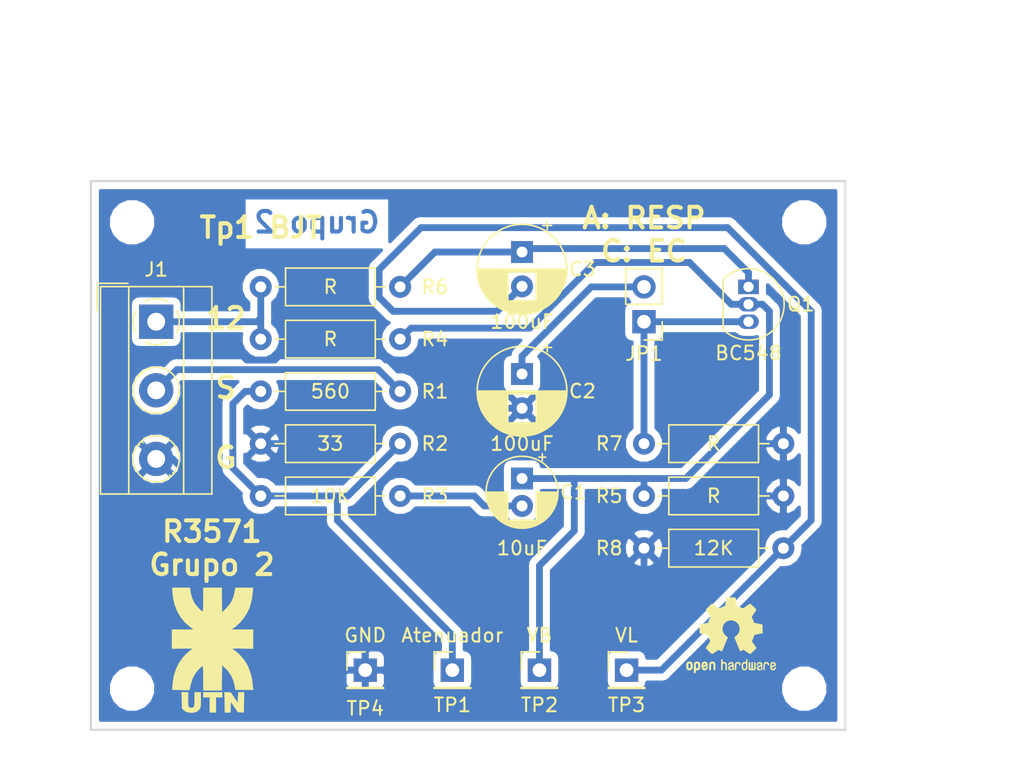
<source format=kicad_pcb>
(kicad_pcb (version 20171130) (host pcbnew 5.0.0-fee4fd1~66~ubuntu18.04.1)

  (general
    (thickness 1.6)
    (drawings 13)
    (tracks 100)
    (zones 0)
    (modules 24)
    (nets 11)
  )

  (page A4)
  (layers
    (0 F.Cu signal)
    (31 B.Cu signal)
    (32 B.Adhes user)
    (33 F.Adhes user)
    (34 B.Paste user)
    (35 F.Paste user)
    (36 B.SilkS user)
    (37 F.SilkS user)
    (38 B.Mask user)
    (39 F.Mask user)
    (40 Dwgs.User user)
    (41 Cmts.User user)
    (42 Eco1.User user)
    (43 Eco2.User user)
    (44 Edge.Cuts user)
    (45 Margin user)
    (46 B.CrtYd user)
    (47 F.CrtYd user)
    (48 B.Fab user)
    (49 F.Fab user)
  )

  (setup
    (last_trace_width 0.25)
    (user_trace_width 0.5)
    (trace_clearance 0.2)
    (zone_clearance 0.508)
    (zone_45_only no)
    (trace_min 0.2)
    (segment_width 0.2)
    (edge_width 0.15)
    (via_size 0.8)
    (via_drill 0.4)
    (via_min_size 0.4)
    (via_min_drill 0.3)
    (user_via 2 0.7)
    (uvia_size 0.3)
    (uvia_drill 0.1)
    (uvias_allowed no)
    (uvia_min_size 0.2)
    (uvia_min_drill 0.1)
    (pcb_text_width 0.3)
    (pcb_text_size 1.5 1.5)
    (mod_edge_width 0.15)
    (mod_text_size 1 1)
    (mod_text_width 0.15)
    (pad_size 1.524 1.524)
    (pad_drill 0.762)
    (pad_to_mask_clearance 0.2)
    (aux_axis_origin 0 0)
    (visible_elements FFFFFF7F)
    (pcbplotparams
      (layerselection 0x01020_fffffffe)
      (usegerberextensions false)
      (usegerberattributes false)
      (usegerberadvancedattributes false)
      (creategerberjobfile false)
      (excludeedgelayer true)
      (linewidth 0.100000)
      (plotframeref false)
      (viasonmask false)
      (mode 1)
      (useauxorigin false)
      (hpglpennumber 1)
      (hpglpenspeed 20)
      (hpglpendiameter 15.000000)
      (psnegative false)
      (psa4output false)
      (plotreference true)
      (plotvalue true)
      (plotinvisibletext false)
      (padsonsilk false)
      (subtractmaskfromsilk false)
      (outputformat 5)
      (mirror false)
      (drillshape 0)
      (scaleselection 1)
      (outputdirectory "Gerbers/"))
  )

  (net 0 "")
  (net 1 "Net-(C1-Pad1)")
  (net 2 "Net-(C1-Pad2)")
  (net 3 "Net-(C2-Pad1)")
  (net 4 Earth)
  (net 5 "Net-(C3-Pad2)")
  (net 6 "Net-(C3-Pad1)")
  (net 7 VCC)
  (net 8 AC)
  (net 9 "Net-(JP1-Pad1)")
  (net 10 "Net-(R1-Pad2)")

  (net_class Default "This is the default net class."
    (clearance 0.2)
    (trace_width 0.25)
    (via_dia 0.8)
    (via_drill 0.4)
    (uvia_dia 0.3)
    (uvia_drill 0.1)
    (add_net AC)
    (add_net Earth)
    (add_net "Net-(C1-Pad1)")
    (add_net "Net-(C1-Pad2)")
    (add_net "Net-(C2-Pad1)")
    (add_net "Net-(C3-Pad1)")
    (add_net "Net-(C3-Pad2)")
    (add_net "Net-(JP1-Pad1)")
    (add_net "Net-(R1-Pad2)")
    (add_net VCC)
  )

  (module Capacitor_THT:CP_Radial_D5.0mm_P2.00mm (layer F.Cu) (tedit 5BABD2A6) (tstamp 5BB7EA9C)
    (at 138.43 106.68 270)
    (descr "CP, Radial series, Radial, pin pitch=2.00mm, , diameter=5mm, Electrolytic Capacitor")
    (tags "CP Radial series Radial pin pitch 2.00mm  diameter 5mm Electrolytic Capacitor")
    (path /5BAAA31F)
    (fp_text reference C1 (at 1 -3.75) (layer F.SilkS)
      (effects (font (size 1 1) (thickness 0.15)))
    )
    (fp_text value 10uF (at 5.08 0) (layer F.SilkS)
      (effects (font (size 1 1) (thickness 0.15)))
    )
    (fp_circle (center 1 0) (end 3.5 0) (layer F.Fab) (width 0.1))
    (fp_circle (center 1 0) (end 3.62 0) (layer F.SilkS) (width 0.12))
    (fp_circle (center 1 0) (end 3.75 0) (layer F.CrtYd) (width 0.05))
    (fp_line (start -1.133605 -1.0875) (end -0.633605 -1.0875) (layer F.Fab) (width 0.1))
    (fp_line (start -0.883605 -1.3375) (end -0.883605 -0.8375) (layer F.Fab) (width 0.1))
    (fp_line (start 1 1.04) (end 1 2.58) (layer F.SilkS) (width 0.12))
    (fp_line (start 1 -2.58) (end 1 -1.04) (layer F.SilkS) (width 0.12))
    (fp_line (start 1.04 1.04) (end 1.04 2.58) (layer F.SilkS) (width 0.12))
    (fp_line (start 1.04 -2.58) (end 1.04 -1.04) (layer F.SilkS) (width 0.12))
    (fp_line (start 1.08 -2.579) (end 1.08 -1.04) (layer F.SilkS) (width 0.12))
    (fp_line (start 1.08 1.04) (end 1.08 2.579) (layer F.SilkS) (width 0.12))
    (fp_line (start 1.12 -2.578) (end 1.12 -1.04) (layer F.SilkS) (width 0.12))
    (fp_line (start 1.12 1.04) (end 1.12 2.578) (layer F.SilkS) (width 0.12))
    (fp_line (start 1.16 -2.576) (end 1.16 -1.04) (layer F.SilkS) (width 0.12))
    (fp_line (start 1.16 1.04) (end 1.16 2.576) (layer F.SilkS) (width 0.12))
    (fp_line (start 1.2 -2.573) (end 1.2 -1.04) (layer F.SilkS) (width 0.12))
    (fp_line (start 1.2 1.04) (end 1.2 2.573) (layer F.SilkS) (width 0.12))
    (fp_line (start 1.24 -2.569) (end 1.24 -1.04) (layer F.SilkS) (width 0.12))
    (fp_line (start 1.24 1.04) (end 1.24 2.569) (layer F.SilkS) (width 0.12))
    (fp_line (start 1.28 -2.565) (end 1.28 -1.04) (layer F.SilkS) (width 0.12))
    (fp_line (start 1.28 1.04) (end 1.28 2.565) (layer F.SilkS) (width 0.12))
    (fp_line (start 1.32 -2.561) (end 1.32 -1.04) (layer F.SilkS) (width 0.12))
    (fp_line (start 1.32 1.04) (end 1.32 2.561) (layer F.SilkS) (width 0.12))
    (fp_line (start 1.36 -2.556) (end 1.36 -1.04) (layer F.SilkS) (width 0.12))
    (fp_line (start 1.36 1.04) (end 1.36 2.556) (layer F.SilkS) (width 0.12))
    (fp_line (start 1.4 -2.55) (end 1.4 -1.04) (layer F.SilkS) (width 0.12))
    (fp_line (start 1.4 1.04) (end 1.4 2.55) (layer F.SilkS) (width 0.12))
    (fp_line (start 1.44 -2.543) (end 1.44 -1.04) (layer F.SilkS) (width 0.12))
    (fp_line (start 1.44 1.04) (end 1.44 2.543) (layer F.SilkS) (width 0.12))
    (fp_line (start 1.48 -2.536) (end 1.48 -1.04) (layer F.SilkS) (width 0.12))
    (fp_line (start 1.48 1.04) (end 1.48 2.536) (layer F.SilkS) (width 0.12))
    (fp_line (start 1.52 -2.528) (end 1.52 -1.04) (layer F.SilkS) (width 0.12))
    (fp_line (start 1.52 1.04) (end 1.52 2.528) (layer F.SilkS) (width 0.12))
    (fp_line (start 1.56 -2.52) (end 1.56 -1.04) (layer F.SilkS) (width 0.12))
    (fp_line (start 1.56 1.04) (end 1.56 2.52) (layer F.SilkS) (width 0.12))
    (fp_line (start 1.6 -2.511) (end 1.6 -1.04) (layer F.SilkS) (width 0.12))
    (fp_line (start 1.6 1.04) (end 1.6 2.511) (layer F.SilkS) (width 0.12))
    (fp_line (start 1.64 -2.501) (end 1.64 -1.04) (layer F.SilkS) (width 0.12))
    (fp_line (start 1.64 1.04) (end 1.64 2.501) (layer F.SilkS) (width 0.12))
    (fp_line (start 1.68 -2.491) (end 1.68 -1.04) (layer F.SilkS) (width 0.12))
    (fp_line (start 1.68 1.04) (end 1.68 2.491) (layer F.SilkS) (width 0.12))
    (fp_line (start 1.721 -2.48) (end 1.721 -1.04) (layer F.SilkS) (width 0.12))
    (fp_line (start 1.721 1.04) (end 1.721 2.48) (layer F.SilkS) (width 0.12))
    (fp_line (start 1.761 -2.468) (end 1.761 -1.04) (layer F.SilkS) (width 0.12))
    (fp_line (start 1.761 1.04) (end 1.761 2.468) (layer F.SilkS) (width 0.12))
    (fp_line (start 1.801 -2.455) (end 1.801 -1.04) (layer F.SilkS) (width 0.12))
    (fp_line (start 1.801 1.04) (end 1.801 2.455) (layer F.SilkS) (width 0.12))
    (fp_line (start 1.841 -2.442) (end 1.841 -1.04) (layer F.SilkS) (width 0.12))
    (fp_line (start 1.841 1.04) (end 1.841 2.442) (layer F.SilkS) (width 0.12))
    (fp_line (start 1.881 -2.428) (end 1.881 -1.04) (layer F.SilkS) (width 0.12))
    (fp_line (start 1.881 1.04) (end 1.881 2.428) (layer F.SilkS) (width 0.12))
    (fp_line (start 1.921 -2.414) (end 1.921 -1.04) (layer F.SilkS) (width 0.12))
    (fp_line (start 1.921 1.04) (end 1.921 2.414) (layer F.SilkS) (width 0.12))
    (fp_line (start 1.961 -2.398) (end 1.961 -1.04) (layer F.SilkS) (width 0.12))
    (fp_line (start 1.961 1.04) (end 1.961 2.398) (layer F.SilkS) (width 0.12))
    (fp_line (start 2.001 -2.382) (end 2.001 -1.04) (layer F.SilkS) (width 0.12))
    (fp_line (start 2.001 1.04) (end 2.001 2.382) (layer F.SilkS) (width 0.12))
    (fp_line (start 2.041 -2.365) (end 2.041 -1.04) (layer F.SilkS) (width 0.12))
    (fp_line (start 2.041 1.04) (end 2.041 2.365) (layer F.SilkS) (width 0.12))
    (fp_line (start 2.081 -2.348) (end 2.081 -1.04) (layer F.SilkS) (width 0.12))
    (fp_line (start 2.081 1.04) (end 2.081 2.348) (layer F.SilkS) (width 0.12))
    (fp_line (start 2.121 -2.329) (end 2.121 -1.04) (layer F.SilkS) (width 0.12))
    (fp_line (start 2.121 1.04) (end 2.121 2.329) (layer F.SilkS) (width 0.12))
    (fp_line (start 2.161 -2.31) (end 2.161 -1.04) (layer F.SilkS) (width 0.12))
    (fp_line (start 2.161 1.04) (end 2.161 2.31) (layer F.SilkS) (width 0.12))
    (fp_line (start 2.201 -2.29) (end 2.201 -1.04) (layer F.SilkS) (width 0.12))
    (fp_line (start 2.201 1.04) (end 2.201 2.29) (layer F.SilkS) (width 0.12))
    (fp_line (start 2.241 -2.268) (end 2.241 -1.04) (layer F.SilkS) (width 0.12))
    (fp_line (start 2.241 1.04) (end 2.241 2.268) (layer F.SilkS) (width 0.12))
    (fp_line (start 2.281 -2.247) (end 2.281 -1.04) (layer F.SilkS) (width 0.12))
    (fp_line (start 2.281 1.04) (end 2.281 2.247) (layer F.SilkS) (width 0.12))
    (fp_line (start 2.321 -2.224) (end 2.321 -1.04) (layer F.SilkS) (width 0.12))
    (fp_line (start 2.321 1.04) (end 2.321 2.224) (layer F.SilkS) (width 0.12))
    (fp_line (start 2.361 -2.2) (end 2.361 -1.04) (layer F.SilkS) (width 0.12))
    (fp_line (start 2.361 1.04) (end 2.361 2.2) (layer F.SilkS) (width 0.12))
    (fp_line (start 2.401 -2.175) (end 2.401 -1.04) (layer F.SilkS) (width 0.12))
    (fp_line (start 2.401 1.04) (end 2.401 2.175) (layer F.SilkS) (width 0.12))
    (fp_line (start 2.441 -2.149) (end 2.441 -1.04) (layer F.SilkS) (width 0.12))
    (fp_line (start 2.441 1.04) (end 2.441 2.149) (layer F.SilkS) (width 0.12))
    (fp_line (start 2.481 -2.122) (end 2.481 -1.04) (layer F.SilkS) (width 0.12))
    (fp_line (start 2.481 1.04) (end 2.481 2.122) (layer F.SilkS) (width 0.12))
    (fp_line (start 2.521 -2.095) (end 2.521 -1.04) (layer F.SilkS) (width 0.12))
    (fp_line (start 2.521 1.04) (end 2.521 2.095) (layer F.SilkS) (width 0.12))
    (fp_line (start 2.561 -2.065) (end 2.561 -1.04) (layer F.SilkS) (width 0.12))
    (fp_line (start 2.561 1.04) (end 2.561 2.065) (layer F.SilkS) (width 0.12))
    (fp_line (start 2.601 -2.035) (end 2.601 -1.04) (layer F.SilkS) (width 0.12))
    (fp_line (start 2.601 1.04) (end 2.601 2.035) (layer F.SilkS) (width 0.12))
    (fp_line (start 2.641 -2.004) (end 2.641 -1.04) (layer F.SilkS) (width 0.12))
    (fp_line (start 2.641 1.04) (end 2.641 2.004) (layer F.SilkS) (width 0.12))
    (fp_line (start 2.681 -1.971) (end 2.681 -1.04) (layer F.SilkS) (width 0.12))
    (fp_line (start 2.681 1.04) (end 2.681 1.971) (layer F.SilkS) (width 0.12))
    (fp_line (start 2.721 -1.937) (end 2.721 -1.04) (layer F.SilkS) (width 0.12))
    (fp_line (start 2.721 1.04) (end 2.721 1.937) (layer F.SilkS) (width 0.12))
    (fp_line (start 2.761 -1.901) (end 2.761 -1.04) (layer F.SilkS) (width 0.12))
    (fp_line (start 2.761 1.04) (end 2.761 1.901) (layer F.SilkS) (width 0.12))
    (fp_line (start 2.801 -1.864) (end 2.801 -1.04) (layer F.SilkS) (width 0.12))
    (fp_line (start 2.801 1.04) (end 2.801 1.864) (layer F.SilkS) (width 0.12))
    (fp_line (start 2.841 -1.826) (end 2.841 -1.04) (layer F.SilkS) (width 0.12))
    (fp_line (start 2.841 1.04) (end 2.841 1.826) (layer F.SilkS) (width 0.12))
    (fp_line (start 2.881 -1.785) (end 2.881 -1.04) (layer F.SilkS) (width 0.12))
    (fp_line (start 2.881 1.04) (end 2.881 1.785) (layer F.SilkS) (width 0.12))
    (fp_line (start 2.921 -1.743) (end 2.921 -1.04) (layer F.SilkS) (width 0.12))
    (fp_line (start 2.921 1.04) (end 2.921 1.743) (layer F.SilkS) (width 0.12))
    (fp_line (start 2.961 -1.699) (end 2.961 -1.04) (layer F.SilkS) (width 0.12))
    (fp_line (start 2.961 1.04) (end 2.961 1.699) (layer F.SilkS) (width 0.12))
    (fp_line (start 3.001 -1.653) (end 3.001 -1.04) (layer F.SilkS) (width 0.12))
    (fp_line (start 3.001 1.04) (end 3.001 1.653) (layer F.SilkS) (width 0.12))
    (fp_line (start 3.041 -1.605) (end 3.041 1.605) (layer F.SilkS) (width 0.12))
    (fp_line (start 3.081 -1.554) (end 3.081 1.554) (layer F.SilkS) (width 0.12))
    (fp_line (start 3.121 -1.5) (end 3.121 1.5) (layer F.SilkS) (width 0.12))
    (fp_line (start 3.161 -1.443) (end 3.161 1.443) (layer F.SilkS) (width 0.12))
    (fp_line (start 3.201 -1.383) (end 3.201 1.383) (layer F.SilkS) (width 0.12))
    (fp_line (start 3.241 -1.319) (end 3.241 1.319) (layer F.SilkS) (width 0.12))
    (fp_line (start 3.281 -1.251) (end 3.281 1.251) (layer F.SilkS) (width 0.12))
    (fp_line (start 3.321 -1.178) (end 3.321 1.178) (layer F.SilkS) (width 0.12))
    (fp_line (start 3.361 -1.098) (end 3.361 1.098) (layer F.SilkS) (width 0.12))
    (fp_line (start 3.401 -1.011) (end 3.401 1.011) (layer F.SilkS) (width 0.12))
    (fp_line (start 3.441 -0.915) (end 3.441 0.915) (layer F.SilkS) (width 0.12))
    (fp_line (start 3.481 -0.805) (end 3.481 0.805) (layer F.SilkS) (width 0.12))
    (fp_line (start 3.521 -0.677) (end 3.521 0.677) (layer F.SilkS) (width 0.12))
    (fp_line (start 3.561 -0.518) (end 3.561 0.518) (layer F.SilkS) (width 0.12))
    (fp_line (start 3.601 -0.284) (end 3.601 0.284) (layer F.SilkS) (width 0.12))
    (fp_line (start -1.804775 -1.475) (end -1.304775 -1.475) (layer F.SilkS) (width 0.12))
    (fp_line (start -1.554775 -1.725) (end -1.554775 -1.225) (layer F.SilkS) (width 0.12))
    (fp_text user %R (at 1 0 270) (layer F.Fab)
      (effects (font (size 1 1) (thickness 0.15)))
    )
    (pad 1 thru_hole rect (at 0 0 270) (size 1.6 1.6) (drill 0.8) (layers *.Cu *.Mask)
      (net 1 "Net-(C1-Pad1)"))
    (pad 2 thru_hole circle (at 2 0 270) (size 1.6 1.6) (drill 0.8) (layers *.Cu *.Mask)
      (net 2 "Net-(C1-Pad2)"))
    (model ${KISYS3DMOD}/Capacitor_THT.3dshapes/CP_Radial_D5.0mm_P2.00mm.wrl
      (at (xyz 0 0 0))
      (scale (xyz 1 1 1))
      (rotate (xyz 0 0 0))
    )
  )

  (module Capacitor_THT:CP_Radial_D6.3mm_P2.50mm (layer F.Cu) (tedit 5BABD2BC) (tstamp 5BB7EB30)
    (at 138.43 99.06 270)
    (descr "CP, Radial series, Radial, pin pitch=2.50mm, , diameter=6.3mm, Electrolytic Capacitor")
    (tags "CP Radial series Radial pin pitch 2.50mm  diameter 6.3mm Electrolytic Capacitor")
    (path /5BAAA272)
    (fp_text reference C2 (at 1.25 -4.4) (layer F.SilkS)
      (effects (font (size 1 1) (thickness 0.15)))
    )
    (fp_text value 100uF (at 5.08 0) (layer F.SilkS)
      (effects (font (size 1 1) (thickness 0.15)))
    )
    (fp_circle (center 1.25 0) (end 4.4 0) (layer F.Fab) (width 0.1))
    (fp_circle (center 1.25 0) (end 4.52 0) (layer F.SilkS) (width 0.12))
    (fp_circle (center 1.25 0) (end 4.65 0) (layer F.CrtYd) (width 0.05))
    (fp_line (start -1.443972 -1.3735) (end -0.813972 -1.3735) (layer F.Fab) (width 0.1))
    (fp_line (start -1.128972 -1.6885) (end -1.128972 -1.0585) (layer F.Fab) (width 0.1))
    (fp_line (start 1.25 -3.23) (end 1.25 3.23) (layer F.SilkS) (width 0.12))
    (fp_line (start 1.29 -3.23) (end 1.29 3.23) (layer F.SilkS) (width 0.12))
    (fp_line (start 1.33 -3.23) (end 1.33 3.23) (layer F.SilkS) (width 0.12))
    (fp_line (start 1.37 -3.228) (end 1.37 3.228) (layer F.SilkS) (width 0.12))
    (fp_line (start 1.41 -3.227) (end 1.41 3.227) (layer F.SilkS) (width 0.12))
    (fp_line (start 1.45 -3.224) (end 1.45 3.224) (layer F.SilkS) (width 0.12))
    (fp_line (start 1.49 -3.222) (end 1.49 -1.04) (layer F.SilkS) (width 0.12))
    (fp_line (start 1.49 1.04) (end 1.49 3.222) (layer F.SilkS) (width 0.12))
    (fp_line (start 1.53 -3.218) (end 1.53 -1.04) (layer F.SilkS) (width 0.12))
    (fp_line (start 1.53 1.04) (end 1.53 3.218) (layer F.SilkS) (width 0.12))
    (fp_line (start 1.57 -3.215) (end 1.57 -1.04) (layer F.SilkS) (width 0.12))
    (fp_line (start 1.57 1.04) (end 1.57 3.215) (layer F.SilkS) (width 0.12))
    (fp_line (start 1.61 -3.211) (end 1.61 -1.04) (layer F.SilkS) (width 0.12))
    (fp_line (start 1.61 1.04) (end 1.61 3.211) (layer F.SilkS) (width 0.12))
    (fp_line (start 1.65 -3.206) (end 1.65 -1.04) (layer F.SilkS) (width 0.12))
    (fp_line (start 1.65 1.04) (end 1.65 3.206) (layer F.SilkS) (width 0.12))
    (fp_line (start 1.69 -3.201) (end 1.69 -1.04) (layer F.SilkS) (width 0.12))
    (fp_line (start 1.69 1.04) (end 1.69 3.201) (layer F.SilkS) (width 0.12))
    (fp_line (start 1.73 -3.195) (end 1.73 -1.04) (layer F.SilkS) (width 0.12))
    (fp_line (start 1.73 1.04) (end 1.73 3.195) (layer F.SilkS) (width 0.12))
    (fp_line (start 1.77 -3.189) (end 1.77 -1.04) (layer F.SilkS) (width 0.12))
    (fp_line (start 1.77 1.04) (end 1.77 3.189) (layer F.SilkS) (width 0.12))
    (fp_line (start 1.81 -3.182) (end 1.81 -1.04) (layer F.SilkS) (width 0.12))
    (fp_line (start 1.81 1.04) (end 1.81 3.182) (layer F.SilkS) (width 0.12))
    (fp_line (start 1.85 -3.175) (end 1.85 -1.04) (layer F.SilkS) (width 0.12))
    (fp_line (start 1.85 1.04) (end 1.85 3.175) (layer F.SilkS) (width 0.12))
    (fp_line (start 1.89 -3.167) (end 1.89 -1.04) (layer F.SilkS) (width 0.12))
    (fp_line (start 1.89 1.04) (end 1.89 3.167) (layer F.SilkS) (width 0.12))
    (fp_line (start 1.93 -3.159) (end 1.93 -1.04) (layer F.SilkS) (width 0.12))
    (fp_line (start 1.93 1.04) (end 1.93 3.159) (layer F.SilkS) (width 0.12))
    (fp_line (start 1.971 -3.15) (end 1.971 -1.04) (layer F.SilkS) (width 0.12))
    (fp_line (start 1.971 1.04) (end 1.971 3.15) (layer F.SilkS) (width 0.12))
    (fp_line (start 2.011 -3.141) (end 2.011 -1.04) (layer F.SilkS) (width 0.12))
    (fp_line (start 2.011 1.04) (end 2.011 3.141) (layer F.SilkS) (width 0.12))
    (fp_line (start 2.051 -3.131) (end 2.051 -1.04) (layer F.SilkS) (width 0.12))
    (fp_line (start 2.051 1.04) (end 2.051 3.131) (layer F.SilkS) (width 0.12))
    (fp_line (start 2.091 -3.121) (end 2.091 -1.04) (layer F.SilkS) (width 0.12))
    (fp_line (start 2.091 1.04) (end 2.091 3.121) (layer F.SilkS) (width 0.12))
    (fp_line (start 2.131 -3.11) (end 2.131 -1.04) (layer F.SilkS) (width 0.12))
    (fp_line (start 2.131 1.04) (end 2.131 3.11) (layer F.SilkS) (width 0.12))
    (fp_line (start 2.171 -3.098) (end 2.171 -1.04) (layer F.SilkS) (width 0.12))
    (fp_line (start 2.171 1.04) (end 2.171 3.098) (layer F.SilkS) (width 0.12))
    (fp_line (start 2.211 -3.086) (end 2.211 -1.04) (layer F.SilkS) (width 0.12))
    (fp_line (start 2.211 1.04) (end 2.211 3.086) (layer F.SilkS) (width 0.12))
    (fp_line (start 2.251 -3.074) (end 2.251 -1.04) (layer F.SilkS) (width 0.12))
    (fp_line (start 2.251 1.04) (end 2.251 3.074) (layer F.SilkS) (width 0.12))
    (fp_line (start 2.291 -3.061) (end 2.291 -1.04) (layer F.SilkS) (width 0.12))
    (fp_line (start 2.291 1.04) (end 2.291 3.061) (layer F.SilkS) (width 0.12))
    (fp_line (start 2.331 -3.047) (end 2.331 -1.04) (layer F.SilkS) (width 0.12))
    (fp_line (start 2.331 1.04) (end 2.331 3.047) (layer F.SilkS) (width 0.12))
    (fp_line (start 2.371 -3.033) (end 2.371 -1.04) (layer F.SilkS) (width 0.12))
    (fp_line (start 2.371 1.04) (end 2.371 3.033) (layer F.SilkS) (width 0.12))
    (fp_line (start 2.411 -3.018) (end 2.411 -1.04) (layer F.SilkS) (width 0.12))
    (fp_line (start 2.411 1.04) (end 2.411 3.018) (layer F.SilkS) (width 0.12))
    (fp_line (start 2.451 -3.002) (end 2.451 -1.04) (layer F.SilkS) (width 0.12))
    (fp_line (start 2.451 1.04) (end 2.451 3.002) (layer F.SilkS) (width 0.12))
    (fp_line (start 2.491 -2.986) (end 2.491 -1.04) (layer F.SilkS) (width 0.12))
    (fp_line (start 2.491 1.04) (end 2.491 2.986) (layer F.SilkS) (width 0.12))
    (fp_line (start 2.531 -2.97) (end 2.531 -1.04) (layer F.SilkS) (width 0.12))
    (fp_line (start 2.531 1.04) (end 2.531 2.97) (layer F.SilkS) (width 0.12))
    (fp_line (start 2.571 -2.952) (end 2.571 -1.04) (layer F.SilkS) (width 0.12))
    (fp_line (start 2.571 1.04) (end 2.571 2.952) (layer F.SilkS) (width 0.12))
    (fp_line (start 2.611 -2.934) (end 2.611 -1.04) (layer F.SilkS) (width 0.12))
    (fp_line (start 2.611 1.04) (end 2.611 2.934) (layer F.SilkS) (width 0.12))
    (fp_line (start 2.651 -2.916) (end 2.651 -1.04) (layer F.SilkS) (width 0.12))
    (fp_line (start 2.651 1.04) (end 2.651 2.916) (layer F.SilkS) (width 0.12))
    (fp_line (start 2.691 -2.896) (end 2.691 -1.04) (layer F.SilkS) (width 0.12))
    (fp_line (start 2.691 1.04) (end 2.691 2.896) (layer F.SilkS) (width 0.12))
    (fp_line (start 2.731 -2.876) (end 2.731 -1.04) (layer F.SilkS) (width 0.12))
    (fp_line (start 2.731 1.04) (end 2.731 2.876) (layer F.SilkS) (width 0.12))
    (fp_line (start 2.771 -2.856) (end 2.771 -1.04) (layer F.SilkS) (width 0.12))
    (fp_line (start 2.771 1.04) (end 2.771 2.856) (layer F.SilkS) (width 0.12))
    (fp_line (start 2.811 -2.834) (end 2.811 -1.04) (layer F.SilkS) (width 0.12))
    (fp_line (start 2.811 1.04) (end 2.811 2.834) (layer F.SilkS) (width 0.12))
    (fp_line (start 2.851 -2.812) (end 2.851 -1.04) (layer F.SilkS) (width 0.12))
    (fp_line (start 2.851 1.04) (end 2.851 2.812) (layer F.SilkS) (width 0.12))
    (fp_line (start 2.891 -2.79) (end 2.891 -1.04) (layer F.SilkS) (width 0.12))
    (fp_line (start 2.891 1.04) (end 2.891 2.79) (layer F.SilkS) (width 0.12))
    (fp_line (start 2.931 -2.766) (end 2.931 -1.04) (layer F.SilkS) (width 0.12))
    (fp_line (start 2.931 1.04) (end 2.931 2.766) (layer F.SilkS) (width 0.12))
    (fp_line (start 2.971 -2.742) (end 2.971 -1.04) (layer F.SilkS) (width 0.12))
    (fp_line (start 2.971 1.04) (end 2.971 2.742) (layer F.SilkS) (width 0.12))
    (fp_line (start 3.011 -2.716) (end 3.011 -1.04) (layer F.SilkS) (width 0.12))
    (fp_line (start 3.011 1.04) (end 3.011 2.716) (layer F.SilkS) (width 0.12))
    (fp_line (start 3.051 -2.69) (end 3.051 -1.04) (layer F.SilkS) (width 0.12))
    (fp_line (start 3.051 1.04) (end 3.051 2.69) (layer F.SilkS) (width 0.12))
    (fp_line (start 3.091 -2.664) (end 3.091 -1.04) (layer F.SilkS) (width 0.12))
    (fp_line (start 3.091 1.04) (end 3.091 2.664) (layer F.SilkS) (width 0.12))
    (fp_line (start 3.131 -2.636) (end 3.131 -1.04) (layer F.SilkS) (width 0.12))
    (fp_line (start 3.131 1.04) (end 3.131 2.636) (layer F.SilkS) (width 0.12))
    (fp_line (start 3.171 -2.607) (end 3.171 -1.04) (layer F.SilkS) (width 0.12))
    (fp_line (start 3.171 1.04) (end 3.171 2.607) (layer F.SilkS) (width 0.12))
    (fp_line (start 3.211 -2.578) (end 3.211 -1.04) (layer F.SilkS) (width 0.12))
    (fp_line (start 3.211 1.04) (end 3.211 2.578) (layer F.SilkS) (width 0.12))
    (fp_line (start 3.251 -2.548) (end 3.251 -1.04) (layer F.SilkS) (width 0.12))
    (fp_line (start 3.251 1.04) (end 3.251 2.548) (layer F.SilkS) (width 0.12))
    (fp_line (start 3.291 -2.516) (end 3.291 -1.04) (layer F.SilkS) (width 0.12))
    (fp_line (start 3.291 1.04) (end 3.291 2.516) (layer F.SilkS) (width 0.12))
    (fp_line (start 3.331 -2.484) (end 3.331 -1.04) (layer F.SilkS) (width 0.12))
    (fp_line (start 3.331 1.04) (end 3.331 2.484) (layer F.SilkS) (width 0.12))
    (fp_line (start 3.371 -2.45) (end 3.371 -1.04) (layer F.SilkS) (width 0.12))
    (fp_line (start 3.371 1.04) (end 3.371 2.45) (layer F.SilkS) (width 0.12))
    (fp_line (start 3.411 -2.416) (end 3.411 -1.04) (layer F.SilkS) (width 0.12))
    (fp_line (start 3.411 1.04) (end 3.411 2.416) (layer F.SilkS) (width 0.12))
    (fp_line (start 3.451 -2.38) (end 3.451 -1.04) (layer F.SilkS) (width 0.12))
    (fp_line (start 3.451 1.04) (end 3.451 2.38) (layer F.SilkS) (width 0.12))
    (fp_line (start 3.491 -2.343) (end 3.491 -1.04) (layer F.SilkS) (width 0.12))
    (fp_line (start 3.491 1.04) (end 3.491 2.343) (layer F.SilkS) (width 0.12))
    (fp_line (start 3.531 -2.305) (end 3.531 -1.04) (layer F.SilkS) (width 0.12))
    (fp_line (start 3.531 1.04) (end 3.531 2.305) (layer F.SilkS) (width 0.12))
    (fp_line (start 3.571 -2.265) (end 3.571 2.265) (layer F.SilkS) (width 0.12))
    (fp_line (start 3.611 -2.224) (end 3.611 2.224) (layer F.SilkS) (width 0.12))
    (fp_line (start 3.651 -2.182) (end 3.651 2.182) (layer F.SilkS) (width 0.12))
    (fp_line (start 3.691 -2.137) (end 3.691 2.137) (layer F.SilkS) (width 0.12))
    (fp_line (start 3.731 -2.092) (end 3.731 2.092) (layer F.SilkS) (width 0.12))
    (fp_line (start 3.771 -2.044) (end 3.771 2.044) (layer F.SilkS) (width 0.12))
    (fp_line (start 3.811 -1.995) (end 3.811 1.995) (layer F.SilkS) (width 0.12))
    (fp_line (start 3.851 -1.944) (end 3.851 1.944) (layer F.SilkS) (width 0.12))
    (fp_line (start 3.891 -1.89) (end 3.891 1.89) (layer F.SilkS) (width 0.12))
    (fp_line (start 3.931 -1.834) (end 3.931 1.834) (layer F.SilkS) (width 0.12))
    (fp_line (start 3.971 -1.776) (end 3.971 1.776) (layer F.SilkS) (width 0.12))
    (fp_line (start 4.011 -1.714) (end 4.011 1.714) (layer F.SilkS) (width 0.12))
    (fp_line (start 4.051 -1.65) (end 4.051 1.65) (layer F.SilkS) (width 0.12))
    (fp_line (start 4.091 -1.581) (end 4.091 1.581) (layer F.SilkS) (width 0.12))
    (fp_line (start 4.131 -1.509) (end 4.131 1.509) (layer F.SilkS) (width 0.12))
    (fp_line (start 4.171 -1.432) (end 4.171 1.432) (layer F.SilkS) (width 0.12))
    (fp_line (start 4.211 -1.35) (end 4.211 1.35) (layer F.SilkS) (width 0.12))
    (fp_line (start 4.251 -1.262) (end 4.251 1.262) (layer F.SilkS) (width 0.12))
    (fp_line (start 4.291 -1.165) (end 4.291 1.165) (layer F.SilkS) (width 0.12))
    (fp_line (start 4.331 -1.059) (end 4.331 1.059) (layer F.SilkS) (width 0.12))
    (fp_line (start 4.371 -0.94) (end 4.371 0.94) (layer F.SilkS) (width 0.12))
    (fp_line (start 4.411 -0.802) (end 4.411 0.802) (layer F.SilkS) (width 0.12))
    (fp_line (start 4.451 -0.633) (end 4.451 0.633) (layer F.SilkS) (width 0.12))
    (fp_line (start 4.491 -0.402) (end 4.491 0.402) (layer F.SilkS) (width 0.12))
    (fp_line (start -2.250241 -1.839) (end -1.620241 -1.839) (layer F.SilkS) (width 0.12))
    (fp_line (start -1.935241 -2.154) (end -1.935241 -1.524) (layer F.SilkS) (width 0.12))
    (fp_text user %R (at 1.25 0 270) (layer F.Fab)
      (effects (font (size 1 1) (thickness 0.15)))
    )
    (pad 1 thru_hole rect (at 0 0 270) (size 1.6 1.6) (drill 0.8) (layers *.Cu *.Mask)
      (net 3 "Net-(C2-Pad1)"))
    (pad 2 thru_hole circle (at 2.5 0 270) (size 1.6 1.6) (drill 0.8) (layers *.Cu *.Mask)
      (net 4 Earth))
    (model ${KISYS3DMOD}/Capacitor_THT.3dshapes/CP_Radial_D6.3mm_P2.50mm.wrl
      (at (xyz 0 0 0))
      (scale (xyz 1 1 1))
      (rotate (xyz 0 0 0))
    )
  )

  (module Capacitor_THT:CP_Radial_D6.3mm_P2.50mm (layer F.Cu) (tedit 5BABD2CB) (tstamp 5BB7EBC4)
    (at 138.43 90.17 270)
    (descr "CP, Radial series, Radial, pin pitch=2.50mm, , diameter=6.3mm, Electrolytic Capacitor")
    (tags "CP Radial series Radial pin pitch 2.50mm  diameter 6.3mm Electrolytic Capacitor")
    (path /5BAAA212)
    (fp_text reference C3 (at 1.25 -4.4) (layer F.SilkS)
      (effects (font (size 1 1) (thickness 0.15)))
    )
    (fp_text value 100uF (at 5.08 0) (layer F.SilkS)
      (effects (font (size 1 1) (thickness 0.15)))
    )
    (fp_text user %R (at 1.25 0 270) (layer F.Fab)
      (effects (font (size 1 1) (thickness 0.15)))
    )
    (fp_line (start -1.935241 -2.154) (end -1.935241 -1.524) (layer F.SilkS) (width 0.12))
    (fp_line (start -2.250241 -1.839) (end -1.620241 -1.839) (layer F.SilkS) (width 0.12))
    (fp_line (start 4.491 -0.402) (end 4.491 0.402) (layer F.SilkS) (width 0.12))
    (fp_line (start 4.451 -0.633) (end 4.451 0.633) (layer F.SilkS) (width 0.12))
    (fp_line (start 4.411 -0.802) (end 4.411 0.802) (layer F.SilkS) (width 0.12))
    (fp_line (start 4.371 -0.94) (end 4.371 0.94) (layer F.SilkS) (width 0.12))
    (fp_line (start 4.331 -1.059) (end 4.331 1.059) (layer F.SilkS) (width 0.12))
    (fp_line (start 4.291 -1.165) (end 4.291 1.165) (layer F.SilkS) (width 0.12))
    (fp_line (start 4.251 -1.262) (end 4.251 1.262) (layer F.SilkS) (width 0.12))
    (fp_line (start 4.211 -1.35) (end 4.211 1.35) (layer F.SilkS) (width 0.12))
    (fp_line (start 4.171 -1.432) (end 4.171 1.432) (layer F.SilkS) (width 0.12))
    (fp_line (start 4.131 -1.509) (end 4.131 1.509) (layer F.SilkS) (width 0.12))
    (fp_line (start 4.091 -1.581) (end 4.091 1.581) (layer F.SilkS) (width 0.12))
    (fp_line (start 4.051 -1.65) (end 4.051 1.65) (layer F.SilkS) (width 0.12))
    (fp_line (start 4.011 -1.714) (end 4.011 1.714) (layer F.SilkS) (width 0.12))
    (fp_line (start 3.971 -1.776) (end 3.971 1.776) (layer F.SilkS) (width 0.12))
    (fp_line (start 3.931 -1.834) (end 3.931 1.834) (layer F.SilkS) (width 0.12))
    (fp_line (start 3.891 -1.89) (end 3.891 1.89) (layer F.SilkS) (width 0.12))
    (fp_line (start 3.851 -1.944) (end 3.851 1.944) (layer F.SilkS) (width 0.12))
    (fp_line (start 3.811 -1.995) (end 3.811 1.995) (layer F.SilkS) (width 0.12))
    (fp_line (start 3.771 -2.044) (end 3.771 2.044) (layer F.SilkS) (width 0.12))
    (fp_line (start 3.731 -2.092) (end 3.731 2.092) (layer F.SilkS) (width 0.12))
    (fp_line (start 3.691 -2.137) (end 3.691 2.137) (layer F.SilkS) (width 0.12))
    (fp_line (start 3.651 -2.182) (end 3.651 2.182) (layer F.SilkS) (width 0.12))
    (fp_line (start 3.611 -2.224) (end 3.611 2.224) (layer F.SilkS) (width 0.12))
    (fp_line (start 3.571 -2.265) (end 3.571 2.265) (layer F.SilkS) (width 0.12))
    (fp_line (start 3.531 1.04) (end 3.531 2.305) (layer F.SilkS) (width 0.12))
    (fp_line (start 3.531 -2.305) (end 3.531 -1.04) (layer F.SilkS) (width 0.12))
    (fp_line (start 3.491 1.04) (end 3.491 2.343) (layer F.SilkS) (width 0.12))
    (fp_line (start 3.491 -2.343) (end 3.491 -1.04) (layer F.SilkS) (width 0.12))
    (fp_line (start 3.451 1.04) (end 3.451 2.38) (layer F.SilkS) (width 0.12))
    (fp_line (start 3.451 -2.38) (end 3.451 -1.04) (layer F.SilkS) (width 0.12))
    (fp_line (start 3.411 1.04) (end 3.411 2.416) (layer F.SilkS) (width 0.12))
    (fp_line (start 3.411 -2.416) (end 3.411 -1.04) (layer F.SilkS) (width 0.12))
    (fp_line (start 3.371 1.04) (end 3.371 2.45) (layer F.SilkS) (width 0.12))
    (fp_line (start 3.371 -2.45) (end 3.371 -1.04) (layer F.SilkS) (width 0.12))
    (fp_line (start 3.331 1.04) (end 3.331 2.484) (layer F.SilkS) (width 0.12))
    (fp_line (start 3.331 -2.484) (end 3.331 -1.04) (layer F.SilkS) (width 0.12))
    (fp_line (start 3.291 1.04) (end 3.291 2.516) (layer F.SilkS) (width 0.12))
    (fp_line (start 3.291 -2.516) (end 3.291 -1.04) (layer F.SilkS) (width 0.12))
    (fp_line (start 3.251 1.04) (end 3.251 2.548) (layer F.SilkS) (width 0.12))
    (fp_line (start 3.251 -2.548) (end 3.251 -1.04) (layer F.SilkS) (width 0.12))
    (fp_line (start 3.211 1.04) (end 3.211 2.578) (layer F.SilkS) (width 0.12))
    (fp_line (start 3.211 -2.578) (end 3.211 -1.04) (layer F.SilkS) (width 0.12))
    (fp_line (start 3.171 1.04) (end 3.171 2.607) (layer F.SilkS) (width 0.12))
    (fp_line (start 3.171 -2.607) (end 3.171 -1.04) (layer F.SilkS) (width 0.12))
    (fp_line (start 3.131 1.04) (end 3.131 2.636) (layer F.SilkS) (width 0.12))
    (fp_line (start 3.131 -2.636) (end 3.131 -1.04) (layer F.SilkS) (width 0.12))
    (fp_line (start 3.091 1.04) (end 3.091 2.664) (layer F.SilkS) (width 0.12))
    (fp_line (start 3.091 -2.664) (end 3.091 -1.04) (layer F.SilkS) (width 0.12))
    (fp_line (start 3.051 1.04) (end 3.051 2.69) (layer F.SilkS) (width 0.12))
    (fp_line (start 3.051 -2.69) (end 3.051 -1.04) (layer F.SilkS) (width 0.12))
    (fp_line (start 3.011 1.04) (end 3.011 2.716) (layer F.SilkS) (width 0.12))
    (fp_line (start 3.011 -2.716) (end 3.011 -1.04) (layer F.SilkS) (width 0.12))
    (fp_line (start 2.971 1.04) (end 2.971 2.742) (layer F.SilkS) (width 0.12))
    (fp_line (start 2.971 -2.742) (end 2.971 -1.04) (layer F.SilkS) (width 0.12))
    (fp_line (start 2.931 1.04) (end 2.931 2.766) (layer F.SilkS) (width 0.12))
    (fp_line (start 2.931 -2.766) (end 2.931 -1.04) (layer F.SilkS) (width 0.12))
    (fp_line (start 2.891 1.04) (end 2.891 2.79) (layer F.SilkS) (width 0.12))
    (fp_line (start 2.891 -2.79) (end 2.891 -1.04) (layer F.SilkS) (width 0.12))
    (fp_line (start 2.851 1.04) (end 2.851 2.812) (layer F.SilkS) (width 0.12))
    (fp_line (start 2.851 -2.812) (end 2.851 -1.04) (layer F.SilkS) (width 0.12))
    (fp_line (start 2.811 1.04) (end 2.811 2.834) (layer F.SilkS) (width 0.12))
    (fp_line (start 2.811 -2.834) (end 2.811 -1.04) (layer F.SilkS) (width 0.12))
    (fp_line (start 2.771 1.04) (end 2.771 2.856) (layer F.SilkS) (width 0.12))
    (fp_line (start 2.771 -2.856) (end 2.771 -1.04) (layer F.SilkS) (width 0.12))
    (fp_line (start 2.731 1.04) (end 2.731 2.876) (layer F.SilkS) (width 0.12))
    (fp_line (start 2.731 -2.876) (end 2.731 -1.04) (layer F.SilkS) (width 0.12))
    (fp_line (start 2.691 1.04) (end 2.691 2.896) (layer F.SilkS) (width 0.12))
    (fp_line (start 2.691 -2.896) (end 2.691 -1.04) (layer F.SilkS) (width 0.12))
    (fp_line (start 2.651 1.04) (end 2.651 2.916) (layer F.SilkS) (width 0.12))
    (fp_line (start 2.651 -2.916) (end 2.651 -1.04) (layer F.SilkS) (width 0.12))
    (fp_line (start 2.611 1.04) (end 2.611 2.934) (layer F.SilkS) (width 0.12))
    (fp_line (start 2.611 -2.934) (end 2.611 -1.04) (layer F.SilkS) (width 0.12))
    (fp_line (start 2.571 1.04) (end 2.571 2.952) (layer F.SilkS) (width 0.12))
    (fp_line (start 2.571 -2.952) (end 2.571 -1.04) (layer F.SilkS) (width 0.12))
    (fp_line (start 2.531 1.04) (end 2.531 2.97) (layer F.SilkS) (width 0.12))
    (fp_line (start 2.531 -2.97) (end 2.531 -1.04) (layer F.SilkS) (width 0.12))
    (fp_line (start 2.491 1.04) (end 2.491 2.986) (layer F.SilkS) (width 0.12))
    (fp_line (start 2.491 -2.986) (end 2.491 -1.04) (layer F.SilkS) (width 0.12))
    (fp_line (start 2.451 1.04) (end 2.451 3.002) (layer F.SilkS) (width 0.12))
    (fp_line (start 2.451 -3.002) (end 2.451 -1.04) (layer F.SilkS) (width 0.12))
    (fp_line (start 2.411 1.04) (end 2.411 3.018) (layer F.SilkS) (width 0.12))
    (fp_line (start 2.411 -3.018) (end 2.411 -1.04) (layer F.SilkS) (width 0.12))
    (fp_line (start 2.371 1.04) (end 2.371 3.033) (layer F.SilkS) (width 0.12))
    (fp_line (start 2.371 -3.033) (end 2.371 -1.04) (layer F.SilkS) (width 0.12))
    (fp_line (start 2.331 1.04) (end 2.331 3.047) (layer F.SilkS) (width 0.12))
    (fp_line (start 2.331 -3.047) (end 2.331 -1.04) (layer F.SilkS) (width 0.12))
    (fp_line (start 2.291 1.04) (end 2.291 3.061) (layer F.SilkS) (width 0.12))
    (fp_line (start 2.291 -3.061) (end 2.291 -1.04) (layer F.SilkS) (width 0.12))
    (fp_line (start 2.251 1.04) (end 2.251 3.074) (layer F.SilkS) (width 0.12))
    (fp_line (start 2.251 -3.074) (end 2.251 -1.04) (layer F.SilkS) (width 0.12))
    (fp_line (start 2.211 1.04) (end 2.211 3.086) (layer F.SilkS) (width 0.12))
    (fp_line (start 2.211 -3.086) (end 2.211 -1.04) (layer F.SilkS) (width 0.12))
    (fp_line (start 2.171 1.04) (end 2.171 3.098) (layer F.SilkS) (width 0.12))
    (fp_line (start 2.171 -3.098) (end 2.171 -1.04) (layer F.SilkS) (width 0.12))
    (fp_line (start 2.131 1.04) (end 2.131 3.11) (layer F.SilkS) (width 0.12))
    (fp_line (start 2.131 -3.11) (end 2.131 -1.04) (layer F.SilkS) (width 0.12))
    (fp_line (start 2.091 1.04) (end 2.091 3.121) (layer F.SilkS) (width 0.12))
    (fp_line (start 2.091 -3.121) (end 2.091 -1.04) (layer F.SilkS) (width 0.12))
    (fp_line (start 2.051 1.04) (end 2.051 3.131) (layer F.SilkS) (width 0.12))
    (fp_line (start 2.051 -3.131) (end 2.051 -1.04) (layer F.SilkS) (width 0.12))
    (fp_line (start 2.011 1.04) (end 2.011 3.141) (layer F.SilkS) (width 0.12))
    (fp_line (start 2.011 -3.141) (end 2.011 -1.04) (layer F.SilkS) (width 0.12))
    (fp_line (start 1.971 1.04) (end 1.971 3.15) (layer F.SilkS) (width 0.12))
    (fp_line (start 1.971 -3.15) (end 1.971 -1.04) (layer F.SilkS) (width 0.12))
    (fp_line (start 1.93 1.04) (end 1.93 3.159) (layer F.SilkS) (width 0.12))
    (fp_line (start 1.93 -3.159) (end 1.93 -1.04) (layer F.SilkS) (width 0.12))
    (fp_line (start 1.89 1.04) (end 1.89 3.167) (layer F.SilkS) (width 0.12))
    (fp_line (start 1.89 -3.167) (end 1.89 -1.04) (layer F.SilkS) (width 0.12))
    (fp_line (start 1.85 1.04) (end 1.85 3.175) (layer F.SilkS) (width 0.12))
    (fp_line (start 1.85 -3.175) (end 1.85 -1.04) (layer F.SilkS) (width 0.12))
    (fp_line (start 1.81 1.04) (end 1.81 3.182) (layer F.SilkS) (width 0.12))
    (fp_line (start 1.81 -3.182) (end 1.81 -1.04) (layer F.SilkS) (width 0.12))
    (fp_line (start 1.77 1.04) (end 1.77 3.189) (layer F.SilkS) (width 0.12))
    (fp_line (start 1.77 -3.189) (end 1.77 -1.04) (layer F.SilkS) (width 0.12))
    (fp_line (start 1.73 1.04) (end 1.73 3.195) (layer F.SilkS) (width 0.12))
    (fp_line (start 1.73 -3.195) (end 1.73 -1.04) (layer F.SilkS) (width 0.12))
    (fp_line (start 1.69 1.04) (end 1.69 3.201) (layer F.SilkS) (width 0.12))
    (fp_line (start 1.69 -3.201) (end 1.69 -1.04) (layer F.SilkS) (width 0.12))
    (fp_line (start 1.65 1.04) (end 1.65 3.206) (layer F.SilkS) (width 0.12))
    (fp_line (start 1.65 -3.206) (end 1.65 -1.04) (layer F.SilkS) (width 0.12))
    (fp_line (start 1.61 1.04) (end 1.61 3.211) (layer F.SilkS) (width 0.12))
    (fp_line (start 1.61 -3.211) (end 1.61 -1.04) (layer F.SilkS) (width 0.12))
    (fp_line (start 1.57 1.04) (end 1.57 3.215) (layer F.SilkS) (width 0.12))
    (fp_line (start 1.57 -3.215) (end 1.57 -1.04) (layer F.SilkS) (width 0.12))
    (fp_line (start 1.53 1.04) (end 1.53 3.218) (layer F.SilkS) (width 0.12))
    (fp_line (start 1.53 -3.218) (end 1.53 -1.04) (layer F.SilkS) (width 0.12))
    (fp_line (start 1.49 1.04) (end 1.49 3.222) (layer F.SilkS) (width 0.12))
    (fp_line (start 1.49 -3.222) (end 1.49 -1.04) (layer F.SilkS) (width 0.12))
    (fp_line (start 1.45 -3.224) (end 1.45 3.224) (layer F.SilkS) (width 0.12))
    (fp_line (start 1.41 -3.227) (end 1.41 3.227) (layer F.SilkS) (width 0.12))
    (fp_line (start 1.37 -3.228) (end 1.37 3.228) (layer F.SilkS) (width 0.12))
    (fp_line (start 1.33 -3.23) (end 1.33 3.23) (layer F.SilkS) (width 0.12))
    (fp_line (start 1.29 -3.23) (end 1.29 3.23) (layer F.SilkS) (width 0.12))
    (fp_line (start 1.25 -3.23) (end 1.25 3.23) (layer F.SilkS) (width 0.12))
    (fp_line (start -1.128972 -1.6885) (end -1.128972 -1.0585) (layer F.Fab) (width 0.1))
    (fp_line (start -1.443972 -1.3735) (end -0.813972 -1.3735) (layer F.Fab) (width 0.1))
    (fp_circle (center 1.25 0) (end 4.65 0) (layer F.CrtYd) (width 0.05))
    (fp_circle (center 1.25 0) (end 4.52 0) (layer F.SilkS) (width 0.12))
    (fp_circle (center 1.25 0) (end 4.4 0) (layer F.Fab) (width 0.1))
    (pad 2 thru_hole circle (at 2.5 0 270) (size 1.6 1.6) (drill 0.8) (layers *.Cu *.Mask)
      (net 5 "Net-(C3-Pad2)"))
    (pad 1 thru_hole rect (at 0 0 270) (size 1.6 1.6) (drill 0.8) (layers *.Cu *.Mask)
      (net 6 "Net-(C3-Pad1)"))
    (model ${KISYS3DMOD}/Capacitor_THT.3dshapes/CP_Radial_D6.3mm_P2.50mm.wrl
      (at (xyz 0 0 0))
      (scale (xyz 1 1 1))
      (rotate (xyz 0 0 0))
    )
  )

  (module TerminalBlock_MetzConnect:TerminalBlock_MetzConnect_Type055_RT01503HDWU_1x03_P5.00mm_Horizontal (layer F.Cu) (tedit 5B294EA7) (tstamp 5BB7EBF7)
    (at 111.76 95.25 270)
    (descr "terminal block Metz Connect Type055_RT01503HDWU, 3 pins, pitch 5mm, size 15x8mm^2, drill diamater 1.3mm, pad diameter 2.5mm, see http://www.metz-connect.com/de/system/files/productfiles/Datenblatt_310551_RT015xxHDWU_OFF-022723S.pdf, script-generated using https://github.com/pointhi/kicad-footprint-generator/scripts/TerminalBlock_MetzConnect")
    (tags "THT terminal block Metz Connect Type055_RT01503HDWU pitch 5mm size 15x8mm^2 drill 1.3mm pad 2.5mm")
    (path /5BAB09A0)
    (fp_text reference J1 (at -3.81 0) (layer F.SilkS)
      (effects (font (size 1 1) (thickness 0.15)))
    )
    (fp_text value Screw_Terminal_01x03 (at 5 5.06 270) (layer F.Fab)
      (effects (font (size 1 1) (thickness 0.15)))
    )
    (fp_arc (start 0 0) (end 0 1.68) (angle -28) (layer F.SilkS) (width 0.12))
    (fp_arc (start 0 0) (end 1.484 0.789) (angle -56) (layer F.SilkS) (width 0.12))
    (fp_arc (start 0 0) (end 0.789 -1.484) (angle -56) (layer F.SilkS) (width 0.12))
    (fp_arc (start 0 0) (end -1.484 -0.789) (angle -56) (layer F.SilkS) (width 0.12))
    (fp_arc (start 0 0) (end -0.789 1.484) (angle -29) (layer F.SilkS) (width 0.12))
    (fp_circle (center 0 0) (end 1.5 0) (layer F.Fab) (width 0.1))
    (fp_circle (center 5 0) (end 6.5 0) (layer F.Fab) (width 0.1))
    (fp_circle (center 5 0) (end 6.68 0) (layer F.SilkS) (width 0.12))
    (fp_circle (center 10 0) (end 11.5 0) (layer F.Fab) (width 0.1))
    (fp_circle (center 10 0) (end 11.68 0) (layer F.SilkS) (width 0.12))
    (fp_line (start -2.5 -4) (end 12.5 -4) (layer F.Fab) (width 0.1))
    (fp_line (start 12.5 -4) (end 12.5 4) (layer F.Fab) (width 0.1))
    (fp_line (start 12.5 4) (end -0.5 4) (layer F.Fab) (width 0.1))
    (fp_line (start -0.5 4) (end -2.5 2) (layer F.Fab) (width 0.1))
    (fp_line (start -2.5 2) (end -2.5 -4) (layer F.Fab) (width 0.1))
    (fp_line (start -2.5 2) (end 12.5 2) (layer F.Fab) (width 0.1))
    (fp_line (start -2.56 2) (end 12.56 2) (layer F.SilkS) (width 0.12))
    (fp_line (start -2.5 -2) (end 12.5 -2) (layer F.Fab) (width 0.1))
    (fp_line (start -2.56 -2) (end 12.56 -2) (layer F.SilkS) (width 0.12))
    (fp_line (start -2.56 -4.06) (end 12.56 -4.06) (layer F.SilkS) (width 0.12))
    (fp_line (start -2.56 4.06) (end 12.56 4.06) (layer F.SilkS) (width 0.12))
    (fp_line (start -2.56 -4.06) (end -2.56 4.06) (layer F.SilkS) (width 0.12))
    (fp_line (start 12.56 -4.06) (end 12.56 4.06) (layer F.SilkS) (width 0.12))
    (fp_line (start 1.138 -0.955) (end -0.955 1.138) (layer F.Fab) (width 0.1))
    (fp_line (start 0.955 -1.138) (end -1.138 0.955) (layer F.Fab) (width 0.1))
    (fp_line (start 6.138 -0.955) (end 4.046 1.138) (layer F.Fab) (width 0.1))
    (fp_line (start 5.955 -1.138) (end 3.863 0.955) (layer F.Fab) (width 0.1))
    (fp_line (start 6.275 -1.069) (end 6.181 -0.976) (layer F.SilkS) (width 0.12))
    (fp_line (start 3.99 1.216) (end 3.931 1.274) (layer F.SilkS) (width 0.12))
    (fp_line (start 6.07 -1.275) (end 6.011 -1.216) (layer F.SilkS) (width 0.12))
    (fp_line (start 3.82 0.976) (end 3.726 1.069) (layer F.SilkS) (width 0.12))
    (fp_line (start 11.138 -0.955) (end 9.046 1.138) (layer F.Fab) (width 0.1))
    (fp_line (start 10.955 -1.138) (end 8.863 0.955) (layer F.Fab) (width 0.1))
    (fp_line (start 11.275 -1.069) (end 11.181 -0.976) (layer F.SilkS) (width 0.12))
    (fp_line (start 8.99 1.216) (end 8.931 1.274) (layer F.SilkS) (width 0.12))
    (fp_line (start 11.07 -1.275) (end 11.011 -1.216) (layer F.SilkS) (width 0.12))
    (fp_line (start 8.82 0.976) (end 8.726 1.069) (layer F.SilkS) (width 0.12))
    (fp_line (start -2.8 2.06) (end -2.8 4.3) (layer F.SilkS) (width 0.12))
    (fp_line (start -2.8 4.3) (end -0.8 4.3) (layer F.SilkS) (width 0.12))
    (fp_line (start -3 -4.5) (end -3 4.5) (layer F.CrtYd) (width 0.05))
    (fp_line (start -3 4.5) (end 13 4.5) (layer F.CrtYd) (width 0.05))
    (fp_line (start 13 4.5) (end 13 -4.5) (layer F.CrtYd) (width 0.05))
    (fp_line (start 13 -4.5) (end -3 -4.5) (layer F.CrtYd) (width 0.05))
    (fp_text user %R (at -3.81 0) (layer F.Fab)
      (effects (font (size 1 1) (thickness 0.15)))
    )
    (pad 1 thru_hole rect (at 0 0 270) (size 2.5 2.5) (drill 1.3) (layers *.Cu *.Mask)
      (net 7 VCC))
    (pad 2 thru_hole circle (at 5 0 270) (size 2.5 2.5) (drill 1.3) (layers *.Cu *.Mask)
      (net 8 AC))
    (pad 3 thru_hole circle (at 10 0 270) (size 2.5 2.5) (drill 1.3) (layers *.Cu *.Mask)
      (net 4 Earth))
    (model ${KISYS3DMOD}/TerminalBlock_MetzConnect.3dshapes/TerminalBlock_MetzConnect_Type055_RT01503HDWU_1x03_P5.00mm_Horizontal.wrl
      (at (xyz 0 0 0))
      (scale (xyz 1 1 1))
      (rotate (xyz 0 0 0))
    )
  )

  (module Connector_PinHeader_2.54mm:PinHeader_1x02_P2.54mm_Vertical (layer F.Cu) (tedit 59FED5CC) (tstamp 5BB7EC0D)
    (at 147.32 95.25 180)
    (descr "Through hole straight pin header, 1x02, 2.54mm pitch, single row")
    (tags "Through hole pin header THT 1x02 2.54mm single row")
    (path /5BAAA84E)
    (fp_text reference JP1 (at 0 -2.33 180) (layer F.SilkS)
      (effects (font (size 1 1) (thickness 0.15)))
    )
    (fp_text value Jumper (at 0 4.87 180) (layer F.Fab)
      (effects (font (size 1 1) (thickness 0.15)))
    )
    (fp_line (start -0.635 -1.27) (end 1.27 -1.27) (layer F.Fab) (width 0.1))
    (fp_line (start 1.27 -1.27) (end 1.27 3.81) (layer F.Fab) (width 0.1))
    (fp_line (start 1.27 3.81) (end -1.27 3.81) (layer F.Fab) (width 0.1))
    (fp_line (start -1.27 3.81) (end -1.27 -0.635) (layer F.Fab) (width 0.1))
    (fp_line (start -1.27 -0.635) (end -0.635 -1.27) (layer F.Fab) (width 0.1))
    (fp_line (start -1.33 3.87) (end 1.33 3.87) (layer F.SilkS) (width 0.12))
    (fp_line (start -1.33 1.27) (end -1.33 3.87) (layer F.SilkS) (width 0.12))
    (fp_line (start 1.33 1.27) (end 1.33 3.87) (layer F.SilkS) (width 0.12))
    (fp_line (start -1.33 1.27) (end 1.33 1.27) (layer F.SilkS) (width 0.12))
    (fp_line (start -1.33 0) (end -1.33 -1.33) (layer F.SilkS) (width 0.12))
    (fp_line (start -1.33 -1.33) (end 0 -1.33) (layer F.SilkS) (width 0.12))
    (fp_line (start -1.8 -1.8) (end -1.8 4.35) (layer F.CrtYd) (width 0.05))
    (fp_line (start -1.8 4.35) (end 1.8 4.35) (layer F.CrtYd) (width 0.05))
    (fp_line (start 1.8 4.35) (end 1.8 -1.8) (layer F.CrtYd) (width 0.05))
    (fp_line (start 1.8 -1.8) (end -1.8 -1.8) (layer F.CrtYd) (width 0.05))
    (fp_text user %R (at 0 1.27 270) (layer F.Fab)
      (effects (font (size 1 1) (thickness 0.15)))
    )
    (pad 1 thru_hole rect (at 0 0 180) (size 1.7 1.7) (drill 1) (layers *.Cu *.Mask)
      (net 9 "Net-(JP1-Pad1)"))
    (pad 2 thru_hole oval (at 0 2.54 180) (size 1.7 1.7) (drill 1) (layers *.Cu *.Mask)
      (net 3 "Net-(C2-Pad1)"))
    (model ${KISYS3DMOD}/Connector_PinHeader_2.54mm.3dshapes/PinHeader_1x02_P2.54mm_Vertical.wrl
      (at (xyz 0 0 0))
      (scale (xyz 1 1 1))
      (rotate (xyz 0 0 0))
    )
  )

  (module Package_TO_SOT_THT:TO-92_Inline (layer F.Cu) (tedit 5BABD33F) (tstamp 5BB7EC1F)
    (at 154.94 92.71 270)
    (descr "TO-92 leads in-line, narrow, oval pads, drill 0.75mm (see NXP sot054_po.pdf)")
    (tags "to-92 sc-43 sc-43a sot54 PA33 transistor")
    (path /5BAAA477)
    (fp_text reference Q1 (at 1.27 -3.81) (layer F.SilkS)
      (effects (font (size 1 1) (thickness 0.15)))
    )
    (fp_text value BC548 (at 4.826 0) (layer F.SilkS)
      (effects (font (size 1 1) (thickness 0.15)))
    )
    (fp_text user %R (at 1.27 -3.81) (layer F.Fab)
      (effects (font (size 1 1) (thickness 0.15)))
    )
    (fp_line (start -0.53 1.85) (end 3.07 1.85) (layer F.SilkS) (width 0.12))
    (fp_line (start -0.5 1.75) (end 3 1.75) (layer F.Fab) (width 0.1))
    (fp_line (start -1.46 -2.73) (end 4 -2.73) (layer F.CrtYd) (width 0.05))
    (fp_line (start -1.46 -2.73) (end -1.46 2.01) (layer F.CrtYd) (width 0.05))
    (fp_line (start 4 2.01) (end 4 -2.73) (layer F.CrtYd) (width 0.05))
    (fp_line (start 4 2.01) (end -1.46 2.01) (layer F.CrtYd) (width 0.05))
    (fp_arc (start 1.27 0) (end 1.27 -2.48) (angle 135) (layer F.Fab) (width 0.1))
    (fp_arc (start 1.27 0) (end 1.27 -2.6) (angle -135) (layer F.SilkS) (width 0.12))
    (fp_arc (start 1.27 0) (end 1.27 -2.48) (angle -135) (layer F.Fab) (width 0.1))
    (fp_arc (start 1.27 0) (end 1.27 -2.6) (angle 135) (layer F.SilkS) (width 0.12))
    (pad 2 thru_hole oval (at 1.27 0 270) (size 1.05 1.5) (drill 0.75) (layers *.Cu *.Mask)
      (net 1 "Net-(C1-Pad1)"))
    (pad 3 thru_hole oval (at 2.54 0 270) (size 1.05 1.5) (drill 0.75) (layers *.Cu *.Mask)
      (net 9 "Net-(JP1-Pad1)"))
    (pad 1 thru_hole rect (at 0 0 270) (size 1.05 1.5) (drill 0.75) (layers *.Cu *.Mask)
      (net 6 "Net-(C3-Pad1)"))
    (model ${KISYS3DMOD}/Package_TO_SOT_THT.3dshapes/TO-92_Inline.wrl
      (at (xyz 0 0 0))
      (scale (xyz 1 1 1))
      (rotate (xyz 0 0 0))
    )
  )

  (module Resistor_THT:R_Axial_DIN0207_L6.3mm_D2.5mm_P10.16mm_Horizontal (layer F.Cu) (tedit 5BABDE0C) (tstamp 5BB7EC36)
    (at 129.54 100.33 180)
    (descr "Resistor, Axial_DIN0207 series, Axial, Horizontal, pin pitch=10.16mm, 0.25W = 1/4W, length*diameter=6.3*2.5mm^2, http://cdn-reichelt.de/documents/datenblatt/B400/1_4W%23YAG.pdf")
    (tags "Resistor Axial_DIN0207 series Axial Horizontal pin pitch 10.16mm 0.25W = 1/4W length 6.3mm diameter 2.5mm")
    (path /5BAA9ABC)
    (fp_text reference R1 (at -2.54 0 180) (layer F.SilkS)
      (effects (font (size 1 1) (thickness 0.15)))
    )
    (fp_text value 560 (at 5.08 0 180) (layer F.SilkS)
      (effects (font (size 1 1) (thickness 0.15)))
    )
    (fp_line (start 1.93 -1.25) (end 1.93 1.25) (layer F.Fab) (width 0.1))
    (fp_line (start 1.93 1.25) (end 8.23 1.25) (layer F.Fab) (width 0.1))
    (fp_line (start 8.23 1.25) (end 8.23 -1.25) (layer F.Fab) (width 0.1))
    (fp_line (start 8.23 -1.25) (end 1.93 -1.25) (layer F.Fab) (width 0.1))
    (fp_line (start 0 0) (end 1.93 0) (layer F.Fab) (width 0.1))
    (fp_line (start 10.16 0) (end 8.23 0) (layer F.Fab) (width 0.1))
    (fp_line (start 1.81 -1.37) (end 1.81 1.37) (layer F.SilkS) (width 0.12))
    (fp_line (start 1.81 1.37) (end 8.35 1.37) (layer F.SilkS) (width 0.12))
    (fp_line (start 8.35 1.37) (end 8.35 -1.37) (layer F.SilkS) (width 0.12))
    (fp_line (start 8.35 -1.37) (end 1.81 -1.37) (layer F.SilkS) (width 0.12))
    (fp_line (start 1.04 0) (end 1.81 0) (layer F.SilkS) (width 0.12))
    (fp_line (start 9.12 0) (end 8.35 0) (layer F.SilkS) (width 0.12))
    (fp_line (start -1.05 -1.5) (end -1.05 1.5) (layer F.CrtYd) (width 0.05))
    (fp_line (start -1.05 1.5) (end 11.21 1.5) (layer F.CrtYd) (width 0.05))
    (fp_line (start 11.21 1.5) (end 11.21 -1.5) (layer F.CrtYd) (width 0.05))
    (fp_line (start 11.21 -1.5) (end -1.05 -1.5) (layer F.CrtYd) (width 0.05))
    (fp_text user %R (at -2.54 0 180) (layer F.Fab)
      (effects (font (size 1 1) (thickness 0.15)))
    )
    (pad 1 thru_hole circle (at 0 0 180) (size 1.6 1.6) (drill 0.8) (layers *.Cu *.Mask)
      (net 8 AC))
    (pad 2 thru_hole oval (at 10.16 0 180) (size 1.6 1.6) (drill 0.8) (layers *.Cu *.Mask)
      (net 10 "Net-(R1-Pad2)"))
    (model ${KISYS3DMOD}/Resistor_THT.3dshapes/R_Axial_DIN0207_L6.3mm_D2.5mm_P10.16mm_Horizontal.wrl
      (at (xyz 0 0 0))
      (scale (xyz 1 1 1))
      (rotate (xyz 0 0 0))
    )
  )

  (module Resistor_THT:R_Axial_DIN0207_L6.3mm_D2.5mm_P10.16mm_Horizontal (layer F.Cu) (tedit 5BABDE06) (tstamp 5BB7EC4D)
    (at 119.38 104.14)
    (descr "Resistor, Axial_DIN0207 series, Axial, Horizontal, pin pitch=10.16mm, 0.25W = 1/4W, length*diameter=6.3*2.5mm^2, http://cdn-reichelt.de/documents/datenblatt/B400/1_4W%23YAG.pdf")
    (tags "Resistor Axial_DIN0207 series Axial Horizontal pin pitch 10.16mm 0.25W = 1/4W length 6.3mm diameter 2.5mm")
    (path /5BAA9A44)
    (fp_text reference R2 (at 12.7 0) (layer F.SilkS)
      (effects (font (size 1 1) (thickness 0.15)))
    )
    (fp_text value 33 (at 5.08 0) (layer F.SilkS)
      (effects (font (size 1 1) (thickness 0.15)))
    )
    (fp_text user %R (at 12.7 0) (layer F.Fab)
      (effects (font (size 1 1) (thickness 0.15)))
    )
    (fp_line (start 11.21 -1.5) (end -1.05 -1.5) (layer F.CrtYd) (width 0.05))
    (fp_line (start 11.21 1.5) (end 11.21 -1.5) (layer F.CrtYd) (width 0.05))
    (fp_line (start -1.05 1.5) (end 11.21 1.5) (layer F.CrtYd) (width 0.05))
    (fp_line (start -1.05 -1.5) (end -1.05 1.5) (layer F.CrtYd) (width 0.05))
    (fp_line (start 9.12 0) (end 8.35 0) (layer F.SilkS) (width 0.12))
    (fp_line (start 1.04 0) (end 1.81 0) (layer F.SilkS) (width 0.12))
    (fp_line (start 8.35 -1.37) (end 1.81 -1.37) (layer F.SilkS) (width 0.12))
    (fp_line (start 8.35 1.37) (end 8.35 -1.37) (layer F.SilkS) (width 0.12))
    (fp_line (start 1.81 1.37) (end 8.35 1.37) (layer F.SilkS) (width 0.12))
    (fp_line (start 1.81 -1.37) (end 1.81 1.37) (layer F.SilkS) (width 0.12))
    (fp_line (start 10.16 0) (end 8.23 0) (layer F.Fab) (width 0.1))
    (fp_line (start 0 0) (end 1.93 0) (layer F.Fab) (width 0.1))
    (fp_line (start 8.23 -1.25) (end 1.93 -1.25) (layer F.Fab) (width 0.1))
    (fp_line (start 8.23 1.25) (end 8.23 -1.25) (layer F.Fab) (width 0.1))
    (fp_line (start 1.93 1.25) (end 8.23 1.25) (layer F.Fab) (width 0.1))
    (fp_line (start 1.93 -1.25) (end 1.93 1.25) (layer F.Fab) (width 0.1))
    (pad 2 thru_hole oval (at 10.16 0) (size 1.6 1.6) (drill 0.8) (layers *.Cu *.Mask)
      (net 10 "Net-(R1-Pad2)"))
    (pad 1 thru_hole circle (at 0 0) (size 1.6 1.6) (drill 0.8) (layers *.Cu *.Mask)
      (net 4 Earth))
    (model ${KISYS3DMOD}/Resistor_THT.3dshapes/R_Axial_DIN0207_L6.3mm_D2.5mm_P10.16mm_Horizontal.wrl
      (at (xyz 0 0 0))
      (scale (xyz 1 1 1))
      (rotate (xyz 0 0 0))
    )
  )

  (module Resistor_THT:R_Axial_DIN0207_L6.3mm_D2.5mm_P10.16mm_Horizontal (layer F.Cu) (tedit 5BABDE00) (tstamp 5BB7EC64)
    (at 129.54 107.95 180)
    (descr "Resistor, Axial_DIN0207 series, Axial, Horizontal, pin pitch=10.16mm, 0.25W = 1/4W, length*diameter=6.3*2.5mm^2, http://cdn-reichelt.de/documents/datenblatt/B400/1_4W%23YAG.pdf")
    (tags "Resistor Axial_DIN0207 series Axial Horizontal pin pitch 10.16mm 0.25W = 1/4W length 6.3mm diameter 2.5mm")
    (path /5BAA99E3)
    (fp_text reference R3 (at -2.54 0 180) (layer F.SilkS)
      (effects (font (size 1 1) (thickness 0.15)))
    )
    (fp_text value 10K (at 5.08 0 180) (layer F.SilkS)
      (effects (font (size 1 1) (thickness 0.15)))
    )
    (fp_line (start 1.93 -1.25) (end 1.93 1.25) (layer F.Fab) (width 0.1))
    (fp_line (start 1.93 1.25) (end 8.23 1.25) (layer F.Fab) (width 0.1))
    (fp_line (start 8.23 1.25) (end 8.23 -1.25) (layer F.Fab) (width 0.1))
    (fp_line (start 8.23 -1.25) (end 1.93 -1.25) (layer F.Fab) (width 0.1))
    (fp_line (start 0 0) (end 1.93 0) (layer F.Fab) (width 0.1))
    (fp_line (start 10.16 0) (end 8.23 0) (layer F.Fab) (width 0.1))
    (fp_line (start 1.81 -1.37) (end 1.81 1.37) (layer F.SilkS) (width 0.12))
    (fp_line (start 1.81 1.37) (end 8.35 1.37) (layer F.SilkS) (width 0.12))
    (fp_line (start 8.35 1.37) (end 8.35 -1.37) (layer F.SilkS) (width 0.12))
    (fp_line (start 8.35 -1.37) (end 1.81 -1.37) (layer F.SilkS) (width 0.12))
    (fp_line (start 1.04 0) (end 1.81 0) (layer F.SilkS) (width 0.12))
    (fp_line (start 9.12 0) (end 8.35 0) (layer F.SilkS) (width 0.12))
    (fp_line (start -1.05 -1.5) (end -1.05 1.5) (layer F.CrtYd) (width 0.05))
    (fp_line (start -1.05 1.5) (end 11.21 1.5) (layer F.CrtYd) (width 0.05))
    (fp_line (start 11.21 1.5) (end 11.21 -1.5) (layer F.CrtYd) (width 0.05))
    (fp_line (start 11.21 -1.5) (end -1.05 -1.5) (layer F.CrtYd) (width 0.05))
    (fp_text user %R (at -2.54 0 180) (layer F.Fab)
      (effects (font (size 1 1) (thickness 0.15)))
    )
    (pad 1 thru_hole circle (at 0 0 180) (size 1.6 1.6) (drill 0.8) (layers *.Cu *.Mask)
      (net 2 "Net-(C1-Pad2)"))
    (pad 2 thru_hole oval (at 10.16 0 180) (size 1.6 1.6) (drill 0.8) (layers *.Cu *.Mask)
      (net 10 "Net-(R1-Pad2)"))
    (model ${KISYS3DMOD}/Resistor_THT.3dshapes/R_Axial_DIN0207_L6.3mm_D2.5mm_P10.16mm_Horizontal.wrl
      (at (xyz 0 0 0))
      (scale (xyz 1 1 1))
      (rotate (xyz 0 0 0))
    )
  )

  (module Resistor_THT:R_Axial_DIN0207_L6.3mm_D2.5mm_P10.16mm_Horizontal (layer F.Cu) (tedit 5BABDE11) (tstamp 5BB7EC7B)
    (at 119.38 96.52)
    (descr "Resistor, Axial_DIN0207 series, Axial, Horizontal, pin pitch=10.16mm, 0.25W = 1/4W, length*diameter=6.3*2.5mm^2, http://cdn-reichelt.de/documents/datenblatt/B400/1_4W%23YAG.pdf")
    (tags "Resistor Axial_DIN0207 series Axial Horizontal pin pitch 10.16mm 0.25W = 1/4W length 6.3mm diameter 2.5mm")
    (path /5BAA98B3)
    (fp_text reference R4 (at 12.7 0) (layer F.SilkS)
      (effects (font (size 1 1) (thickness 0.15)))
    )
    (fp_text value R (at 5.08 0) (layer F.SilkS)
      (effects (font (size 1 1) (thickness 0.15)))
    )
    (fp_line (start 1.93 -1.25) (end 1.93 1.25) (layer F.Fab) (width 0.1))
    (fp_line (start 1.93 1.25) (end 8.23 1.25) (layer F.Fab) (width 0.1))
    (fp_line (start 8.23 1.25) (end 8.23 -1.25) (layer F.Fab) (width 0.1))
    (fp_line (start 8.23 -1.25) (end 1.93 -1.25) (layer F.Fab) (width 0.1))
    (fp_line (start 0 0) (end 1.93 0) (layer F.Fab) (width 0.1))
    (fp_line (start 10.16 0) (end 8.23 0) (layer F.Fab) (width 0.1))
    (fp_line (start 1.81 -1.37) (end 1.81 1.37) (layer F.SilkS) (width 0.12))
    (fp_line (start 1.81 1.37) (end 8.35 1.37) (layer F.SilkS) (width 0.12))
    (fp_line (start 8.35 1.37) (end 8.35 -1.37) (layer F.SilkS) (width 0.12))
    (fp_line (start 8.35 -1.37) (end 1.81 -1.37) (layer F.SilkS) (width 0.12))
    (fp_line (start 1.04 0) (end 1.81 0) (layer F.SilkS) (width 0.12))
    (fp_line (start 9.12 0) (end 8.35 0) (layer F.SilkS) (width 0.12))
    (fp_line (start -1.05 -1.5) (end -1.05 1.5) (layer F.CrtYd) (width 0.05))
    (fp_line (start -1.05 1.5) (end 11.21 1.5) (layer F.CrtYd) (width 0.05))
    (fp_line (start 11.21 1.5) (end 11.21 -1.5) (layer F.CrtYd) (width 0.05))
    (fp_line (start 11.21 -1.5) (end -1.05 -1.5) (layer F.CrtYd) (width 0.05))
    (fp_text user %R (at 12.7 0) (layer F.Fab)
      (effects (font (size 1 1) (thickness 0.15)))
    )
    (pad 1 thru_hole circle (at 0 0) (size 1.6 1.6) (drill 0.8) (layers *.Cu *.Mask)
      (net 7 VCC))
    (pad 2 thru_hole oval (at 10.16 0) (size 1.6 1.6) (drill 0.8) (layers *.Cu *.Mask)
      (net 1 "Net-(C1-Pad1)"))
    (model ${KISYS3DMOD}/Resistor_THT.3dshapes/R_Axial_DIN0207_L6.3mm_D2.5mm_P10.16mm_Horizontal.wrl
      (at (xyz 0 0 0))
      (scale (xyz 1 1 1))
      (rotate (xyz 0 0 0))
    )
  )

  (module Resistor_THT:R_Axial_DIN0207_L6.3mm_D2.5mm_P10.16mm_Horizontal (layer F.Cu) (tedit 5BABDE1B) (tstamp 5BB7EC92)
    (at 147.32 107.95)
    (descr "Resistor, Axial_DIN0207 series, Axial, Horizontal, pin pitch=10.16mm, 0.25W = 1/4W, length*diameter=6.3*2.5mm^2, http://cdn-reichelt.de/documents/datenblatt/B400/1_4W%23YAG.pdf")
    (tags "Resistor Axial_DIN0207 series Axial Horizontal pin pitch 10.16mm 0.25W = 1/4W length 6.3mm diameter 2.5mm")
    (path /5BAA9965)
    (fp_text reference R5 (at -2.54 0) (layer F.SilkS)
      (effects (font (size 1 1) (thickness 0.15)))
    )
    (fp_text value R (at 5.08 0) (layer F.SilkS)
      (effects (font (size 1 1) (thickness 0.15)))
    )
    (fp_text user %R (at -2.54 0) (layer F.Fab)
      (effects (font (size 1 1) (thickness 0.15)))
    )
    (fp_line (start 11.21 -1.5) (end -1.05 -1.5) (layer F.CrtYd) (width 0.05))
    (fp_line (start 11.21 1.5) (end 11.21 -1.5) (layer F.CrtYd) (width 0.05))
    (fp_line (start -1.05 1.5) (end 11.21 1.5) (layer F.CrtYd) (width 0.05))
    (fp_line (start -1.05 -1.5) (end -1.05 1.5) (layer F.CrtYd) (width 0.05))
    (fp_line (start 9.12 0) (end 8.35 0) (layer F.SilkS) (width 0.12))
    (fp_line (start 1.04 0) (end 1.81 0) (layer F.SilkS) (width 0.12))
    (fp_line (start 8.35 -1.37) (end 1.81 -1.37) (layer F.SilkS) (width 0.12))
    (fp_line (start 8.35 1.37) (end 8.35 -1.37) (layer F.SilkS) (width 0.12))
    (fp_line (start 1.81 1.37) (end 8.35 1.37) (layer F.SilkS) (width 0.12))
    (fp_line (start 1.81 -1.37) (end 1.81 1.37) (layer F.SilkS) (width 0.12))
    (fp_line (start 10.16 0) (end 8.23 0) (layer F.Fab) (width 0.1))
    (fp_line (start 0 0) (end 1.93 0) (layer F.Fab) (width 0.1))
    (fp_line (start 8.23 -1.25) (end 1.93 -1.25) (layer F.Fab) (width 0.1))
    (fp_line (start 8.23 1.25) (end 8.23 -1.25) (layer F.Fab) (width 0.1))
    (fp_line (start 1.93 1.25) (end 8.23 1.25) (layer F.Fab) (width 0.1))
    (fp_line (start 1.93 -1.25) (end 1.93 1.25) (layer F.Fab) (width 0.1))
    (pad 2 thru_hole oval (at 10.16 0) (size 1.6 1.6) (drill 0.8) (layers *.Cu *.Mask)
      (net 4 Earth))
    (pad 1 thru_hole circle (at 0 0) (size 1.6 1.6) (drill 0.8) (layers *.Cu *.Mask)
      (net 1 "Net-(C1-Pad1)"))
    (model ${KISYS3DMOD}/Resistor_THT.3dshapes/R_Axial_DIN0207_L6.3mm_D2.5mm_P10.16mm_Horizontal.wrl
      (at (xyz 0 0 0))
      (scale (xyz 1 1 1))
      (rotate (xyz 0 0 0))
    )
  )

  (module Resistor_THT:R_Axial_DIN0207_L6.3mm_D2.5mm_P10.16mm_Horizontal (layer F.Cu) (tedit 5BABDE16) (tstamp 5BB7ECA9)
    (at 119.38 92.71)
    (descr "Resistor, Axial_DIN0207 series, Axial, Horizontal, pin pitch=10.16mm, 0.25W = 1/4W, length*diameter=6.3*2.5mm^2, http://cdn-reichelt.de/documents/datenblatt/B400/1_4W%23YAG.pdf")
    (tags "Resistor Axial_DIN0207 series Axial Horizontal pin pitch 10.16mm 0.25W = 1/4W length 6.3mm diameter 2.5mm")
    (path /5BAA983B)
    (fp_text reference R6 (at 12.7 0) (layer F.SilkS)
      (effects (font (size 1 1) (thickness 0.15)))
    )
    (fp_text value R (at 5.08 0) (layer F.SilkS)
      (effects (font (size 1 1) (thickness 0.15)))
    )
    (fp_text user %R (at 12.7 0) (layer F.Fab)
      (effects (font (size 1 1) (thickness 0.15)))
    )
    (fp_line (start 11.21 -1.5) (end -1.05 -1.5) (layer F.CrtYd) (width 0.05))
    (fp_line (start 11.21 1.5) (end 11.21 -1.5) (layer F.CrtYd) (width 0.05))
    (fp_line (start -1.05 1.5) (end 11.21 1.5) (layer F.CrtYd) (width 0.05))
    (fp_line (start -1.05 -1.5) (end -1.05 1.5) (layer F.CrtYd) (width 0.05))
    (fp_line (start 9.12 0) (end 8.35 0) (layer F.SilkS) (width 0.12))
    (fp_line (start 1.04 0) (end 1.81 0) (layer F.SilkS) (width 0.12))
    (fp_line (start 8.35 -1.37) (end 1.81 -1.37) (layer F.SilkS) (width 0.12))
    (fp_line (start 8.35 1.37) (end 8.35 -1.37) (layer F.SilkS) (width 0.12))
    (fp_line (start 1.81 1.37) (end 8.35 1.37) (layer F.SilkS) (width 0.12))
    (fp_line (start 1.81 -1.37) (end 1.81 1.37) (layer F.SilkS) (width 0.12))
    (fp_line (start 10.16 0) (end 8.23 0) (layer F.Fab) (width 0.1))
    (fp_line (start 0 0) (end 1.93 0) (layer F.Fab) (width 0.1))
    (fp_line (start 8.23 -1.25) (end 1.93 -1.25) (layer F.Fab) (width 0.1))
    (fp_line (start 8.23 1.25) (end 8.23 -1.25) (layer F.Fab) (width 0.1))
    (fp_line (start 1.93 1.25) (end 8.23 1.25) (layer F.Fab) (width 0.1))
    (fp_line (start 1.93 -1.25) (end 1.93 1.25) (layer F.Fab) (width 0.1))
    (pad 2 thru_hole oval (at 10.16 0) (size 1.6 1.6) (drill 0.8) (layers *.Cu *.Mask)
      (net 6 "Net-(C3-Pad1)"))
    (pad 1 thru_hole circle (at 0 0) (size 1.6 1.6) (drill 0.8) (layers *.Cu *.Mask)
      (net 7 VCC))
    (model ${KISYS3DMOD}/Resistor_THT.3dshapes/R_Axial_DIN0207_L6.3mm_D2.5mm_P10.16mm_Horizontal.wrl
      (at (xyz 0 0 0))
      (scale (xyz 1 1 1))
      (rotate (xyz 0 0 0))
    )
  )

  (module Resistor_THT:R_Axial_DIN0207_L6.3mm_D2.5mm_P10.16mm_Horizontal (layer F.Cu) (tedit 5BABDE21) (tstamp 5BB7ECC0)
    (at 147.32 104.14)
    (descr "Resistor, Axial_DIN0207 series, Axial, Horizontal, pin pitch=10.16mm, 0.25W = 1/4W, length*diameter=6.3*2.5mm^2, http://cdn-reichelt.de/documents/datenblatt/B400/1_4W%23YAG.pdf")
    (tags "Resistor Axial_DIN0207 series Axial Horizontal pin pitch 10.16mm 0.25W = 1/4W length 6.3mm diameter 2.5mm")
    (path /5BAA96E0)
    (fp_text reference R7 (at -2.54 0) (layer F.SilkS)
      (effects (font (size 1 1) (thickness 0.15)))
    )
    (fp_text value R (at 5.08 0) (layer F.SilkS)
      (effects (font (size 1 1) (thickness 0.15)))
    )
    (fp_text user %R (at -2.54 0) (layer F.Fab)
      (effects (font (size 1 1) (thickness 0.15)))
    )
    (fp_line (start 11.21 -1.5) (end -1.05 -1.5) (layer F.CrtYd) (width 0.05))
    (fp_line (start 11.21 1.5) (end 11.21 -1.5) (layer F.CrtYd) (width 0.05))
    (fp_line (start -1.05 1.5) (end 11.21 1.5) (layer F.CrtYd) (width 0.05))
    (fp_line (start -1.05 -1.5) (end -1.05 1.5) (layer F.CrtYd) (width 0.05))
    (fp_line (start 9.12 0) (end 8.35 0) (layer F.SilkS) (width 0.12))
    (fp_line (start 1.04 0) (end 1.81 0) (layer F.SilkS) (width 0.12))
    (fp_line (start 8.35 -1.37) (end 1.81 -1.37) (layer F.SilkS) (width 0.12))
    (fp_line (start 8.35 1.37) (end 8.35 -1.37) (layer F.SilkS) (width 0.12))
    (fp_line (start 1.81 1.37) (end 8.35 1.37) (layer F.SilkS) (width 0.12))
    (fp_line (start 1.81 -1.37) (end 1.81 1.37) (layer F.SilkS) (width 0.12))
    (fp_line (start 10.16 0) (end 8.23 0) (layer F.Fab) (width 0.1))
    (fp_line (start 0 0) (end 1.93 0) (layer F.Fab) (width 0.1))
    (fp_line (start 8.23 -1.25) (end 1.93 -1.25) (layer F.Fab) (width 0.1))
    (fp_line (start 8.23 1.25) (end 8.23 -1.25) (layer F.Fab) (width 0.1))
    (fp_line (start 1.93 1.25) (end 8.23 1.25) (layer F.Fab) (width 0.1))
    (fp_line (start 1.93 -1.25) (end 1.93 1.25) (layer F.Fab) (width 0.1))
    (pad 2 thru_hole oval (at 10.16 0) (size 1.6 1.6) (drill 0.8) (layers *.Cu *.Mask)
      (net 4 Earth))
    (pad 1 thru_hole circle (at 0 0) (size 1.6 1.6) (drill 0.8) (layers *.Cu *.Mask)
      (net 9 "Net-(JP1-Pad1)"))
    (model ${KISYS3DMOD}/Resistor_THT.3dshapes/R_Axial_DIN0207_L6.3mm_D2.5mm_P10.16mm_Horizontal.wrl
      (at (xyz 0 0 0))
      (scale (xyz 1 1 1))
      (rotate (xyz 0 0 0))
    )
  )

  (module Resistor_THT:R_Axial_DIN0207_L6.3mm_D2.5mm_P10.16mm_Horizontal (layer F.Cu) (tedit 5BABD3AB) (tstamp 5BB7ECD7)
    (at 147.32 111.76)
    (descr "Resistor, Axial_DIN0207 series, Axial, Horizontal, pin pitch=10.16mm, 0.25W = 1/4W, length*diameter=6.3*2.5mm^2, http://cdn-reichelt.de/documents/datenblatt/B400/1_4W%23YAG.pdf")
    (tags "Resistor Axial_DIN0207 series Axial Horizontal pin pitch 10.16mm 0.25W = 1/4W length 6.3mm diameter 2.5mm")
    (path /5BAA975D)
    (fp_text reference R8 (at -2.54 0) (layer F.SilkS)
      (effects (font (size 1 1) (thickness 0.15)))
    )
    (fp_text value 12K (at 5.08 0) (layer F.SilkS)
      (effects (font (size 1 1) (thickness 0.15)))
    )
    (fp_line (start 1.93 -1.25) (end 1.93 1.25) (layer F.Fab) (width 0.1))
    (fp_line (start 1.93 1.25) (end 8.23 1.25) (layer F.Fab) (width 0.1))
    (fp_line (start 8.23 1.25) (end 8.23 -1.25) (layer F.Fab) (width 0.1))
    (fp_line (start 8.23 -1.25) (end 1.93 -1.25) (layer F.Fab) (width 0.1))
    (fp_line (start 0 0) (end 1.93 0) (layer F.Fab) (width 0.1))
    (fp_line (start 10.16 0) (end 8.23 0) (layer F.Fab) (width 0.1))
    (fp_line (start 1.81 -1.37) (end 1.81 1.37) (layer F.SilkS) (width 0.12))
    (fp_line (start 1.81 1.37) (end 8.35 1.37) (layer F.SilkS) (width 0.12))
    (fp_line (start 8.35 1.37) (end 8.35 -1.37) (layer F.SilkS) (width 0.12))
    (fp_line (start 8.35 -1.37) (end 1.81 -1.37) (layer F.SilkS) (width 0.12))
    (fp_line (start 1.04 0) (end 1.81 0) (layer F.SilkS) (width 0.12))
    (fp_line (start 9.12 0) (end 8.35 0) (layer F.SilkS) (width 0.12))
    (fp_line (start -1.05 -1.5) (end -1.05 1.5) (layer F.CrtYd) (width 0.05))
    (fp_line (start -1.05 1.5) (end 11.21 1.5) (layer F.CrtYd) (width 0.05))
    (fp_line (start 11.21 1.5) (end 11.21 -1.5) (layer F.CrtYd) (width 0.05))
    (fp_line (start 11.21 -1.5) (end -1.05 -1.5) (layer F.CrtYd) (width 0.05))
    (fp_text user %R (at -2.54 0) (layer F.Fab)
      (effects (font (size 1 1) (thickness 0.15)))
    )
    (pad 1 thru_hole circle (at 0 0) (size 1.6 1.6) (drill 0.8) (layers *.Cu *.Mask)
      (net 4 Earth))
    (pad 2 thru_hole oval (at 10.16 0) (size 1.6 1.6) (drill 0.8) (layers *.Cu *.Mask)
      (net 5 "Net-(C3-Pad2)"))
    (model ${KISYS3DMOD}/Resistor_THT.3dshapes/R_Axial_DIN0207_L6.3mm_D2.5mm_P10.16mm_Horizontal.wrl
      (at (xyz 0 0 0))
      (scale (xyz 1 1 1))
      (rotate (xyz 0 0 0))
    )
  )

  (module Connector_PinHeader_2.54mm:PinHeader_1x01_P2.54mm_Vertical (layer F.Cu) (tedit 5BABD38E) (tstamp 5BB7ECEC)
    (at 133.35 120.65)
    (descr "Through hole straight pin header, 1x01, 2.54mm pitch, single row")
    (tags "Through hole pin header THT 1x01 2.54mm single row")
    (path /5BABBB87)
    (fp_text reference TP1 (at 0 2.54) (layer F.SilkS)
      (effects (font (size 1 1) (thickness 0.15)))
    )
    (fp_text value Atenuador (at 0 -2.54) (layer F.SilkS)
      (effects (font (size 1 1) (thickness 0.15)))
    )
    (fp_line (start -0.635 -1.27) (end 1.27 -1.27) (layer F.Fab) (width 0.1))
    (fp_line (start 1.27 -1.27) (end 1.27 1.27) (layer F.Fab) (width 0.1))
    (fp_line (start 1.27 1.27) (end -1.27 1.27) (layer F.Fab) (width 0.1))
    (fp_line (start -1.27 1.27) (end -1.27 -0.635) (layer F.Fab) (width 0.1))
    (fp_line (start -1.27 -0.635) (end -0.635 -1.27) (layer F.Fab) (width 0.1))
    (fp_line (start -1.33 1.33) (end 1.33 1.33) (layer F.SilkS) (width 0.12))
    (fp_line (start -1.33 1.27) (end -1.33 1.33) (layer F.SilkS) (width 0.12))
    (fp_line (start 1.33 1.27) (end 1.33 1.33) (layer F.SilkS) (width 0.12))
    (fp_line (start -1.33 1.27) (end 1.33 1.27) (layer F.SilkS) (width 0.12))
    (fp_line (start -1.33 0) (end -1.33 -1.33) (layer F.SilkS) (width 0.12))
    (fp_line (start -1.33 -1.33) (end 0 -1.33) (layer F.SilkS) (width 0.12))
    (fp_line (start -1.8 -1.8) (end -1.8 1.8) (layer F.CrtYd) (width 0.05))
    (fp_line (start -1.8 1.8) (end 1.8 1.8) (layer F.CrtYd) (width 0.05))
    (fp_line (start 1.8 1.8) (end 1.8 -1.8) (layer F.CrtYd) (width 0.05))
    (fp_line (start 1.8 -1.8) (end -1.8 -1.8) (layer F.CrtYd) (width 0.05))
    (fp_text user %R (at 0 0 90) (layer F.Fab)
      (effects (font (size 1 1) (thickness 0.15)))
    )
    (pad 1 thru_hole rect (at 0 0) (size 1.7 1.7) (drill 1) (layers *.Cu *.Mask)
      (net 10 "Net-(R1-Pad2)"))
    (model ${KISYS3DMOD}/Connector_PinHeader_2.54mm.3dshapes/PinHeader_1x01_P2.54mm_Vertical.wrl
      (at (xyz 0 0 0))
      (scale (xyz 1 1 1))
      (rotate (xyz 0 0 0))
    )
  )

  (module Connector_PinHeader_2.54mm:PinHeader_1x01_P2.54mm_Vertical (layer F.Cu) (tedit 5BABD399) (tstamp 5BB7ED01)
    (at 139.7 120.65)
    (descr "Through hole straight pin header, 1x01, 2.54mm pitch, single row")
    (tags "Through hole pin header THT 1x01 2.54mm single row")
    (path /5BABBC34)
    (fp_text reference TP2 (at 0 2.54) (layer F.SilkS)
      (effects (font (size 1 1) (thickness 0.15)))
    )
    (fp_text value VB (at 0 -2.54) (layer F.SilkS)
      (effects (font (size 1 1) (thickness 0.15)))
    )
    (fp_text user %R (at 0 0 90) (layer F.Fab)
      (effects (font (size 1 1) (thickness 0.15)))
    )
    (fp_line (start 1.8 -1.8) (end -1.8 -1.8) (layer F.CrtYd) (width 0.05))
    (fp_line (start 1.8 1.8) (end 1.8 -1.8) (layer F.CrtYd) (width 0.05))
    (fp_line (start -1.8 1.8) (end 1.8 1.8) (layer F.CrtYd) (width 0.05))
    (fp_line (start -1.8 -1.8) (end -1.8 1.8) (layer F.CrtYd) (width 0.05))
    (fp_line (start -1.33 -1.33) (end 0 -1.33) (layer F.SilkS) (width 0.12))
    (fp_line (start -1.33 0) (end -1.33 -1.33) (layer F.SilkS) (width 0.12))
    (fp_line (start -1.33 1.27) (end 1.33 1.27) (layer F.SilkS) (width 0.12))
    (fp_line (start 1.33 1.27) (end 1.33 1.33) (layer F.SilkS) (width 0.12))
    (fp_line (start -1.33 1.27) (end -1.33 1.33) (layer F.SilkS) (width 0.12))
    (fp_line (start -1.33 1.33) (end 1.33 1.33) (layer F.SilkS) (width 0.12))
    (fp_line (start -1.27 -0.635) (end -0.635 -1.27) (layer F.Fab) (width 0.1))
    (fp_line (start -1.27 1.27) (end -1.27 -0.635) (layer F.Fab) (width 0.1))
    (fp_line (start 1.27 1.27) (end -1.27 1.27) (layer F.Fab) (width 0.1))
    (fp_line (start 1.27 -1.27) (end 1.27 1.27) (layer F.Fab) (width 0.1))
    (fp_line (start -0.635 -1.27) (end 1.27 -1.27) (layer F.Fab) (width 0.1))
    (pad 1 thru_hole rect (at 0 0) (size 1.7 1.7) (drill 1) (layers *.Cu *.Mask)
      (net 1 "Net-(C1-Pad1)"))
    (model ${KISYS3DMOD}/Connector_PinHeader_2.54mm.3dshapes/PinHeader_1x01_P2.54mm_Vertical.wrl
      (at (xyz 0 0 0))
      (scale (xyz 1 1 1))
      (rotate (xyz 0 0 0))
    )
  )

  (module Connector_PinHeader_2.54mm:PinHeader_1x01_P2.54mm_Vertical (layer F.Cu) (tedit 5BABD3A3) (tstamp 5BB7ED16)
    (at 146.05 120.65)
    (descr "Through hole straight pin header, 1x01, 2.54mm pitch, single row")
    (tags "Through hole pin header THT 1x01 2.54mm single row")
    (path /5BABBC92)
    (fp_text reference TP3 (at 0 2.54) (layer F.SilkS)
      (effects (font (size 1 1) (thickness 0.15)))
    )
    (fp_text value VL (at 0 -2.54) (layer F.SilkS)
      (effects (font (size 1 1) (thickness 0.15)))
    )
    (fp_line (start -0.635 -1.27) (end 1.27 -1.27) (layer F.Fab) (width 0.1))
    (fp_line (start 1.27 -1.27) (end 1.27 1.27) (layer F.Fab) (width 0.1))
    (fp_line (start 1.27 1.27) (end -1.27 1.27) (layer F.Fab) (width 0.1))
    (fp_line (start -1.27 1.27) (end -1.27 -0.635) (layer F.Fab) (width 0.1))
    (fp_line (start -1.27 -0.635) (end -0.635 -1.27) (layer F.Fab) (width 0.1))
    (fp_line (start -1.33 1.33) (end 1.33 1.33) (layer F.SilkS) (width 0.12))
    (fp_line (start -1.33 1.27) (end -1.33 1.33) (layer F.SilkS) (width 0.12))
    (fp_line (start 1.33 1.27) (end 1.33 1.33) (layer F.SilkS) (width 0.12))
    (fp_line (start -1.33 1.27) (end 1.33 1.27) (layer F.SilkS) (width 0.12))
    (fp_line (start -1.33 0) (end -1.33 -1.33) (layer F.SilkS) (width 0.12))
    (fp_line (start -1.33 -1.33) (end 0 -1.33) (layer F.SilkS) (width 0.12))
    (fp_line (start -1.8 -1.8) (end -1.8 1.8) (layer F.CrtYd) (width 0.05))
    (fp_line (start -1.8 1.8) (end 1.8 1.8) (layer F.CrtYd) (width 0.05))
    (fp_line (start 1.8 1.8) (end 1.8 -1.8) (layer F.CrtYd) (width 0.05))
    (fp_line (start 1.8 -1.8) (end -1.8 -1.8) (layer F.CrtYd) (width 0.05))
    (fp_text user %R (at 0 0 90) (layer F.Fab)
      (effects (font (size 1 1) (thickness 0.15)))
    )
    (pad 1 thru_hole rect (at 0 0) (size 1.7 1.7) (drill 1) (layers *.Cu *.Mask)
      (net 5 "Net-(C3-Pad2)"))
    (model ${KISYS3DMOD}/Connector_PinHeader_2.54mm.3dshapes/PinHeader_1x01_P2.54mm_Vertical.wrl
      (at (xyz 0 0 0))
      (scale (xyz 1 1 1))
      (rotate (xyz 0 0 0))
    )
  )

  (module Connector_PinHeader_2.54mm:PinHeader_1x01_P2.54mm_Vertical (layer F.Cu) (tedit 5BABD387) (tstamp 5BB8001C)
    (at 127 120.65)
    (descr "Through hole straight pin header, 1x01, 2.54mm pitch, single row")
    (tags "Through hole pin header THT 1x01 2.54mm single row")
    (path /5BABDCD6)
    (fp_text reference TP4 (at 0 2.794) (layer F.SilkS)
      (effects (font (size 1 1) (thickness 0.15)))
    )
    (fp_text value GND (at 0 -2.54) (layer F.SilkS)
      (effects (font (size 1 1) (thickness 0.15)))
    )
    (fp_line (start -0.635 -1.27) (end 1.27 -1.27) (layer F.Fab) (width 0.1))
    (fp_line (start 1.27 -1.27) (end 1.27 1.27) (layer F.Fab) (width 0.1))
    (fp_line (start 1.27 1.27) (end -1.27 1.27) (layer F.Fab) (width 0.1))
    (fp_line (start -1.27 1.27) (end -1.27 -0.635) (layer F.Fab) (width 0.1))
    (fp_line (start -1.27 -0.635) (end -0.635 -1.27) (layer F.Fab) (width 0.1))
    (fp_line (start -1.33 1.33) (end 1.33 1.33) (layer F.SilkS) (width 0.12))
    (fp_line (start -1.33 1.27) (end -1.33 1.33) (layer F.SilkS) (width 0.12))
    (fp_line (start 1.33 1.27) (end 1.33 1.33) (layer F.SilkS) (width 0.12))
    (fp_line (start -1.33 1.27) (end 1.33 1.27) (layer F.SilkS) (width 0.12))
    (fp_line (start -1.33 0) (end -1.33 -1.33) (layer F.SilkS) (width 0.12))
    (fp_line (start -1.33 -1.33) (end 0 -1.33) (layer F.SilkS) (width 0.12))
    (fp_line (start -1.8 -1.8) (end -1.8 1.8) (layer F.CrtYd) (width 0.05))
    (fp_line (start -1.8 1.8) (end 1.8 1.8) (layer F.CrtYd) (width 0.05))
    (fp_line (start 1.8 1.8) (end 1.8 -1.8) (layer F.CrtYd) (width 0.05))
    (fp_line (start 1.8 -1.8) (end -1.8 -1.8) (layer F.CrtYd) (width 0.05))
    (fp_text user %R (at 0 0 90) (layer F.Fab)
      (effects (font (size 1 1) (thickness 0.15)))
    )
    (pad 1 thru_hole rect (at 0 0) (size 1.7 1.7) (drill 1) (layers *.Cu *.Mask)
      (net 4 Earth))
    (model ${KISYS3DMOD}/Connector_PinHeader_2.54mm.3dshapes/PinHeader_1x01_P2.54mm_Vertical.wrl
      (at (xyz 0 0 0))
      (scale (xyz 1 1 1))
      (rotate (xyz 0 0 0))
    )
  )

  (module MountingHole:MountingHole_2.2mm_M2 (layer F.Cu) (tedit 5BABD5A6) (tstamp 5BC2D838)
    (at 159 122)
    (descr "Mounting Hole 2.2mm, no annular, M2")
    (tags "mounting hole 2.2mm no annular m2")
    (attr virtual)
    (fp_text reference REF** (at 0 -3.2) (layer F.SilkS) hide
      (effects (font (size 1 1) (thickness 0.15)))
    )
    (fp_text value MountingHole_2.2mm_M2 (at 0 4.365) (layer F.Fab)
      (effects (font (size 1 1) (thickness 0.15)))
    )
    (fp_circle (center 0 0) (end 2.45 0) (layer F.CrtYd) (width 0.05))
    (fp_circle (center 0 0) (end 2.2 0) (layer Cmts.User) (width 0.15))
    (fp_text user %R (at 0.3 0) (layer F.Fab)
      (effects (font (size 1 1) (thickness 0.15)))
    )
    (pad 1 np_thru_hole circle (at 0 0) (size 2.2 2.2) (drill 2.2) (layers *.Cu *.Mask))
  )

  (module MountingHole:MountingHole_2.2mm_M2 (layer F.Cu) (tedit 5BABD59C) (tstamp 5BC2D847)
    (at 159 88)
    (descr "Mounting Hole 2.2mm, no annular, M2")
    (tags "mounting hole 2.2mm no annular m2")
    (attr virtual)
    (fp_text reference REF** (at 0 -3.2) (layer F.SilkS) hide
      (effects (font (size 1 1) (thickness 0.15)))
    )
    (fp_text value MountingHole_2.2mm_M2 (at 0 -4.18) (layer F.Fab)
      (effects (font (size 1 1) (thickness 0.15)))
    )
    (fp_circle (center 0 0) (end 2.45 0) (layer F.CrtYd) (width 0.05))
    (fp_circle (center 0 0) (end 2.2 0) (layer Cmts.User) (width 0.15))
    (fp_text user %R (at 0.3 0) (layer F.Fab)
      (effects (font (size 1 1) (thickness 0.15)))
    )
    (pad 1 np_thru_hole circle (at 0 0) (size 2.2 2.2) (drill 2.2) (layers *.Cu *.Mask))
  )

  (module MountingHole:MountingHole_2.2mm_M2 (layer F.Cu) (tedit 5BABD5A2) (tstamp 5BC2D856)
    (at 110 122)
    (descr "Mounting Hole 2.2mm, no annular, M2")
    (tags "mounting hole 2.2mm no annular m2")
    (attr virtual)
    (fp_text reference REF** (at 0 -3.2) (layer F.SilkS) hide
      (effects (font (size 1 1) (thickness 0.15)))
    )
    (fp_text value MountingHole_2.2mm_M2 (at -0.145 4.365) (layer F.Fab)
      (effects (font (size 1 1) (thickness 0.15)))
    )
    (fp_circle (center 0 0) (end 2.45 0) (layer F.CrtYd) (width 0.05))
    (fp_circle (center 0 0) (end 2.2 0) (layer Cmts.User) (width 0.15))
    (fp_text user %R (at 0.3 0) (layer F.Fab)
      (effects (font (size 1 1) (thickness 0.15)))
    )
    (pad 1 np_thru_hole circle (at 0 0) (size 2.2 2.2) (drill 2.2) (layers *.Cu *.Mask))
  )

  (module MountingHole:MountingHole_2.2mm_M2 (layer F.Cu) (tedit 5BABD597) (tstamp 5BC2D865)
    (at 110 88)
    (descr "Mounting Hole 2.2mm, no annular, M2")
    (tags "mounting hole 2.2mm no annular m2")
    (attr virtual)
    (fp_text reference REF** (at 0 -3.2) (layer F.SilkS) hide
      (effects (font (size 1 1) (thickness 0.15)))
    )
    (fp_text value MountingHole_2.2mm_M2 (at 0 -4.18) (layer F.Fab)
      (effects (font (size 1 1) (thickness 0.15)))
    )
    (fp_circle (center 0 0) (end 2.45 0) (layer F.CrtYd) (width 0.05))
    (fp_circle (center 0 0) (end 2.2 0) (layer Cmts.User) (width 0.15))
    (fp_text user %R (at 0.3 0) (layer F.Fab)
      (effects (font (size 1 1) (thickness 0.15)))
    )
    (pad 1 np_thru_hole circle (at 0 0) (size 2.2 2.2) (drill 2.2) (layers *.Cu *.Mask))
  )

  (module logo:logoUTN3 (layer F.Cu) (tedit 0) (tstamp 5BC2E7C7)
    (at 115.824 118.872)
    (fp_text reference G*** (at 0 0) (layer F.SilkS) hide
      (effects (font (size 1.524 1.524) (thickness 0.3)))
    )
    (fp_text value LOGO (at 0.75 0) (layer F.SilkS) hide
      (effects (font (size 1.524 1.524) (thickness 0.3)))
    )
    (fp_poly (pts (xy 0.729408 -3.33375) (xy 0.740833 -2.434167) (xy 1.037936 -2.7305) (xy 1.27904 -3.003155)
      (xy 1.453764 -3.282278) (xy 1.57595 -3.594167) (xy 1.644939 -3.883701) (xy 1.710946 -4.233334)
      (xy 3.002481 -4.233334) (xy 2.980127 -3.947584) (xy 2.930167 -3.5331) (xy 2.849105 -3.135517)
      (xy 2.743128 -2.783145) (xy 2.703105 -2.680074) (xy 2.523701 -2.325474) (xy 2.289459 -1.978845)
      (xy 2.018112 -1.662194) (xy 1.727397 -1.397527) (xy 1.588256 -1.296782) (xy 1.419679 -1.185334)
      (xy 3.005666 -1.185334) (xy 3.005666 0.217011) (xy 2.243613 0.203755) (xy 2.000316 0.200635)
      (xy 1.78928 0.200054) (xy 1.623828 0.201873) (xy 1.517287 0.205954) (xy 1.482752 0.211666)
      (xy 1.51629 0.244107) (xy 1.600229 0.302776) (xy 1.657088 0.338666) (xy 1.813567 0.456352)
      (xy 1.994146 0.626829) (xy 2.180295 0.829737) (xy 2.353481 1.044718) (xy 2.495171 1.251412)
      (xy 2.509278 1.274861) (xy 2.637081 1.527658) (xy 2.755565 1.828114) (xy 2.853831 2.143179)
      (xy 2.920985 2.439802) (xy 2.940751 2.583553) (xy 2.958572 2.762401) (xy 2.977313 2.93767)
      (xy 2.98884 3.037416) (xy 3.010854 3.217333) (xy 1.704949 3.217333) (xy 1.653434 2.897995)
      (xy 1.550327 2.504333) (xy 1.376505 2.135271) (xy 1.14174 1.809332) (xy 1.004772 1.668519)
      (xy 0.740833 1.424113) (xy 0.729424 2.341889) (xy 0.718015 3.259666) (xy -0.635 3.259666)
      (xy -0.635 2.370666) (xy -0.636885 2.034001) (xy -0.642624 1.779402) (xy -0.652349 1.604351)
      (xy -0.666187 1.50633) (xy -0.68072 1.481666) (xy -0.73013 1.509837) (xy -0.820842 1.584672)
      (xy -0.935637 1.69165) (xy -0.969446 1.725083) (xy -1.223568 2.036639) (xy -1.414622 2.400407)
      (xy -1.544754 2.820608) (xy -1.557655 2.881314) (xy -1.629834 3.2385) (xy -2.265455 3.226867)
      (xy -2.901075 3.215235) (xy -2.871255 2.803534) (xy -2.794084 2.265606) (xy -2.644442 1.76051)
      (xy -2.425236 1.295825) (xy -2.139369 0.879131) (xy -2.128877 0.86634) (xy -2.003429 0.725116)
      (xy -1.860872 0.581493) (xy -1.71663 0.449089) (xy -1.586126 0.341529) (xy -1.484783 0.272433)
      (xy -1.435532 0.254) (xy -1.397532 0.227642) (xy -1.396966 0.22225) (xy -1.437047 0.212845)
      (xy -1.548412 0.206088) (xy -1.717711 0.20229) (xy -1.931595 0.201762) (xy -2.158966 0.204482)
      (xy -2.921 0.218464) (xy -2.921 -1.185334) (xy -1.345353 -1.185334) (xy -1.593427 -1.368887)
      (xy -1.97519 -1.702615) (xy -2.292274 -2.089861) (xy -2.543243 -2.527851) (xy -2.726662 -3.01381)
      (xy -2.841096 -3.544966) (xy -2.873131 -3.84175) (xy -2.90188 -4.233334) (xy -1.5875 -4.23321)
      (xy -1.575947 -4.053355) (xy -1.537511 -3.80227) (xy -1.458453 -3.522354) (xy -1.349992 -3.251718)
      (xy -1.324842 -3.200247) (xy -1.254836 -3.087433) (xy -1.15213 -2.952007) (xy -1.031604 -2.810196)
      (xy -0.908136 -2.678232) (xy -0.796607 -2.572345) (xy -0.711897 -2.508764) (xy -0.680721 -2.497667)
      (xy -0.663205 -2.534537) (xy -0.650016 -2.646782) (xy -0.641024 -2.836855) (xy -0.636101 -3.107206)
      (xy -0.635 -3.3655) (xy -0.635 -4.233334) (xy 0.717982 -4.233334) (xy 0.729408 -3.33375)) (layer F.SilkS) (width 0.01))
    (fp_poly (pts (xy 1.143 3.3954) (xy 1.375833 3.407833) (xy 1.629833 3.782898) (xy 1.883833 4.157964)
      (xy 1.908177 3.386666) (xy 2.128838 3.386614) (xy 2.3495 3.386561) (xy 2.337011 4.129593)
      (xy 2.324523 4.872625) (xy 2.108807 4.859896) (xy 1.89309 4.847166) (xy 1.634461 4.469911)
      (xy 1.375833 4.092656) (xy 1.363661 4.480494) (xy 1.351489 4.868333) (xy 0.935108 4.868333)
      (xy 0.922637 4.12565) (xy 0.910166 3.382968) (xy 1.143 3.3954)) (layer F.SilkS) (width 0.01))
    (fp_poly (pts (xy 0.762 3.767666) (xy 0.296333 3.767666) (xy 0.296333 4.868333) (xy -0.169334 4.868333)
      (xy -0.169334 3.767666) (xy -0.635 3.767666) (xy -0.635 3.386666) (xy 0.762 3.386666)
      (xy 0.762 3.767666)) (layer F.SilkS) (width 0.01))
    (fp_poly (pts (xy -1.979084 3.386584) (xy -1.735667 3.386666) (xy -1.735667 3.914343) (xy -1.734549 4.135993)
      (xy -1.729767 4.287918) (xy -1.719184 4.385046) (xy -1.70066 4.442306) (xy -1.672057 4.474626)
      (xy -1.653784 4.485843) (xy -1.508603 4.527341) (xy -1.379812 4.496607) (xy -1.336524 4.463142)
      (xy -1.306796 4.416166) (xy -1.287029 4.336028) (xy -1.275517 4.208083) (xy -1.270557 4.017688)
      (xy -1.27 3.891642) (xy -1.27 3.386666) (xy -0.804334 3.386666) (xy -0.804334 3.930739)
      (xy -0.805566 4.159164) (xy -0.810923 4.320639) (xy -0.822897 4.432866) (xy -0.843979 4.513544)
      (xy -0.876661 4.580376) (xy -0.901164 4.618656) (xy -1.053555 4.774028) (xy -1.257393 4.863186)
      (xy -1.513475 4.886371) (xy -1.711222 4.865698) (xy -1.907027 4.805536) (xy -2.049889 4.700737)
      (xy -2.180167 4.570545) (xy -2.201334 3.978523) (xy -2.2225 3.386501) (xy -1.979084 3.386584)) (layer F.SilkS) (width 0.01))
  )

  (module Symbol:OSHW-Logo2_7.3x6mm_SilkScreen (layer F.Cu) (tedit 0) (tstamp 5BC2F4FF)
    (at 153.67 118.11)
    (descr "Open Source Hardware Symbol")
    (tags "Logo Symbol OSHW")
    (attr virtual)
    (fp_text reference REF** (at 0 0) (layer F.SilkS) hide
      (effects (font (size 1 1) (thickness 0.15)))
    )
    (fp_text value OSHW-Logo2_7.3x6mm_SilkScreen (at 0.75 0) (layer F.Fab) hide
      (effects (font (size 1 1) (thickness 0.15)))
    )
    (fp_poly (pts (xy 0.10391 -2.757652) (xy 0.182454 -2.757222) (xy 0.239298 -2.756058) (xy 0.278105 -2.753793)
      (xy 0.302538 -2.75006) (xy 0.316262 -2.744494) (xy 0.32294 -2.736727) (xy 0.326236 -2.726395)
      (xy 0.326556 -2.725057) (xy 0.331562 -2.700921) (xy 0.340829 -2.653299) (xy 0.353392 -2.587259)
      (xy 0.368287 -2.507872) (xy 0.384551 -2.420204) (xy 0.385119 -2.417125) (xy 0.40141 -2.331211)
      (xy 0.416652 -2.255304) (xy 0.429861 -2.193955) (xy 0.440054 -2.151718) (xy 0.446248 -2.133145)
      (xy 0.446543 -2.132816) (xy 0.464788 -2.123747) (xy 0.502405 -2.108633) (xy 0.551271 -2.090738)
      (xy 0.551543 -2.090642) (xy 0.613093 -2.067507) (xy 0.685657 -2.038035) (xy 0.754057 -2.008403)
      (xy 0.757294 -2.006938) (xy 0.868702 -1.956374) (xy 1.115399 -2.12484) (xy 1.191077 -2.176197)
      (xy 1.259631 -2.222111) (xy 1.317088 -2.25997) (xy 1.359476 -2.287163) (xy 1.382825 -2.301079)
      (xy 1.385042 -2.302111) (xy 1.40201 -2.297516) (xy 1.433701 -2.275345) (xy 1.481352 -2.234553)
      (xy 1.546198 -2.174095) (xy 1.612397 -2.109773) (xy 1.676214 -2.046388) (xy 1.733329 -1.988549)
      (xy 1.780305 -1.939825) (xy 1.813703 -1.90379) (xy 1.830085 -1.884016) (xy 1.830694 -1.882998)
      (xy 1.832505 -1.869428) (xy 1.825683 -1.847267) (xy 1.80854 -1.813522) (xy 1.779393 -1.7652)
      (xy 1.736555 -1.699308) (xy 1.679448 -1.614483) (xy 1.628766 -1.539823) (xy 1.583461 -1.47286)
      (xy 1.54615 -1.417484) (xy 1.519452 -1.37758) (xy 1.505985 -1.357038) (xy 1.505137 -1.355644)
      (xy 1.506781 -1.335962) (xy 1.519245 -1.297707) (xy 1.540048 -1.248111) (xy 1.547462 -1.232272)
      (xy 1.579814 -1.16171) (xy 1.614328 -1.081647) (xy 1.642365 -1.012371) (xy 1.662568 -0.960955)
      (xy 1.678615 -0.921881) (xy 1.687888 -0.901459) (xy 1.689041 -0.899886) (xy 1.706096 -0.897279)
      (xy 1.746298 -0.890137) (xy 1.804302 -0.879477) (xy 1.874763 -0.866315) (xy 1.952335 -0.851667)
      (xy 2.031672 -0.836551) (xy 2.107431 -0.821982) (xy 2.174264 -0.808978) (xy 2.226828 -0.798555)
      (xy 2.259776 -0.79173) (xy 2.267857 -0.789801) (xy 2.276205 -0.785038) (xy 2.282506 -0.774282)
      (xy 2.287045 -0.753902) (xy 2.290104 -0.720266) (xy 2.291967 -0.669745) (xy 2.292918 -0.598708)
      (xy 2.29324 -0.503524) (xy 2.293257 -0.464508) (xy 2.293257 -0.147201) (xy 2.217057 -0.132161)
      (xy 2.174663 -0.124005) (xy 2.1114 -0.112101) (xy 2.034962 -0.097884) (xy 1.953043 -0.08279)
      (xy 1.9304 -0.078645) (xy 1.854806 -0.063947) (xy 1.788953 -0.049495) (xy 1.738366 -0.036625)
      (xy 1.708574 -0.026678) (xy 1.703612 -0.023713) (xy 1.691426 -0.002717) (xy 1.673953 0.037967)
      (xy 1.654577 0.090322) (xy 1.650734 0.1016) (xy 1.625339 0.171523) (xy 1.593817 0.250418)
      (xy 1.562969 0.321266) (xy 1.562817 0.321595) (xy 1.511447 0.432733) (xy 1.680399 0.681253)
      (xy 1.849352 0.929772) (xy 1.632429 1.147058) (xy 1.566819 1.211726) (xy 1.506979 1.268733)
      (xy 1.456267 1.315033) (xy 1.418046 1.347584) (xy 1.395675 1.363343) (xy 1.392466 1.364343)
      (xy 1.373626 1.356469) (xy 1.33518 1.334578) (xy 1.28133 1.301267) (xy 1.216276 1.259131)
      (xy 1.14594 1.211943) (xy 1.074555 1.16381) (xy 1.010908 1.121928) (xy 0.959041 1.088871)
      (xy 0.922995 1.067218) (xy 0.906867 1.059543) (xy 0.887189 1.066037) (xy 0.849875 1.08315)
      (xy 0.802621 1.107326) (xy 0.797612 1.110013) (xy 0.733977 1.141927) (xy 0.690341 1.157579)
      (xy 0.663202 1.157745) (xy 0.649057 1.143204) (xy 0.648975 1.143) (xy 0.641905 1.125779)
      (xy 0.625042 1.084899) (xy 0.599695 1.023525) (xy 0.567171 0.944819) (xy 0.528778 0.851947)
      (xy 0.485822 0.748072) (xy 0.444222 0.647502) (xy 0.398504 0.536516) (xy 0.356526 0.433703)
      (xy 0.319548 0.342215) (xy 0.288827 0.265201) (xy 0.265622 0.205815) (xy 0.25119 0.167209)
      (xy 0.246743 0.1528) (xy 0.257896 0.136272) (xy 0.287069 0.10993) (xy 0.325971 0.080887)
      (xy 0.436757 -0.010961) (xy 0.523351 -0.116241) (xy 0.584716 -0.232734) (xy 0.619815 -0.358224)
      (xy 0.627608 -0.490493) (xy 0.621943 -0.551543) (xy 0.591078 -0.678205) (xy 0.53792 -0.790059)
      (xy 0.465767 -0.885999) (xy 0.377917 -0.964924) (xy 0.277665 -1.02573) (xy 0.16831 -1.067313)
      (xy 0.053147 -1.088572) (xy -0.064525 -1.088401) (xy -0.18141 -1.065699) (xy -0.294211 -1.019362)
      (xy -0.399631 -0.948287) (xy -0.443632 -0.908089) (xy -0.528021 -0.804871) (xy -0.586778 -0.692075)
      (xy -0.620296 -0.57299) (xy -0.628965 -0.450905) (xy -0.613177 -0.329107) (xy -0.573322 -0.210884)
      (xy -0.509793 -0.099525) (xy -0.422979 0.001684) (xy -0.325971 0.080887) (xy -0.285563 0.111162)
      (xy -0.257018 0.137219) (xy -0.246743 0.152825) (xy -0.252123 0.169843) (xy -0.267425 0.2105)
      (xy -0.291388 0.271642) (xy -0.322756 0.350119) (xy -0.360268 0.44278) (xy -0.402667 0.546472)
      (xy -0.444337 0.647526) (xy -0.49031 0.758607) (xy -0.532893 0.861541) (xy -0.570779 0.953165)
      (xy -0.60266 1.030316) (xy -0.627229 1.089831) (xy -0.64318 1.128544) (xy -0.64909 1.143)
      (xy -0.663052 1.157685) (xy -0.69006 1.157642) (xy -0.733587 1.142099) (xy -0.79711 1.110284)
      (xy -0.797612 1.110013) (xy -0.84544 1.085323) (xy -0.884103 1.067338) (xy -0.905905 1.059614)
      (xy -0.906867 1.059543) (xy -0.923279 1.067378) (xy -0.959513 1.089165) (xy -1.011526 1.122328)
      (xy -1.075275 1.164291) (xy -1.14594 1.211943) (xy -1.217884 1.260191) (xy -1.282726 1.302151)
      (xy -1.336265 1.335227) (xy -1.374303 1.356821) (xy -1.392467 1.364343) (xy -1.409192 1.354457)
      (xy -1.44282 1.326826) (xy -1.48999 1.284495) (xy -1.547342 1.230505) (xy -1.611516 1.167899)
      (xy -1.632503 1.146983) (xy -1.849501 0.929623) (xy -1.684332 0.68722) (xy -1.634136 0.612781)
      (xy -1.590081 0.545972) (xy -1.554638 0.490665) (xy -1.530281 0.450729) (xy -1.519478 0.430036)
      (xy -1.519162 0.428563) (xy -1.524857 0.409058) (xy -1.540174 0.369822) (xy -1.562463 0.31743)
      (xy -1.578107 0.282355) (xy -1.607359 0.215201) (xy -1.634906 0.147358) (xy -1.656263 0.090034)
      (xy -1.662065 0.072572) (xy -1.678548 0.025938) (xy -1.69466 -0.010095) (xy -1.70351 -0.023713)
      (xy -1.72304 -0.032048) (xy -1.765666 -0.043863) (xy -1.825855 -0.057819) (xy -1.898078 -0.072578)
      (xy -1.9304 -0.078645) (xy -2.012478 -0.093727) (xy -2.091205 -0.108331) (xy -2.158891 -0.12102)
      (xy -2.20784 -0.130358) (xy -2.217057 -0.132161) (xy -2.293257 -0.147201) (xy -2.293257 -0.464508)
      (xy -2.293086 -0.568846) (xy -2.292384 -0.647787) (xy -2.290866 -0.704962) (xy -2.288251 -0.744001)
      (xy -2.284254 -0.768535) (xy -2.278591 -0.782195) (xy -2.27098 -0.788611) (xy -2.267857 -0.789801)
      (xy -2.249022 -0.79402) (xy -2.207412 -0.802438) (xy -2.14837 -0.814039) (xy -2.077243 -0.827805)
      (xy -1.999375 -0.84272) (xy -1.920113 -0.857768) (xy -1.844802 -0.871931) (xy -1.778787 -0.884194)
      (xy -1.727413 -0.893539) (xy -1.696025 -0.89895) (xy -1.689041 -0.899886) (xy -1.682715 -0.912404)
      (xy -1.66871 -0.945754) (xy -1.649645 -0.993623) (xy -1.642366 -1.012371) (xy -1.613004 -1.084805)
      (xy -1.578429 -1.16483) (xy -1.547463 -1.232272) (xy -1.524677 -1.283841) (xy -1.509518 -1.326215)
      (xy -1.504458 -1.352166) (xy -1.505264 -1.355644) (xy -1.515959 -1.372064) (xy -1.54038 -1.408583)
      (xy -1.575905 -1.461313) (xy -1.619913 -1.526365) (xy -1.669783 -1.599849) (xy -1.679644 -1.614355)
      (xy -1.737508 -1.700296) (xy -1.780044 -1.765739) (xy -1.808946 -1.813696) (xy -1.82591 -1.84718)
      (xy -1.832633 -1.869205) (xy -1.83081 -1.882783) (xy -1.830764 -1.882869) (xy -1.816414 -1.900703)
      (xy -1.784677 -1.935183) (xy -1.73899 -1.982732) (xy -1.682796 -2.039778) (xy -1.619532 -2.102745)
      (xy -1.612398 -2.109773) (xy -1.53267 -2.18698) (xy -1.471143 -2.24367) (xy -1.426579 -2.28089)
      (xy -1.397743 -2.299685) (xy -1.385042 -2.302111) (xy -1.366506 -2.291529) (xy -1.328039 -2.267084)
      (xy -1.273614 -2.231388) (xy -1.207202 -2.187053) (xy -1.132775 -2.136689) (xy -1.115399 -2.12484)
      (xy -0.868703 -1.956374) (xy -0.757294 -2.006938) (xy -0.689543 -2.036405) (xy -0.616817 -2.066041)
      (xy -0.554297 -2.08967) (xy -0.551543 -2.090642) (xy -0.50264 -2.108543) (xy -0.464943 -2.12368)
      (xy -0.446575 -2.13279) (xy -0.446544 -2.132816) (xy -0.440715 -2.149283) (xy -0.430808 -2.189781)
      (xy -0.417805 -2.249758) (xy -0.402691 -2.32466) (xy -0.386448 -2.409936) (xy -0.385119 -2.417125)
      (xy -0.368825 -2.504986) (xy -0.353867 -2.58474) (xy -0.341209 -2.651319) (xy -0.331814 -2.699653)
      (xy -0.326646 -2.724675) (xy -0.326556 -2.725057) (xy -0.323411 -2.735701) (xy -0.317296 -2.743738)
      (xy -0.304547 -2.749533) (xy -0.2815 -2.753453) (xy -0.244491 -2.755865) (xy -0.189856 -2.757135)
      (xy -0.113933 -2.757629) (xy -0.013056 -2.757714) (xy 0 -2.757714) (xy 0.10391 -2.757652)) (layer F.SilkS) (width 0.01))
    (fp_poly (pts (xy 3.153595 1.966966) (xy 3.211021 2.004497) (xy 3.238719 2.038096) (xy 3.260662 2.099064)
      (xy 3.262405 2.147308) (xy 3.258457 2.211816) (xy 3.109686 2.276934) (xy 3.037349 2.310202)
      (xy 2.990084 2.336964) (xy 2.965507 2.360144) (xy 2.961237 2.382667) (xy 2.974889 2.407455)
      (xy 2.989943 2.423886) (xy 3.033746 2.450235) (xy 3.081389 2.452081) (xy 3.125145 2.431546)
      (xy 3.157289 2.390752) (xy 3.163038 2.376347) (xy 3.190576 2.331356) (xy 3.222258 2.312182)
      (xy 3.265714 2.295779) (xy 3.265714 2.357966) (xy 3.261872 2.400283) (xy 3.246823 2.435969)
      (xy 3.21528 2.476943) (xy 3.210592 2.482267) (xy 3.175506 2.51872) (xy 3.145347 2.538283)
      (xy 3.107615 2.547283) (xy 3.076335 2.55023) (xy 3.020385 2.550965) (xy 2.980555 2.54166)
      (xy 2.955708 2.527846) (xy 2.916656 2.497467) (xy 2.889625 2.464613) (xy 2.872517 2.423294)
      (xy 2.863238 2.367521) (xy 2.859693 2.291305) (xy 2.85941 2.252622) (xy 2.860372 2.206247)
      (xy 2.948007 2.206247) (xy 2.949023 2.231126) (xy 2.951556 2.2352) (xy 2.968274 2.229665)
      (xy 3.004249 2.215017) (xy 3.052331 2.19419) (xy 3.062386 2.189714) (xy 3.123152 2.158814)
      (xy 3.156632 2.131657) (xy 3.16399 2.10622) (xy 3.146391 2.080481) (xy 3.131856 2.069109)
      (xy 3.07941 2.046364) (xy 3.030322 2.050122) (xy 2.989227 2.077884) (xy 2.960758 2.127152)
      (xy 2.951631 2.166257) (xy 2.948007 2.206247) (xy 2.860372 2.206247) (xy 2.861285 2.162249)
      (xy 2.868196 2.095384) (xy 2.881884 2.046695) (xy 2.904096 2.010849) (xy 2.936574 1.982513)
      (xy 2.950733 1.973355) (xy 3.015053 1.949507) (xy 3.085473 1.948006) (xy 3.153595 1.966966)) (layer F.SilkS) (width 0.01))
    (fp_poly (pts (xy 2.6526 1.958752) (xy 2.669948 1.966334) (xy 2.711356 1.999128) (xy 2.746765 2.046547)
      (xy 2.768664 2.097151) (xy 2.772229 2.122098) (xy 2.760279 2.156927) (xy 2.734067 2.175357)
      (xy 2.705964 2.186516) (xy 2.693095 2.188572) (xy 2.686829 2.173649) (xy 2.674456 2.141175)
      (xy 2.669028 2.126502) (xy 2.63859 2.075744) (xy 2.59452 2.050427) (xy 2.53801 2.051206)
      (xy 2.533825 2.052203) (xy 2.503655 2.066507) (xy 2.481476 2.094393) (xy 2.466327 2.139287)
      (xy 2.45725 2.204615) (xy 2.453286 2.293804) (xy 2.452914 2.341261) (xy 2.45273 2.416071)
      (xy 2.451522 2.467069) (xy 2.448309 2.499471) (xy 2.442109 2.518495) (xy 2.43194 2.529356)
      (xy 2.416819 2.537272) (xy 2.415946 2.53767) (xy 2.386828 2.549981) (xy 2.372403 2.554514)
      (xy 2.370186 2.540809) (xy 2.368289 2.502925) (xy 2.366847 2.445715) (xy 2.365998 2.374027)
      (xy 2.365829 2.321565) (xy 2.366692 2.220047) (xy 2.37007 2.143032) (xy 2.377142 2.086023)
      (xy 2.389088 2.044526) (xy 2.40709 2.014043) (xy 2.432327 1.99008) (xy 2.457247 1.973355)
      (xy 2.517171 1.951097) (xy 2.586911 1.946076) (xy 2.6526 1.958752)) (layer F.SilkS) (width 0.01))
    (fp_poly (pts (xy 2.144876 1.956335) (xy 2.186667 1.975344) (xy 2.219469 1.998378) (xy 2.243503 2.024133)
      (xy 2.260097 2.057358) (xy 2.270577 2.1028) (xy 2.276271 2.165207) (xy 2.278507 2.249327)
      (xy 2.278743 2.304721) (xy 2.278743 2.520826) (xy 2.241774 2.53767) (xy 2.212656 2.549981)
      (xy 2.198231 2.554514) (xy 2.195472 2.541025) (xy 2.193282 2.504653) (xy 2.191942 2.451542)
      (xy 2.191657 2.409372) (xy 2.190434 2.348447) (xy 2.187136 2.300115) (xy 2.182321 2.270518)
      (xy 2.178496 2.264229) (xy 2.152783 2.270652) (xy 2.112418 2.287125) (xy 2.065679 2.309458)
      (xy 2.020845 2.333457) (xy 1.986193 2.35493) (xy 1.970002 2.369685) (xy 1.969938 2.369845)
      (xy 1.97133 2.397152) (xy 1.983818 2.423219) (xy 2.005743 2.444392) (xy 2.037743 2.451474)
      (xy 2.065092 2.450649) (xy 2.103826 2.450042) (xy 2.124158 2.459116) (xy 2.136369 2.483092)
      (xy 2.137909 2.487613) (xy 2.143203 2.521806) (xy 2.129047 2.542568) (xy 2.092148 2.552462)
      (xy 2.052289 2.554292) (xy 1.980562 2.540727) (xy 1.943432 2.521355) (xy 1.897576 2.475845)
      (xy 1.873256 2.419983) (xy 1.871073 2.360957) (xy 1.891629 2.305953) (xy 1.922549 2.271486)
      (xy 1.95342 2.252189) (xy 2.001942 2.227759) (xy 2.058485 2.202985) (xy 2.06791 2.199199)
      (xy 2.130019 2.171791) (xy 2.165822 2.147634) (xy 2.177337 2.123619) (xy 2.16658 2.096635)
      (xy 2.148114 2.075543) (xy 2.104469 2.049572) (xy 2.056446 2.047624) (xy 2.012406 2.067637)
      (xy 1.980709 2.107551) (xy 1.976549 2.117848) (xy 1.952327 2.155724) (xy 1.916965 2.183842)
      (xy 1.872343 2.206917) (xy 1.872343 2.141485) (xy 1.874969 2.101506) (xy 1.88623 2.069997)
      (xy 1.911199 2.036378) (xy 1.935169 2.010484) (xy 1.972441 1.973817) (xy 2.001401 1.954121)
      (xy 2.032505 1.94622) (xy 2.067713 1.944914) (xy 2.144876 1.956335)) (layer F.SilkS) (width 0.01))
    (fp_poly (pts (xy 1.779833 1.958663) (xy 1.782048 1.99685) (xy 1.783784 2.054886) (xy 1.784899 2.12818)
      (xy 1.785257 2.205055) (xy 1.785257 2.465196) (xy 1.739326 2.511127) (xy 1.707675 2.539429)
      (xy 1.67989 2.550893) (xy 1.641915 2.550168) (xy 1.62684 2.548321) (xy 1.579726 2.542948)
      (xy 1.540756 2.539869) (xy 1.531257 2.539585) (xy 1.499233 2.541445) (xy 1.453432 2.546114)
      (xy 1.435674 2.548321) (xy 1.392057 2.551735) (xy 1.362745 2.54432) (xy 1.33368 2.521427)
      (xy 1.323188 2.511127) (xy 1.277257 2.465196) (xy 1.277257 1.978602) (xy 1.314226 1.961758)
      (xy 1.346059 1.949282) (xy 1.364683 1.944914) (xy 1.369458 1.958718) (xy 1.373921 1.997286)
      (xy 1.377775 2.056356) (xy 1.380722 2.131663) (xy 1.382143 2.195286) (xy 1.386114 2.445657)
      (xy 1.420759 2.450556) (xy 1.452268 2.447131) (xy 1.467708 2.436041) (xy 1.472023 2.415308)
      (xy 1.475708 2.371145) (xy 1.478469 2.309146) (xy 1.480012 2.234909) (xy 1.480235 2.196706)
      (xy 1.480457 1.976783) (xy 1.526166 1.960849) (xy 1.558518 1.950015) (xy 1.576115 1.944962)
      (xy 1.576623 1.944914) (xy 1.578388 1.958648) (xy 1.580329 1.99673) (xy 1.582282 2.054482)
      (xy 1.584084 2.127227) (xy 1.585343 2.195286) (xy 1.589314 2.445657) (xy 1.6764 2.445657)
      (xy 1.680396 2.21724) (xy 1.684392 1.988822) (xy 1.726847 1.966868) (xy 1.758192 1.951793)
      (xy 1.776744 1.944951) (xy 1.777279 1.944914) (xy 1.779833 1.958663)) (layer F.SilkS) (width 0.01))
    (fp_poly (pts (xy 1.190117 2.065358) (xy 1.189933 2.173837) (xy 1.189219 2.257287) (xy 1.187675 2.319704)
      (xy 1.185001 2.365085) (xy 1.180894 2.397429) (xy 1.175055 2.420733) (xy 1.167182 2.438995)
      (xy 1.161221 2.449418) (xy 1.111855 2.505945) (xy 1.049264 2.541377) (xy 0.980013 2.55409)
      (xy 0.910668 2.542463) (xy 0.869375 2.521568) (xy 0.826025 2.485422) (xy 0.796481 2.441276)
      (xy 0.778655 2.383462) (xy 0.770463 2.306313) (xy 0.769302 2.249714) (xy 0.769458 2.245647)
      (xy 0.870857 2.245647) (xy 0.871476 2.31055) (xy 0.874314 2.353514) (xy 0.88084 2.381622)
      (xy 0.892523 2.401953) (xy 0.906483 2.417288) (xy 0.953365 2.44689) (xy 1.003701 2.449419)
      (xy 1.051276 2.424705) (xy 1.054979 2.421356) (xy 1.070783 2.403935) (xy 1.080693 2.383209)
      (xy 1.086058 2.352362) (xy 1.088228 2.304577) (xy 1.088571 2.251748) (xy 1.087827 2.185381)
      (xy 1.084748 2.141106) (xy 1.078061 2.112009) (xy 1.066496 2.091173) (xy 1.057013 2.080107)
      (xy 1.01296 2.052198) (xy 0.962224 2.048843) (xy 0.913796 2.070159) (xy 0.90445 2.078073)
      (xy 0.88854 2.095647) (xy 0.87861 2.116587) (xy 0.873278 2.147782) (xy 0.871163 2.196122)
      (xy 0.870857 2.245647) (xy 0.769458 2.245647) (xy 0.77281 2.158568) (xy 0.784726 2.090086)
      (xy 0.807135 2.0386) (xy 0.842124 1.998443) (xy 0.869375 1.977861) (xy 0.918907 1.955625)
      (xy 0.976316 1.945304) (xy 1.029682 1.948067) (xy 1.059543 1.959212) (xy 1.071261 1.962383)
      (xy 1.079037 1.950557) (xy 1.084465 1.918866) (xy 1.088571 1.870593) (xy 1.093067 1.816829)
      (xy 1.099313 1.784482) (xy 1.110676 1.765985) (xy 1.130528 1.75377) (xy 1.143 1.748362)
      (xy 1.190171 1.728601) (xy 1.190117 2.065358)) (layer F.SilkS) (width 0.01))
    (fp_poly (pts (xy 0.529926 1.949755) (xy 0.595858 1.974084) (xy 0.649273 2.017117) (xy 0.670164 2.047409)
      (xy 0.692939 2.102994) (xy 0.692466 2.143186) (xy 0.668562 2.170217) (xy 0.659717 2.174813)
      (xy 0.62153 2.189144) (xy 0.602028 2.185472) (xy 0.595422 2.161407) (xy 0.595086 2.148114)
      (xy 0.582992 2.09921) (xy 0.551471 2.064999) (xy 0.507659 2.048476) (xy 0.458695 2.052634)
      (xy 0.418894 2.074227) (xy 0.40545 2.086544) (xy 0.395921 2.101487) (xy 0.389485 2.124075)
      (xy 0.385317 2.159328) (xy 0.382597 2.212266) (xy 0.380502 2.287907) (xy 0.37996 2.311857)
      (xy 0.377981 2.39379) (xy 0.375731 2.451455) (xy 0.372357 2.489608) (xy 0.367006 2.513004)
      (xy 0.358824 2.526398) (xy 0.346959 2.534545) (xy 0.339362 2.538144) (xy 0.307102 2.550452)
      (xy 0.288111 2.554514) (xy 0.281836 2.540948) (xy 0.278006 2.499934) (xy 0.2766 2.430999)
      (xy 0.277598 2.333669) (xy 0.277908 2.318657) (xy 0.280101 2.229859) (xy 0.282693 2.165019)
      (xy 0.286382 2.119067) (xy 0.291864 2.086935) (xy 0.299835 2.063553) (xy 0.310993 2.043852)
      (xy 0.31683 2.03541) (xy 0.350296 1.998057) (xy 0.387727 1.969003) (xy 0.392309 1.966467)
      (xy 0.459426 1.946443) (xy 0.529926 1.949755)) (layer F.SilkS) (width 0.01))
    (fp_poly (pts (xy 0.039744 1.950968) (xy 0.096616 1.972087) (xy 0.097267 1.972493) (xy 0.13244 1.99838)
      (xy 0.158407 2.028633) (xy 0.17667 2.068058) (xy 0.188732 2.121462) (xy 0.196096 2.193651)
      (xy 0.200264 2.289432) (xy 0.200629 2.303078) (xy 0.205876 2.508842) (xy 0.161716 2.531678)
      (xy 0.129763 2.54711) (xy 0.11047 2.554423) (xy 0.109578 2.554514) (xy 0.106239 2.541022)
      (xy 0.103587 2.504626) (xy 0.101956 2.451452) (xy 0.1016 2.408393) (xy 0.101592 2.338641)
      (xy 0.098403 2.294837) (xy 0.087288 2.273944) (xy 0.063501 2.272925) (xy 0.022296 2.288741)
      (xy -0.039914 2.317815) (xy -0.085659 2.341963) (xy -0.109187 2.362913) (xy -0.116104 2.385747)
      (xy -0.116114 2.386877) (xy -0.104701 2.426212) (xy -0.070908 2.447462) (xy -0.019191 2.450539)
      (xy 0.018061 2.450006) (xy 0.037703 2.460735) (xy 0.049952 2.486505) (xy 0.057002 2.519337)
      (xy 0.046842 2.537966) (xy 0.043017 2.540632) (xy 0.007001 2.55134) (xy -0.043434 2.552856)
      (xy -0.095374 2.545759) (xy -0.132178 2.532788) (xy -0.183062 2.489585) (xy -0.211986 2.429446)
      (xy -0.217714 2.382462) (xy -0.213343 2.340082) (xy -0.197525 2.305488) (xy -0.166203 2.274763)
      (xy -0.115322 2.24399) (xy -0.040824 2.209252) (xy -0.036286 2.207288) (xy 0.030821 2.176287)
      (xy 0.072232 2.150862) (xy 0.089981 2.128014) (xy 0.086107 2.104745) (xy 0.062643 2.078056)
      (xy 0.055627 2.071914) (xy 0.00863 2.0481) (xy -0.040067 2.049103) (xy -0.082478 2.072451)
      (xy -0.110616 2.115675) (xy -0.113231 2.12416) (xy -0.138692 2.165308) (xy -0.170999 2.185128)
      (xy -0.217714 2.20477) (xy -0.217714 2.15395) (xy -0.203504 2.080082) (xy -0.161325 2.012327)
      (xy -0.139376 1.989661) (xy -0.089483 1.960569) (xy -0.026033 1.9474) (xy 0.039744 1.950968)) (layer F.SilkS) (width 0.01))
    (fp_poly (pts (xy -0.624114 1.851289) (xy -0.619861 1.910613) (xy -0.614975 1.945572) (xy -0.608205 1.96082)
      (xy -0.598298 1.961015) (xy -0.595086 1.959195) (xy -0.552356 1.946015) (xy -0.496773 1.946785)
      (xy -0.440263 1.960333) (xy -0.404918 1.977861) (xy -0.368679 2.005861) (xy -0.342187 2.037549)
      (xy -0.324001 2.077813) (xy -0.312678 2.131543) (xy -0.306778 2.203626) (xy -0.304857 2.298951)
      (xy -0.304823 2.317237) (xy -0.3048 2.522646) (xy -0.350509 2.53858) (xy -0.382973 2.54942)
      (xy -0.400785 2.554468) (xy -0.401309 2.554514) (xy -0.403063 2.540828) (xy -0.404556 2.503076)
      (xy -0.405674 2.446224) (xy -0.406303 2.375234) (xy -0.4064 2.332073) (xy -0.406602 2.246973)
      (xy -0.407642 2.185981) (xy -0.410169 2.144177) (xy -0.414836 2.116642) (xy -0.422293 2.098456)
      (xy -0.433189 2.084698) (xy -0.439993 2.078073) (xy -0.486728 2.051375) (xy -0.537728 2.049375)
      (xy -0.583999 2.071955) (xy -0.592556 2.080107) (xy -0.605107 2.095436) (xy -0.613812 2.113618)
      (xy -0.619369 2.139909) (xy -0.622474 2.179562) (xy -0.623824 2.237832) (xy -0.624114 2.318173)
      (xy -0.624114 2.522646) (xy -0.669823 2.53858) (xy -0.702287 2.54942) (xy -0.720099 2.554468)
      (xy -0.720623 2.554514) (xy -0.721963 2.540623) (xy -0.723172 2.501439) (xy -0.724199 2.4407)
      (xy -0.724998 2.362141) (xy -0.725519 2.269498) (xy -0.725714 2.166509) (xy -0.725714 1.769342)
      (xy -0.678543 1.749444) (xy -0.631371 1.729547) (xy -0.624114 1.851289)) (layer F.SilkS) (width 0.01))
    (fp_poly (pts (xy -1.831697 1.931239) (xy -1.774473 1.969735) (xy -1.730251 2.025335) (xy -1.703833 2.096086)
      (xy -1.69849 2.148162) (xy -1.699097 2.169893) (xy -1.704178 2.186531) (xy -1.718145 2.201437)
      (xy -1.745411 2.217973) (xy -1.790388 2.239498) (xy -1.857489 2.269374) (xy -1.857829 2.269524)
      (xy -1.919593 2.297813) (xy -1.970241 2.322933) (xy -2.004596 2.342179) (xy -2.017482 2.352848)
      (xy -2.017486 2.352934) (xy -2.006128 2.376166) (xy -1.979569 2.401774) (xy -1.949077 2.420221)
      (xy -1.93363 2.423886) (xy -1.891485 2.411212) (xy -1.855192 2.379471) (xy -1.837483 2.344572)
      (xy -1.820448 2.318845) (xy -1.787078 2.289546) (xy -1.747851 2.264235) (xy -1.713244 2.250471)
      (xy -1.706007 2.249714) (xy -1.697861 2.26216) (xy -1.69737 2.293972) (xy -1.703357 2.336866)
      (xy -1.714643 2.382558) (xy -1.73005 2.422761) (xy -1.730829 2.424322) (xy -1.777196 2.489062)
      (xy -1.837289 2.533097) (xy -1.905535 2.554711) (xy -1.976362 2.552185) (xy -2.044196 2.523804)
      (xy -2.047212 2.521808) (xy -2.100573 2.473448) (xy -2.13566 2.410352) (xy -2.155078 2.327387)
      (xy -2.157684 2.304078) (xy -2.162299 2.194055) (xy -2.156767 2.142748) (xy -2.017486 2.142748)
      (xy -2.015676 2.174753) (xy -2.005778 2.184093) (xy -1.981102 2.177105) (xy -1.942205 2.160587)
      (xy -1.898725 2.139881) (xy -1.897644 2.139333) (xy -1.860791 2.119949) (xy -1.846 2.107013)
      (xy -1.849647 2.093451) (xy -1.865005 2.075632) (xy -1.904077 2.049845) (xy -1.946154 2.04795)
      (xy -1.983897 2.066717) (xy -2.009966 2.102915) (xy -2.017486 2.142748) (xy -2.156767 2.142748)
      (xy -2.152806 2.106027) (xy -2.12845 2.036212) (xy -2.094544 1.987302) (xy -2.033347 1.937878)
      (xy -1.965937 1.913359) (xy -1.89712 1.911797) (xy -1.831697 1.931239)) (layer F.SilkS) (width 0.01))
    (fp_poly (pts (xy -2.958885 1.921962) (xy -2.890855 1.957733) (xy -2.840649 2.015301) (xy -2.822815 2.052312)
      (xy -2.808937 2.107882) (xy -2.801833 2.178096) (xy -2.80116 2.254727) (xy -2.806573 2.329552)
      (xy -2.81773 2.394342) (xy -2.834286 2.440873) (xy -2.839374 2.448887) (xy -2.899645 2.508707)
      (xy -2.971231 2.544535) (xy -3.048908 2.55502) (xy -3.127452 2.53881) (xy -3.149311 2.529092)
      (xy -3.191878 2.499143) (xy -3.229237 2.459433) (xy -3.232768 2.454397) (xy -3.247119 2.430124)
      (xy -3.256606 2.404178) (xy -3.26221 2.370022) (xy -3.264914 2.321119) (xy -3.265701 2.250935)
      (xy -3.265714 2.2352) (xy -3.265678 2.230192) (xy -3.120571 2.230192) (xy -3.119727 2.29643)
      (xy -3.116404 2.340386) (xy -3.109417 2.368779) (xy -3.097584 2.388325) (xy -3.091543 2.394857)
      (xy -3.056814 2.41968) (xy -3.023097 2.418548) (xy -2.989005 2.397016) (xy -2.968671 2.374029)
      (xy -2.956629 2.340478) (xy -2.949866 2.287569) (xy -2.949402 2.281399) (xy -2.948248 2.185513)
      (xy -2.960312 2.114299) (xy -2.98543 2.068194) (xy -3.02344 2.047635) (xy -3.037008 2.046514)
      (xy -3.072636 2.052152) (xy -3.097006 2.071686) (xy -3.111907 2.109042) (xy -3.119125 2.16815)
      (xy -3.120571 2.230192) (xy -3.265678 2.230192) (xy -3.265174 2.160413) (xy -3.262904 2.108159)
      (xy -3.257932 2.071949) (xy -3.249287 2.045299) (xy -3.235995 2.021722) (xy -3.233057 2.017338)
      (xy -3.183687 1.958249) (xy -3.129891 1.923947) (xy -3.064398 1.910331) (xy -3.042158 1.909665)
      (xy -2.958885 1.921962)) (layer F.SilkS) (width 0.01))
    (fp_poly (pts (xy -1.283907 1.92778) (xy -1.237328 1.954723) (xy -1.204943 1.981466) (xy -1.181258 2.009484)
      (xy -1.164941 2.043748) (xy -1.154661 2.089227) (xy -1.149086 2.150892) (xy -1.146884 2.233711)
      (xy -1.146629 2.293246) (xy -1.146629 2.512391) (xy -1.208314 2.540044) (xy -1.27 2.567697)
      (xy -1.277257 2.32767) (xy -1.280256 2.238028) (xy -1.283402 2.172962) (xy -1.287299 2.128026)
      (xy -1.292553 2.09877) (xy -1.299769 2.080748) (xy -1.30955 2.069511) (xy -1.312688 2.067079)
      (xy -1.360239 2.048083) (xy -1.408303 2.0556) (xy -1.436914 2.075543) (xy -1.448553 2.089675)
      (xy -1.456609 2.10822) (xy -1.461729 2.136334) (xy -1.464559 2.179173) (xy -1.465744 2.241895)
      (xy -1.465943 2.307261) (xy -1.465982 2.389268) (xy -1.467386 2.447316) (xy -1.472086 2.486465)
      (xy -1.482013 2.51178) (xy -1.499097 2.528323) (xy -1.525268 2.541156) (xy -1.560225 2.554491)
      (xy -1.598404 2.569007) (xy -1.593859 2.311389) (xy -1.592029 2.218519) (xy -1.589888 2.149889)
      (xy -1.586819 2.100711) (xy -1.582206 2.066198) (xy -1.575432 2.041562) (xy -1.565881 2.022016)
      (xy -1.554366 2.00477) (xy -1.49881 1.94968) (xy -1.43102 1.917822) (xy -1.357287 1.910191)
      (xy -1.283907 1.92778)) (layer F.SilkS) (width 0.01))
    (fp_poly (pts (xy -2.400256 1.919918) (xy -2.344799 1.947568) (xy -2.295852 1.99848) (xy -2.282371 2.017338)
      (xy -2.267686 2.042015) (xy -2.258158 2.068816) (xy -2.252707 2.104587) (xy -2.250253 2.156169)
      (xy -2.249714 2.224267) (xy -2.252148 2.317588) (xy -2.260606 2.387657) (xy -2.276826 2.439931)
      (xy -2.302546 2.479869) (xy -2.339503 2.512929) (xy -2.342218 2.514886) (xy -2.37864 2.534908)
      (xy -2.422498 2.544815) (xy -2.478276 2.547257) (xy -2.568952 2.547257) (xy -2.56899 2.635283)
      (xy -2.569834 2.684308) (xy -2.574976 2.713065) (xy -2.588413 2.730311) (xy -2.614142 2.744808)
      (xy -2.620321 2.747769) (xy -2.649236 2.761648) (xy -2.671624 2.770414) (xy -2.688271 2.771171)
      (xy -2.699964 2.761023) (xy -2.70749 2.737073) (xy -2.711634 2.696426) (xy -2.713185 2.636186)
      (xy -2.712929 2.553455) (xy -2.711651 2.445339) (xy -2.711252 2.413) (xy -2.709815 2.301524)
      (xy -2.708528 2.228603) (xy -2.569029 2.228603) (xy -2.568245 2.290499) (xy -2.56476 2.330997)
      (xy -2.556876 2.357708) (xy -2.542895 2.378244) (xy -2.533403 2.38826) (xy -2.494596 2.417567)
      (xy -2.460237 2.419952) (xy -2.424784 2.39575) (xy -2.423886 2.394857) (xy -2.409461 2.376153)
      (xy -2.400687 2.350732) (xy -2.396261 2.311584) (xy -2.394882 2.251697) (xy -2.394857 2.23843)
      (xy -2.398188 2.155901) (xy -2.409031 2.098691) (xy -2.42866 2.063766) (xy -2.45835 2.048094)
      (xy -2.475509 2.046514) (xy -2.516234 2.053926) (xy -2.544168 2.07833) (xy -2.560983 2.12298)
      (xy -2.56835 2.19113) (xy -2.569029 2.228603) (xy -2.708528 2.228603) (xy -2.708292 2.215245)
      (xy -2.706323 2.150333) (xy -2.70355 2.102958) (xy -2.699612 2.06929) (xy -2.694151 2.045498)
      (xy -2.686808 2.027753) (xy -2.677223 2.012224) (xy -2.673113 2.006381) (xy -2.618595 1.951185)
      (xy -2.549664 1.91989) (xy -2.469928 1.911165) (xy -2.400256 1.919918)) (layer F.SilkS) (width 0.01))
  )

  (gr_text "A: RESP\nC: EC" (at 147.32 88.9) (layer F.SilkS)
    (effects (font (size 1.5 1.5) (thickness 0.3)))
  )
  (gr_text G (at 116.84 105.156) (layer F.SilkS)
    (effects (font (size 1.5 1.5) (thickness 0.3)))
  )
  (gr_text S (at 116.84 100.076) (layer F.SilkS)
    (effects (font (size 1.5 1.5) (thickness 0.3)))
  )
  (gr_text 12 (at 116.84 94.996) (layer F.SilkS)
    (effects (font (size 1.5 1.5) (thickness 0.3)))
  )
  (gr_text "R3571\nGrupo 2" (at 115.824 111.76) (layer F.SilkS)
    (effects (font (size 1.5 1.5) (thickness 0.3)))
  )
  (gr_text "Tp1 BJT" (at 119.38 88.392) (layer F.SilkS)
    (effects (font (size 1.5 1.5) (thickness 0.3)))
  )
  (gr_text "Grupo 2" (at 123.476 88) (layer B.Cu) (tstamp 5BABCFDA)
    (effects (font (size 1.5 1.5) (thickness 0.3)) (justify mirror))
  )
  (dimension 55 (width 0.3) (layer Margin)
    (gr_text "55,000 mm" (at 134.5 72.9) (layer Margin)
      (effects (font (size 1.5 1.5) (thickness 0.3)))
    )
    (feature1 (pts (xy 162 81) (xy 162 74.413579)))
    (feature2 (pts (xy 107 81) (xy 107 74.413579)))
    (crossbar (pts (xy 107 75) (xy 162 75)))
    (arrow1a (pts (xy 162 75) (xy 160.873496 75.586421)))
    (arrow1b (pts (xy 162 75) (xy 160.873496 74.413579)))
    (arrow2a (pts (xy 107 75) (xy 108.126504 75.586421)))
    (arrow2b (pts (xy 107 75) (xy 108.126504 74.413579)))
  )
  (dimension 40 (width 0.3) (layer Margin)
    (gr_text "40,000 mm" (at 173.1 105 270) (layer Margin)
      (effects (font (size 1.5 1.5) (thickness 0.3)))
    )
    (feature1 (pts (xy 167 125) (xy 171.586421 125)))
    (feature2 (pts (xy 167 85) (xy 171.586421 85)))
    (crossbar (pts (xy 171 85) (xy 171 125)))
    (arrow1a (pts (xy 171 125) (xy 170.413579 123.873496)))
    (arrow1b (pts (xy 171 125) (xy 171.586421 123.873496)))
    (arrow2a (pts (xy 171 85) (xy 170.413579 86.126504)))
    (arrow2b (pts (xy 171 85) (xy 171.586421 86.126504)))
  )
  (gr_line (start 107 125) (end 107 85) (layer Edge.Cuts) (width 0.15))
  (gr_line (start 162 125) (end 107 125) (layer Edge.Cuts) (width 0.15))
  (gr_line (start 162 85) (end 162 125) (layer Edge.Cuts) (width 0.15))
  (gr_line (start 107 85) (end 162 85) (layer Edge.Cuts) (width 0.15))

  (segment (start 138.43 106.68) (end 142 106.68) (width 0.5) (layer B.Cu) (net 1))
  (segment (start 142 106.68) (end 146.05 106.68) (width 0.5) (layer B.Cu) (net 1))
  (segment (start 155.956 93.98) (end 154.94 93.98) (width 0.5) (layer B.Cu) (net 1))
  (segment (start 156.464 94.488) (end 155.956 93.98) (width 0.5) (layer B.Cu) (net 1))
  (segment (start 156.464 100.584) (end 156.464 94.488) (width 0.5) (layer B.Cu) (net 1))
  (segment (start 148.59 106.68) (end 150.368 106.68) (width 0.5) (layer B.Cu) (net 1))
  (segment (start 150.368 106.68) (end 156.464 100.584) (width 0.5) (layer B.Cu) (net 1))
  (segment (start 146.05 106.68) (end 147.32 106.68) (width 0.5) (layer B.Cu) (net 1))
  (segment (start 147.32 106.68) (end 148.59 106.68) (width 0.5) (layer B.Cu) (net 1))
  (segment (start 147.32 107.95) (end 147.32 106.68) (width 0.5) (layer B.Cu) (net 1))
  (segment (start 143.764 90.932) (end 150.642 90.932) (width 0.5) (layer B.Cu) (net 1))
  (segment (start 150.642 90.932) (end 153.69 93.98) (width 0.5) (layer B.Cu) (net 1))
  (segment (start 138.975999 95.720001) (end 143.764 90.932) (width 0.5) (layer B.Cu) (net 1))
  (segment (start 129.54 96.52) (end 130.339999 95.720001) (width 0.5) (layer B.Cu) (net 1))
  (segment (start 153.69 93.98) (end 154.94 93.98) (width 0.5) (layer B.Cu) (net 1))
  (segment (start 130.339999 95.720001) (end 138.975999 95.720001) (width 0.5) (layer B.Cu) (net 1))
  (segment (start 142.24 106.68) (end 142 106.68) (width 0.5) (layer B.Cu) (net 1))
  (segment (start 139.7 120.65) (end 139.7 113.03) (width 0.5) (layer B.Cu) (net 1))
  (segment (start 142.24 110.49) (end 142.24 106.68) (width 0.5) (layer B.Cu) (net 1))
  (segment (start 139.7 113.03) (end 142.24 110.49) (width 0.5) (layer B.Cu) (net 1))
  (segment (start 129.54 107.95) (end 134.95 107.95) (width 0.5) (layer B.Cu) (net 2))
  (segment (start 135.68 108.68) (end 138.43 108.68) (width 0.5) (layer B.Cu) (net 2))
  (segment (start 134.95 107.95) (end 135.68 108.68) (width 0.5) (layer B.Cu) (net 2))
  (segment (start 146.117919 92.71) (end 147.32 92.71) (width 0.5) (layer B.Cu) (net 3))
  (segment (start 143.48 92.71) (end 146.117919 92.71) (width 0.5) (layer B.Cu) (net 3))
  (segment (start 138.43 97.76) (end 143.48 92.71) (width 0.5) (layer B.Cu) (net 3))
  (segment (start 138.43 99.06) (end 138.43 97.76) (width 0.5) (layer B.Cu) (net 3))
  (segment (start 157.48 107.95) (end 157.48 104.14) (width 0.5) (layer B.Cu) (net 4))
  (segment (start 151.13 107.95) (end 157.48 107.95) (width 0.5) (layer B.Cu) (net 4))
  (segment (start 147.32 111.76) (end 151.13 107.95) (width 0.5) (layer B.Cu) (net 4))
  (segment (start 127 119.3) (end 112.95 105.25) (width 0.5) (layer B.Cu) (net 4))
  (segment (start 112.95 105.25) (end 111.76 105.25) (width 0.5) (layer B.Cu) (net 4))
  (segment (start 127 120.65) (end 127 119.3) (width 0.5) (layer B.Cu) (net 4))
  (segment (start 128.35 120.65) (end 127 120.65) (width 0.5) (layer B.Cu) (net 4))
  (segment (start 130.636 122.936) (end 128.35 120.65) (width 0.5) (layer B.Cu) (net 4))
  (segment (start 140.716 122.936) (end 130.636 122.936) (width 0.5) (layer B.Cu) (net 4))
  (segment (start 147.32 111.76) (end 147.32 116.332) (width 0.5) (layer B.Cu) (net 4))
  (segment (start 147.32 116.332) (end 140.716 122.936) (width 0.5) (layer B.Cu) (net 4))
  (segment (start 126.492 104.14) (end 128.524 102.108) (width 0.5) (layer B.Cu) (net 4))
  (segment (start 119.38 104.14) (end 126.492 104.14) (width 0.5) (layer B.Cu) (net 4))
  (segment (start 128.524 102.108) (end 133.096 102.108) (width 0.5) (layer B.Cu) (net 4))
  (segment (start 133.096 102.108) (end 133.604 101.6) (width 0.5) (layer B.Cu) (net 4))
  (segment (start 138.43 101.56) (end 135.676 101.56) (width 0.5) (layer B.Cu) (net 4))
  (segment (start 134.7 100.584) (end 133.604 100.584) (width 0.5) (layer B.Cu) (net 4))
  (segment (start 135.676 101.56) (end 134.7 100.584) (width 0.5) (layer B.Cu) (net 4))
  (segment (start 133.604 101.6) (end 133.604 100.584) (width 0.5) (layer B.Cu) (net 4))
  (segment (start 109.728 103.218) (end 111.76 105.25) (width 0.5) (layer B.Cu) (net 4))
  (segment (start 118.364 98.044) (end 117.856 97.536) (width 0.5) (layer B.Cu) (net 4))
  (segment (start 120.396 98.044) (end 118.364 98.044) (width 0.5) (layer B.Cu) (net 4))
  (segment (start 120.904 97.536) (end 120.396 98.044) (width 0.5) (layer B.Cu) (net 4))
  (segment (start 128.016 97.536) (end 120.904 97.536) (width 0.5) (layer B.Cu) (net 4))
  (segment (start 133.604 100.584) (end 133.604 99.06) (width 0.5) (layer B.Cu) (net 4))
  (segment (start 117.856 97.536) (end 111.252 97.536) (width 0.5) (layer B.Cu) (net 4))
  (segment (start 132.08 97.536) (end 131.064 97.536) (width 0.5) (layer B.Cu) (net 4))
  (segment (start 111.252 97.536) (end 109.728 99.06) (width 0.5) (layer B.Cu) (net 4))
  (segment (start 130.556 98.044) (end 128.524 98.044) (width 0.5) (layer B.Cu) (net 4))
  (segment (start 109.728 99.06) (end 109.728 103.218) (width 0.5) (layer B.Cu) (net 4))
  (segment (start 133.604 99.06) (end 132.08 97.536) (width 0.5) (layer B.Cu) (net 4))
  (segment (start 131.064 97.536) (end 130.556 98.044) (width 0.5) (layer B.Cu) (net 4))
  (segment (start 128.524 98.044) (end 128.016 97.536) (width 0.5) (layer B.Cu) (net 4))
  (segment (start 148.59 120.65) (end 157.48 111.76) (width 0.5) (layer B.Cu) (net 5))
  (segment (start 146.05 120.65) (end 148.59 120.65) (width 0.5) (layer B.Cu) (net 5))
  (segment (start 158.279999 110.960001) (end 157.48 111.76) (width 0.5) (layer B.Cu) (net 5))
  (segment (start 159.512 109.728) (end 158.279999 110.960001) (width 0.5) (layer B.Cu) (net 5))
  (segment (start 159.512 94.488) (end 159.512 109.728) (width 0.5) (layer B.Cu) (net 5))
  (segment (start 153.416 88.392) (end 159.512 94.488) (width 0.5) (layer B.Cu) (net 5))
  (segment (start 138.43 92.67) (end 136.612 94.488) (width 0.5) (layer B.Cu) (net 5))
  (segment (start 136.612 94.488) (end 129.032 94.488) (width 0.5) (layer B.Cu) (net 5))
  (segment (start 129.032 94.488) (end 128.016 93.472) (width 0.5) (layer B.Cu) (net 5))
  (segment (start 128.016 91.44) (end 131.064 88.392) (width 0.5) (layer B.Cu) (net 5))
  (segment (start 131.064 88.392) (end 153.416 88.392) (width 0.5) (layer B.Cu) (net 5))
  (segment (start 128.016 93.472) (end 128.016 91.44) (width 0.5) (layer B.Cu) (net 5))
  (segment (start 132.08 90.17) (end 138.43 90.17) (width 0.5) (layer B.Cu) (net 6))
  (segment (start 129.54 92.71) (end 132.08 90.17) (width 0.5) (layer B.Cu) (net 6))
  (segment (start 153.171 89.916) (end 154.94 91.685) (width 0.5) (layer B.Cu) (net 6))
  (segment (start 154.94 91.685) (end 154.94 92.71) (width 0.5) (layer B.Cu) (net 6))
  (segment (start 138.43 90.17) (end 138.684 89.916) (width 0.5) (layer B.Cu) (net 6))
  (segment (start 138.684 89.916) (end 153.171 89.916) (width 0.5) (layer B.Cu) (net 6))
  (segment (start 119.13 95.25) (end 119.38 95) (width 0.5) (layer B.Cu) (net 7))
  (segment (start 119.38 96.52) (end 119.38 95) (width 0.5) (layer B.Cu) (net 7))
  (segment (start 111.76 95.25) (end 119.13 95.25) (width 0.5) (layer B.Cu) (net 7))
  (segment (start 119.38 95) (end 119.38 92.71) (width 0.5) (layer B.Cu) (net 7))
  (segment (start 128.740001 99.530001) (end 129.54 100.33) (width 0.5) (layer B.Cu) (net 8))
  (segment (start 127.95401 98.74401) (end 128.740001 99.530001) (width 0.5) (layer B.Cu) (net 8))
  (segment (start 113.26599 98.74401) (end 127.95401 98.74401) (width 0.5) (layer B.Cu) (net 8))
  (segment (start 111.76 100.25) (end 113.26599 98.74401) (width 0.5) (layer B.Cu) (net 8))
  (segment (start 147.32 95.25) (end 147.32 104.14) (width 0.5) (layer B.Cu) (net 9))
  (segment (start 148.67 95.25) (end 154.94 95.25) (width 0.5) (layer B.Cu) (net 9))
  (segment (start 147.32 95.25) (end 148.67 95.25) (width 0.5) (layer B.Cu) (net 9))
  (segment (start 125.73 107.95) (end 129.54 104.14) (width 0.5) (layer B.Cu) (net 10))
  (segment (start 118.580001 107.150001) (end 119.38 107.95) (width 0.5) (layer B.Cu) (net 10))
  (segment (start 117.348 105.918) (end 118.580001 107.150001) (width 0.5) (layer B.Cu) (net 10))
  (segment (start 119.38 100.33) (end 118.24863 100.33) (width 0.5) (layer B.Cu) (net 10))
  (segment (start 117.348 101.23063) (end 117.348 105.918) (width 0.5) (layer B.Cu) (net 10))
  (segment (start 118.24863 100.33) (end 117.348 101.23063) (width 0.5) (layer B.Cu) (net 10))
  (segment (start 124.968 107.95) (end 125.73 107.95) (width 0.5) (layer B.Cu) (net 10))
  (segment (start 124.968 107.95) (end 124.968 109.728) (width 0.5) (layer B.Cu) (net 10))
  (segment (start 119.38 107.95) (end 124.968 107.95) (width 0.5) (layer B.Cu) (net 10))
  (segment (start 133.35 118.11) (end 133.35 120.65) (width 0.5) (layer B.Cu) (net 10))
  (segment (start 124.968 109.728) (end 133.35 118.11) (width 0.5) (layer B.Cu) (net 10))

  (zone (net 4) (net_name Earth) (layer B.Cu) (tstamp 5BC2F714) (hatch edge 0.508)
    (connect_pads (clearance 0.508))
    (min_thickness 0.254)
    (fill yes (arc_segments 16) (thermal_gap 0.508) (thermal_bridge_width 0.508))
    (polygon
      (pts
        (xy 107 85) (xy 162 85) (xy 162 125) (xy 107 125)
      )
    )
    (filled_polygon
      (pts
        (xy 161.290001 124.29) (xy 107.71 124.29) (xy 107.71 121.654887) (xy 108.265 121.654887) (xy 108.265 122.345113)
        (xy 108.529138 122.982799) (xy 109.017201 123.470862) (xy 109.654887 123.735) (xy 110.345113 123.735) (xy 110.982799 123.470862)
        (xy 111.470862 122.982799) (xy 111.735 122.345113) (xy 111.735 121.654887) (xy 111.470862 121.017201) (xy 111.389411 120.93575)
        (xy 125.515 120.93575) (xy 125.515 121.62631) (xy 125.611673 121.859699) (xy 125.790302 122.038327) (xy 126.023691 122.135)
        (xy 126.71425 122.135) (xy 126.873 121.97625) (xy 126.873 120.777) (xy 127.127 120.777) (xy 127.127 121.97625)
        (xy 127.28575 122.135) (xy 127.976309 122.135) (xy 128.209698 122.038327) (xy 128.388327 121.859699) (xy 128.485 121.62631)
        (xy 128.485 120.93575) (xy 128.32625 120.777) (xy 127.127 120.777) (xy 126.873 120.777) (xy 125.67375 120.777)
        (xy 125.515 120.93575) (xy 111.389411 120.93575) (xy 110.982799 120.529138) (xy 110.345113 120.265) (xy 109.654887 120.265)
        (xy 109.017201 120.529138) (xy 108.529138 121.017201) (xy 108.265 121.654887) (xy 107.71 121.654887) (xy 107.71 119.67369)
        (xy 125.515 119.67369) (xy 125.515 120.36425) (xy 125.67375 120.523) (xy 126.873 120.523) (xy 126.873 119.32375)
        (xy 127.127 119.32375) (xy 127.127 120.523) (xy 128.32625 120.523) (xy 128.485 120.36425) (xy 128.485 119.67369)
        (xy 128.388327 119.440301) (xy 128.209698 119.261673) (xy 127.976309 119.165) (xy 127.28575 119.165) (xy 127.127 119.32375)
        (xy 126.873 119.32375) (xy 126.71425 119.165) (xy 126.023691 119.165) (xy 125.790302 119.261673) (xy 125.611673 119.440301)
        (xy 125.515 119.67369) (xy 107.71 119.67369) (xy 107.71 106.58332) (xy 110.606285 106.58332) (xy 110.735533 106.876123)
        (xy 111.435806 107.144388) (xy 112.185435 107.12425) (xy 112.784467 106.876123) (xy 112.913715 106.58332) (xy 111.76 105.429605)
        (xy 110.606285 106.58332) (xy 107.71 106.58332) (xy 107.71 104.925806) (xy 109.865612 104.925806) (xy 109.88575 105.675435)
        (xy 110.133877 106.274467) (xy 110.42668 106.403715) (xy 111.580395 105.25) (xy 111.939605 105.25) (xy 113.09332 106.403715)
        (xy 113.386123 106.274467) (xy 113.654388 105.574194) (xy 113.63425 104.824565) (xy 113.386123 104.225533) (xy 113.09332 104.096285)
        (xy 111.939605 105.25) (xy 111.580395 105.25) (xy 110.42668 104.096285) (xy 110.133877 104.225533) (xy 109.865612 104.925806)
        (xy 107.71 104.925806) (xy 107.71 103.91668) (xy 110.606285 103.91668) (xy 111.76 105.070395) (xy 112.913715 103.91668)
        (xy 112.784467 103.623877) (xy 112.084194 103.355612) (xy 111.334565 103.37575) (xy 110.735533 103.623877) (xy 110.606285 103.91668)
        (xy 107.71 103.91668) (xy 107.71 94) (xy 109.86256 94) (xy 109.86256 96.5) (xy 109.911843 96.747765)
        (xy 110.052191 96.957809) (xy 110.262235 97.098157) (xy 110.51 97.14744) (xy 113.01 97.14744) (xy 113.257765 97.098157)
        (xy 113.467809 96.957809) (xy 113.608157 96.747765) (xy 113.65744 96.5) (xy 113.65744 96.135) (xy 117.98624 96.135)
        (xy 117.945 96.234561) (xy 117.945 96.805439) (xy 118.163466 97.332862) (xy 118.567138 97.736534) (xy 118.862821 97.85901)
        (xy 113.353149 97.85901) (xy 113.265989 97.841673) (xy 113.178829 97.85901) (xy 113.178825 97.85901) (xy 112.92068 97.910358)
        (xy 112.920678 97.910359) (xy 112.920679 97.910359) (xy 112.701835 98.056586) (xy 112.701834 98.056587) (xy 112.627941 98.105961)
        (xy 112.578567 98.179854) (xy 112.317717 98.440704) (xy 112.13495 98.365) (xy 111.38505 98.365) (xy 110.692233 98.651974)
        (xy 110.161974 99.182233) (xy 109.875 99.87505) (xy 109.875 100.62495) (xy 110.161974 101.317767) (xy 110.692233 101.848026)
        (xy 111.38505 102.135) (xy 112.13495 102.135) (xy 112.827767 101.848026) (xy 113.358026 101.317767) (xy 113.645 100.62495)
        (xy 113.645 99.87505) (xy 113.569296 99.692283) (xy 113.632569 99.62901) (xy 117.704778 99.62901) (xy 117.684475 99.642576)
        (xy 117.684474 99.642577) (xy 117.610581 99.691951) (xy 117.561207 99.765844) (xy 116.783847 100.543205) (xy 116.709951 100.592581)
        (xy 116.514348 100.885321) (xy 116.463 101.143466) (xy 116.463 101.143469) (xy 116.445663 101.23063) (xy 116.463 101.317791)
        (xy 116.463001 105.830835) (xy 116.445663 105.918) (xy 116.514348 106.263309) (xy 116.660576 106.482154) (xy 116.660578 106.482156)
        (xy 116.709952 106.556049) (xy 116.783845 106.605423) (xy 117.951983 107.773562) (xy 117.916887 107.95) (xy 118.02826 108.509909)
        (xy 118.345423 108.984577) (xy 118.820091 109.30174) (xy 119.238667 109.385) (xy 119.521333 109.385) (xy 119.939909 109.30174)
        (xy 120.414577 108.984577) (xy 120.514521 108.835) (xy 124.083 108.835) (xy 124.083001 109.640835) (xy 124.065663 109.728)
        (xy 124.134348 110.073309) (xy 124.280576 110.292154) (xy 124.280577 110.292155) (xy 124.329952 110.366049) (xy 124.403845 110.415423)
        (xy 132.465 118.476579) (xy 132.465 119.159522) (xy 132.252235 119.201843) (xy 132.042191 119.342191) (xy 131.901843 119.552235)
        (xy 131.85256 119.8) (xy 131.85256 121.5) (xy 131.901843 121.747765) (xy 132.042191 121.957809) (xy 132.252235 122.098157)
        (xy 132.5 122.14744) (xy 134.2 122.14744) (xy 134.447765 122.098157) (xy 134.657809 121.957809) (xy 134.798157 121.747765)
        (xy 134.84744 121.5) (xy 134.84744 119.8) (xy 134.798157 119.552235) (xy 134.657809 119.342191) (xy 134.447765 119.201843)
        (xy 134.235 119.159522) (xy 134.235 118.197159) (xy 134.252337 118.109999) (xy 134.235 118.02284) (xy 134.235 118.022835)
        (xy 134.183652 117.76469) (xy 133.988049 117.471951) (xy 133.914156 117.422578) (xy 125.853 109.361422) (xy 125.853 108.827872)
        (xy 126.07531 108.783652) (xy 126.368049 108.588049) (xy 126.417425 108.514153) (xy 129.363562 105.568017) (xy 129.398667 105.575)
        (xy 129.681333 105.575) (xy 130.099909 105.49174) (xy 130.574577 105.174577) (xy 130.89174 104.699909) (xy 131.003113 104.14)
        (xy 130.89174 103.580091) (xy 130.574577 103.105423) (xy 130.099909 102.78826) (xy 129.681333 102.705) (xy 129.398667 102.705)
        (xy 128.980091 102.78826) (xy 128.505423 103.105423) (xy 128.18826 103.580091) (xy 128.076887 104.14) (xy 128.111983 104.316438)
        (xy 125.363422 107.065) (xy 125.055164 107.065) (xy 124.968 107.047662) (xy 124.880835 107.065) (xy 120.514521 107.065)
        (xy 120.414577 106.915423) (xy 119.939909 106.59826) (xy 119.521333 106.515) (xy 119.238667 106.515) (xy 119.203562 106.521983)
        (xy 118.233 105.551422) (xy 118.233 105.147745) (xy 118.551861 105.147745) (xy 118.625995 105.393864) (xy 119.163223 105.586965)
        (xy 119.733454 105.559778) (xy 120.134005 105.393864) (xy 120.208139 105.147745) (xy 119.38 104.319605) (xy 118.551861 105.147745)
        (xy 118.233 105.147745) (xy 118.233 104.926194) (xy 118.372255 104.968139) (xy 119.200395 104.14) (xy 119.559605 104.14)
        (xy 120.387745 104.968139) (xy 120.633864 104.894005) (xy 120.826965 104.356777) (xy 120.799778 103.786546) (xy 120.633864 103.385995)
        (xy 120.387745 103.311861) (xy 119.559605 104.14) (xy 119.200395 104.14) (xy 118.372255 103.311861) (xy 118.233 103.353806)
        (xy 118.233 103.132255) (xy 118.551861 103.132255) (xy 119.38 103.960395) (xy 120.208139 103.132255) (xy 120.134005 102.886136)
        (xy 119.596777 102.693035) (xy 119.026546 102.720222) (xy 118.625995 102.886136) (xy 118.551861 103.132255) (xy 118.233 103.132255)
        (xy 118.233 102.567745) (xy 137.601861 102.567745) (xy 137.675995 102.813864) (xy 138.213223 103.006965) (xy 138.783454 102.979778)
        (xy 139.184005 102.813864) (xy 139.258139 102.567745) (xy 138.43 101.739605) (xy 137.601861 102.567745) (xy 118.233 102.567745)
        (xy 118.233 101.597208) (xy 118.417483 101.412726) (xy 118.820091 101.68174) (xy 119.238667 101.765) (xy 119.521333 101.765)
        (xy 119.939909 101.68174) (xy 120.414577 101.364577) (xy 120.73174 100.889909) (xy 120.843113 100.33) (xy 120.73174 99.770091)
        (xy 120.637473 99.62901) (xy 127.587432 99.62901) (xy 128.105 100.146579) (xy 128.105 100.615439) (xy 128.323466 101.142862)
        (xy 128.727138 101.546534) (xy 129.254561 101.765) (xy 129.825439 101.765) (xy 130.352862 101.546534) (xy 130.556173 101.343223)
        (xy 136.983035 101.343223) (xy 137.010222 101.913454) (xy 137.176136 102.314005) (xy 137.422255 102.388139) (xy 138.250395 101.56)
        (xy 138.609605 101.56) (xy 139.437745 102.388139) (xy 139.683864 102.314005) (xy 139.876965 101.776777) (xy 139.849778 101.206546)
        (xy 139.683864 100.805995) (xy 139.437745 100.731861) (xy 138.609605 101.56) (xy 138.250395 101.56) (xy 137.422255 100.731861)
        (xy 137.176136 100.805995) (xy 136.983035 101.343223) (xy 130.556173 101.343223) (xy 130.756534 101.142862) (xy 130.975 100.615439)
        (xy 130.975 100.044561) (xy 130.756534 99.517138) (xy 130.352862 99.113466) (xy 129.825439 98.895) (xy 129.356579 98.895)
        (xy 128.641435 98.179857) (xy 128.592059 98.105961) (xy 128.29932 97.910358) (xy 128.041175 97.85901) (xy 128.041171 97.85901)
        (xy 127.95401 97.841673) (xy 127.866849 97.85901) (xy 119.897179 97.85901) (xy 120.192862 97.736534) (xy 120.596534 97.332862)
        (xy 120.815 96.805439) (xy 120.815 96.234561) (xy 120.596534 95.707138) (xy 120.265 95.375604) (xy 120.265 95.08716)
        (xy 120.282337 95.000001) (xy 120.265 94.912841) (xy 120.265 93.854396) (xy 120.596534 93.522862) (xy 120.815 92.995439)
        (xy 120.815 92.424561) (xy 120.596534 91.897138) (xy 120.192862 91.493466) (xy 119.665439 91.275) (xy 119.094561 91.275)
        (xy 118.567138 91.493466) (xy 118.163466 91.897138) (xy 117.945 92.424561) (xy 117.945 92.995439) (xy 118.163466 93.522862)
        (xy 118.495001 93.854397) (xy 118.495 94.365) (xy 113.65744 94.365) (xy 113.65744 94) (xy 113.608157 93.752235)
        (xy 113.467809 93.542191) (xy 113.257765 93.401843) (xy 113.01 93.35256) (xy 110.51 93.35256) (xy 110.262235 93.401843)
        (xy 110.052191 93.542191) (xy 109.911843 93.752235) (xy 109.86256 94) (xy 107.71 94) (xy 107.71 87.654887)
        (xy 108.265 87.654887) (xy 108.265 88.345113) (xy 108.529138 88.982799) (xy 109.017201 89.470862) (xy 109.654887 89.735)
        (xy 110.345113 89.735) (xy 110.982799 89.470862) (xy 111.470862 88.982799) (xy 111.735 88.345113) (xy 111.735 87.654887)
        (xy 111.470862 87.017201) (xy 110.982799 86.529138) (xy 110.345113 86.265) (xy 109.654887 86.265) (xy 109.017201 86.529138)
        (xy 108.529138 87.017201) (xy 108.265 87.654887) (xy 107.71 87.654887) (xy 107.71 86.21) (xy 118.155286 86.21)
        (xy 118.155286 90.03) (xy 128.174422 90.03) (xy 127.451845 90.752577) (xy 127.377952 90.801951) (xy 127.328578 90.875844)
        (xy 127.328576 90.875846) (xy 127.182348 91.094691) (xy 127.113663 91.44) (xy 127.131001 91.527165) (xy 127.131 93.384839)
        (xy 127.113663 93.472) (xy 127.131 93.559161) (xy 127.131 93.559164) (xy 127.182348 93.817309) (xy 127.377951 94.110049)
        (xy 127.451847 94.159425) (xy 128.344577 95.052156) (xy 128.393951 95.126049) (xy 128.467844 95.175423) (xy 128.467845 95.175424)
        (xy 128.579456 95.25) (xy 128.68669 95.321652) (xy 128.73588 95.331436) (xy 128.505423 95.485423) (xy 128.18826 95.960091)
        (xy 128.076887 96.52) (xy 128.18826 97.079909) (xy 128.505423 97.554577) (xy 128.980091 97.87174) (xy 129.398667 97.955)
        (xy 129.681333 97.955) (xy 130.099909 97.87174) (xy 130.574577 97.554577) (xy 130.89174 97.079909) (xy 130.986205 96.605001)
        (xy 138.333421 96.605001) (xy 137.865845 97.072577) (xy 137.791952 97.121951) (xy 137.742578 97.195844) (xy 137.742576 97.195846)
        (xy 137.596348 97.414691) (xy 137.553982 97.627681) (xy 137.382235 97.661843) (xy 137.172191 97.802191) (xy 137.031843 98.012235)
        (xy 136.98256 98.26) (xy 136.98256 99.86) (xy 137.031843 100.107765) (xy 137.172191 100.317809) (xy 137.382235 100.458157)
        (xy 137.616187 100.504693) (xy 137.601861 100.552255) (xy 138.43 101.380395) (xy 139.258139 100.552255) (xy 139.243813 100.504693)
        (xy 139.477765 100.458157) (xy 139.687809 100.317809) (xy 139.828157 100.107765) (xy 139.87744 99.86) (xy 139.87744 98.26)
        (xy 139.828157 98.012235) (xy 139.687809 97.802191) (xy 139.658782 97.782796) (xy 143.846579 93.595) (xy 146.125344 93.595)
        (xy 146.249375 93.780625) (xy 146.267619 93.792816) (xy 146.222235 93.801843) (xy 146.012191 93.942191) (xy 145.871843 94.152235)
        (xy 145.82256 94.4) (xy 145.82256 96.1) (xy 145.871843 96.347765) (xy 146.012191 96.557809) (xy 146.222235 96.698157)
        (xy 146.435 96.740478) (xy 146.435001 102.995603) (xy 146.103466 103.327138) (xy 145.885 103.854561) (xy 145.885 104.425439)
        (xy 146.103466 104.952862) (xy 146.507138 105.356534) (xy 147.034561 105.575) (xy 147.605439 105.575) (xy 148.132862 105.356534)
        (xy 148.536534 104.952862) (xy 148.755 104.425439) (xy 148.755 103.854561) (xy 148.536534 103.327138) (xy 148.205 102.995604)
        (xy 148.205 96.740478) (xy 148.417765 96.698157) (xy 148.627809 96.557809) (xy 148.768157 96.347765) (xy 148.810478 96.135)
        (xy 153.951552 96.135) (xy 154.262391 96.342695) (xy 154.600754 96.41) (xy 155.279246 96.41) (xy 155.579001 96.350375)
        (xy 155.579 100.217421) (xy 150.001422 105.795) (xy 147.407165 105.795) (xy 147.32 105.777662) (xy 147.232836 105.795)
        (xy 142.327165 105.795) (xy 142.24 105.777662) (xy 142.152836 105.795) (xy 139.860533 105.795) (xy 139.828157 105.632235)
        (xy 139.687809 105.422191) (xy 139.477765 105.281843) (xy 139.23 105.23256) (xy 137.63 105.23256) (xy 137.382235 105.281843)
        (xy 137.172191 105.422191) (xy 137.031843 105.632235) (xy 136.98256 105.88) (xy 136.98256 107.48) (xy 137.031843 107.727765)
        (xy 137.076768 107.795) (xy 136.046579 107.795) (xy 135.637424 107.385846) (xy 135.588049 107.311951) (xy 135.29531 107.116348)
        (xy 135.037165 107.065) (xy 135.037161 107.065) (xy 134.95 107.047663) (xy 134.862839 107.065) (xy 130.684396 107.065)
        (xy 130.352862 106.733466) (xy 129.825439 106.515) (xy 129.254561 106.515) (xy 128.727138 106.733466) (xy 128.323466 107.137138)
        (xy 128.105 107.664561) (xy 128.105 108.235439) (xy 128.323466 108.762862) (xy 128.727138 109.166534) (xy 129.254561 109.385)
        (xy 129.825439 109.385) (xy 130.352862 109.166534) (xy 130.684396 108.835) (xy 134.583422 108.835) (xy 134.992577 109.244156)
        (xy 135.041951 109.318049) (xy 135.115844 109.367423) (xy 135.115845 109.367424) (xy 135.303576 109.492862) (xy 135.33469 109.513652)
        (xy 135.592835 109.565) (xy 135.592839 109.565) (xy 135.68 109.582337) (xy 135.767161 109.565) (xy 137.285604 109.565)
        (xy 137.617138 109.896534) (xy 138.144561 110.115) (xy 138.715439 110.115) (xy 139.242862 109.896534) (xy 139.646534 109.492862)
        (xy 139.865 108.965439) (xy 139.865 108.394561) (xy 139.678409 107.94409) (xy 139.687809 107.937809) (xy 139.828157 107.727765)
        (xy 139.860533 107.565) (xy 141.355001 107.565) (xy 141.355 110.123421) (xy 139.135845 112.342577) (xy 139.061952 112.391951)
        (xy 139.012578 112.465844) (xy 139.012576 112.465846) (xy 138.866348 112.684691) (xy 138.797663 113.03) (xy 138.815001 113.117165)
        (xy 138.815 119.159522) (xy 138.602235 119.201843) (xy 138.392191 119.342191) (xy 138.251843 119.552235) (xy 138.20256 119.8)
        (xy 138.20256 121.5) (xy 138.251843 121.747765) (xy 138.392191 121.957809) (xy 138.602235 122.098157) (xy 138.85 122.14744)
        (xy 140.55 122.14744) (xy 140.797765 122.098157) (xy 141.007809 121.957809) (xy 141.148157 121.747765) (xy 141.19744 121.5)
        (xy 141.19744 119.8) (xy 141.148157 119.552235) (xy 141.007809 119.342191) (xy 140.797765 119.201843) (xy 140.585 119.159522)
        (xy 140.585 113.396578) (xy 141.213833 112.767745) (xy 146.491861 112.767745) (xy 146.565995 113.013864) (xy 147.103223 113.206965)
        (xy 147.673454 113.179778) (xy 148.074005 113.013864) (xy 148.148139 112.767745) (xy 147.32 111.939605) (xy 146.491861 112.767745)
        (xy 141.213833 112.767745) (xy 142.438355 111.543223) (xy 145.873035 111.543223) (xy 145.900222 112.113454) (xy 146.066136 112.514005)
        (xy 146.312255 112.588139) (xy 147.140395 111.76) (xy 147.499605 111.76) (xy 148.327745 112.588139) (xy 148.573864 112.514005)
        (xy 148.766965 111.976777) (xy 148.739778 111.406546) (xy 148.573864 111.005995) (xy 148.327745 110.931861) (xy 147.499605 111.76)
        (xy 147.140395 111.76) (xy 146.312255 110.931861) (xy 146.066136 111.005995) (xy 145.873035 111.543223) (xy 142.438355 111.543223)
        (xy 142.804156 111.177423) (xy 142.878049 111.128049) (xy 142.959604 111.005995) (xy 143.073651 110.835311) (xy 143.073652 110.83531)
        (xy 143.090172 110.752255) (xy 146.491861 110.752255) (xy 147.32 111.580395) (xy 148.148139 110.752255) (xy 148.074005 110.506136)
        (xy 147.536777 110.313035) (xy 146.966546 110.340222) (xy 146.565995 110.506136) (xy 146.491861 110.752255) (xy 143.090172 110.752255)
        (xy 143.125 110.577165) (xy 143.125 110.577161) (xy 143.142337 110.490001) (xy 143.125 110.402841) (xy 143.125 107.565)
        (xy 145.92624 107.565) (xy 145.885 107.664561) (xy 145.885 108.235439) (xy 146.103466 108.762862) (xy 146.507138 109.166534)
        (xy 147.034561 109.385) (xy 147.605439 109.385) (xy 148.132862 109.166534) (xy 148.536534 108.762862) (xy 148.728655 108.299039)
        (xy 156.088096 108.299039) (xy 156.248959 108.687423) (xy 156.624866 109.102389) (xy 157.130959 109.341914) (xy 157.353 109.220629)
        (xy 157.353 108.077) (xy 156.210085 108.077) (xy 156.088096 108.299039) (xy 148.728655 108.299039) (xy 148.755 108.235439)
        (xy 148.755 107.664561) (xy 148.728656 107.600961) (xy 156.088096 107.600961) (xy 156.210085 107.823) (xy 157.353 107.823)
        (xy 157.353 106.679371) (xy 157.130959 106.558086) (xy 156.624866 106.797611) (xy 156.248959 107.212577) (xy 156.088096 107.600961)
        (xy 148.728656 107.600961) (xy 148.71376 107.565) (xy 150.280839 107.565) (xy 150.368 107.582337) (xy 150.455161 107.565)
        (xy 150.455165 107.565) (xy 150.71331 107.513652) (xy 151.006049 107.318049) (xy 151.055425 107.244153) (xy 153.810539 104.489039)
        (xy 156.088096 104.489039) (xy 156.248959 104.877423) (xy 156.624866 105.292389) (xy 157.130959 105.531914) (xy 157.353 105.410629)
        (xy 157.353 104.267) (xy 156.210085 104.267) (xy 156.088096 104.489039) (xy 153.810539 104.489039) (xy 154.508617 103.790961)
        (xy 156.088096 103.790961) (xy 156.210085 104.013) (xy 157.353 104.013) (xy 157.353 102.869371) (xy 157.130959 102.748086)
        (xy 156.624866 102.987611) (xy 156.248959 103.402577) (xy 156.088096 103.790961) (xy 154.508617 103.790961) (xy 157.028156 101.271423)
        (xy 157.102049 101.222049) (xy 157.154558 101.143465) (xy 157.297652 100.92931) (xy 157.306402 100.88532) (xy 157.349 100.671165)
        (xy 157.349 100.671161) (xy 157.366337 100.584) (xy 157.349 100.496839) (xy 157.349 94.575159) (xy 157.366337 94.487999)
        (xy 157.349 94.400839) (xy 157.349 94.400835) (xy 157.297652 94.14269) (xy 157.102049 93.849951) (xy 157.028153 93.800575)
        (xy 156.643425 93.415847) (xy 156.594049 93.341951) (xy 156.33744 93.170489) (xy 156.33744 92.565019) (xy 158.627 94.854579)
        (xy 158.627001 103.309804) (xy 158.335134 102.987611) (xy 157.829041 102.748086) (xy 157.607 102.869371) (xy 157.607 104.013)
        (xy 157.627 104.013) (xy 157.627 104.267) (xy 157.607 104.267) (xy 157.607 105.410629) (xy 157.829041 105.531914)
        (xy 158.335134 105.292389) (xy 158.627001 104.970196) (xy 158.627001 107.119805) (xy 158.335134 106.797611) (xy 157.829041 106.558086)
        (xy 157.607 106.679371) (xy 157.607 107.823) (xy 157.627 107.823) (xy 157.627 108.077) (xy 157.607 108.077)
        (xy 157.607 109.220629) (xy 157.829041 109.341914) (xy 158.335134 109.102389) (xy 158.627001 108.780195) (xy 158.627001 109.36142)
        (xy 157.715847 110.272575) (xy 157.715844 110.272577) (xy 157.656438 110.331983) (xy 157.621333 110.325) (xy 157.338667 110.325)
        (xy 156.920091 110.40826) (xy 156.445423 110.725423) (xy 156.12826 111.200091) (xy 156.016887 111.76) (xy 156.051983 111.936438)
        (xy 148.223422 119.765) (xy 147.540478 119.765) (xy 147.498157 119.552235) (xy 147.357809 119.342191) (xy 147.147765 119.201843)
        (xy 146.9 119.15256) (xy 145.2 119.15256) (xy 144.952235 119.201843) (xy 144.742191 119.342191) (xy 144.601843 119.552235)
        (xy 144.55256 119.8) (xy 144.55256 121.5) (xy 144.601843 121.747765) (xy 144.742191 121.957809) (xy 144.952235 122.098157)
        (xy 145.2 122.14744) (xy 146.9 122.14744) (xy 147.147765 122.098157) (xy 147.357809 121.957809) (xy 147.498157 121.747765)
        (xy 147.516631 121.654887) (xy 157.265 121.654887) (xy 157.265 122.345113) (xy 157.529138 122.982799) (xy 158.017201 123.470862)
        (xy 158.654887 123.735) (xy 159.345113 123.735) (xy 159.982799 123.470862) (xy 160.470862 122.982799) (xy 160.735 122.345113)
        (xy 160.735 121.654887) (xy 160.470862 121.017201) (xy 159.982799 120.529138) (xy 159.345113 120.265) (xy 158.654887 120.265)
        (xy 158.017201 120.529138) (xy 157.529138 121.017201) (xy 157.265 121.654887) (xy 147.516631 121.654887) (xy 147.540478 121.535)
        (xy 148.502839 121.535) (xy 148.59 121.552337) (xy 148.677161 121.535) (xy 148.677165 121.535) (xy 148.93531 121.483652)
        (xy 149.228049 121.288049) (xy 149.277425 121.214153) (xy 157.303562 113.188017) (xy 157.338667 113.195) (xy 157.621333 113.195)
        (xy 158.039909 113.11174) (xy 158.514577 112.794577) (xy 158.83174 112.319909) (xy 158.943113 111.76) (xy 158.908017 111.583562)
        (xy 158.967423 111.524156) (xy 158.967425 111.524153) (xy 160.076156 110.415423) (xy 160.150049 110.366049) (xy 160.199425 110.292154)
        (xy 160.345652 110.07331) (xy 160.348764 110.057664) (xy 160.397 109.815165) (xy 160.397 109.815161) (xy 160.414337 109.728)
        (xy 160.397 109.640839) (xy 160.397 94.575161) (xy 160.414337 94.488) (xy 160.397 94.400839) (xy 160.397 94.400835)
        (xy 160.345652 94.14269) (xy 160.315565 94.097662) (xy 160.199424 93.923845) (xy 160.199423 93.923844) (xy 160.150049 93.849951)
        (xy 160.076156 93.800577) (xy 154.103425 87.827847) (xy 154.054049 87.753951) (xy 153.905791 87.654887) (xy 157.265 87.654887)
        (xy 157.265 88.345113) (xy 157.529138 88.982799) (xy 158.017201 89.470862) (xy 158.654887 89.735) (xy 159.345113 89.735)
        (xy 159.982799 89.470862) (xy 160.470862 88.982799) (xy 160.735 88.345113) (xy 160.735 87.654887) (xy 160.470862 87.017201)
        (xy 159.982799 86.529138) (xy 159.345113 86.265) (xy 158.654887 86.265) (xy 158.017201 86.529138) (xy 157.529138 87.017201)
        (xy 157.265 87.654887) (xy 153.905791 87.654887) (xy 153.76131 87.558348) (xy 153.503165 87.507) (xy 153.503161 87.507)
        (xy 153.416 87.489663) (xy 153.328839 87.507) (xy 131.151161 87.507) (xy 131.064 87.489663) (xy 130.976839 87.507)
        (xy 130.976835 87.507) (xy 130.71869 87.558348) (xy 130.499845 87.704576) (xy 130.499844 87.704577) (xy 130.425951 87.753951)
        (xy 130.376577 87.827844) (xy 128.796715 89.407707) (xy 128.796715 86.21) (xy 118.155286 86.21) (xy 107.71 86.21)
        (xy 107.71 85.71) (xy 161.29 85.71)
      )
    )
  )
)

</source>
